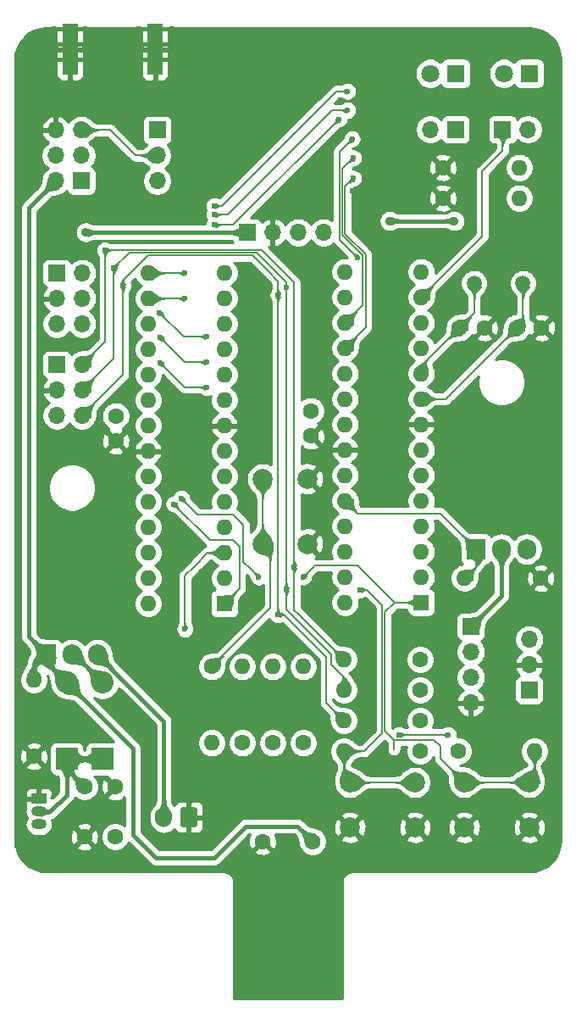
<source format=gbr>
G04 #@! TF.GenerationSoftware,KiCad,Pcbnew,(5.1.7)-1*
G04 #@! TF.CreationDate,2021-01-29T19:27:48+01:00*
G04 #@! TF.ProjectId,powiloc,706f7769-6c6f-4632-9e6b-696361645f70,rev?*
G04 #@! TF.SameCoordinates,Original*
G04 #@! TF.FileFunction,Copper,L2,Bot*
G04 #@! TF.FilePolarity,Positive*
%FSLAX46Y46*%
G04 Gerber Fmt 4.6, Leading zero omitted, Abs format (unit mm)*
G04 Created by KiCad (PCBNEW (5.1.7)-1) date 2021-01-29 19:27:48*
%MOMM*%
%LPD*%
G01*
G04 APERTURE LIST*
G04 #@! TA.AperFunction,ComponentPad*
%ADD10O,1.700000X1.700000*%
G04 #@! TD*
G04 #@! TA.AperFunction,ComponentPad*
%ADD11R,1.700000X1.700000*%
G04 #@! TD*
G04 #@! TA.AperFunction,ComponentPad*
%ADD12O,1.600000X1.600000*%
G04 #@! TD*
G04 #@! TA.AperFunction,ComponentPad*
%ADD13R,1.600000X1.600000*%
G04 #@! TD*
G04 #@! TA.AperFunction,ComponentPad*
%ADD14C,1.500000*%
G04 #@! TD*
G04 #@! TA.AperFunction,SMDPad,CuDef*
%ADD15R,1.500000X5.080000*%
G04 #@! TD*
G04 #@! TA.AperFunction,ComponentPad*
%ADD16O,1.700000X2.000000*%
G04 #@! TD*
G04 #@! TA.AperFunction,ComponentPad*
%ADD17C,2.000000*%
G04 #@! TD*
G04 #@! TA.AperFunction,ComponentPad*
%ADD18C,1.600000*%
G04 #@! TD*
G04 #@! TA.AperFunction,ComponentPad*
%ADD19O,1.905000X2.000000*%
G04 #@! TD*
G04 #@! TA.AperFunction,ComponentPad*
%ADD20R,1.905000X2.000000*%
G04 #@! TD*
G04 #@! TA.AperFunction,ComponentPad*
%ADD21R,2.200000X2.200000*%
G04 #@! TD*
G04 #@! TA.AperFunction,ComponentPad*
%ADD22O,2.200000X2.200000*%
G04 #@! TD*
G04 #@! TA.AperFunction,ComponentPad*
%ADD23R,1.800000X1.800000*%
G04 #@! TD*
G04 #@! TA.AperFunction,ComponentPad*
%ADD24C,1.800000*%
G04 #@! TD*
G04 #@! TA.AperFunction,ComponentPad*
%ADD25O,1.500000X1.050000*%
G04 #@! TD*
G04 #@! TA.AperFunction,ComponentPad*
%ADD26R,1.500000X1.050000*%
G04 #@! TD*
G04 #@! TA.AperFunction,ViaPad*
%ADD27C,0.600000*%
G04 #@! TD*
G04 #@! TA.AperFunction,ViaPad*
%ADD28C,0.900000*%
G04 #@! TD*
G04 #@! TA.AperFunction,Conductor*
%ADD29C,0.400000*%
G04 #@! TD*
G04 #@! TA.AperFunction,Conductor*
%ADD30C,0.150000*%
G04 #@! TD*
G04 #@! TA.AperFunction,Conductor*
%ADD31C,0.254000*%
G04 #@! TD*
G04 #@! TA.AperFunction,Conductor*
%ADD32C,0.100000*%
G04 #@! TD*
G04 #@! TA.AperFunction,Conductor*
%ADD33C,0.025400*%
G04 #@! TD*
G04 APERTURE END LIST*
D10*
X121666000Y-93472000D03*
X119126000Y-93472000D03*
X121666000Y-90932000D03*
X119126000Y-90932000D03*
X121666000Y-88392000D03*
D11*
X119126000Y-88392000D03*
D12*
X128270000Y-112268000D03*
X135890000Y-79248000D03*
X128270000Y-109728000D03*
X135890000Y-81788000D03*
X128270000Y-107188000D03*
X135890000Y-84328000D03*
X128270000Y-104648000D03*
X135890000Y-86868000D03*
X128270000Y-102108000D03*
X135890000Y-89408000D03*
X128270000Y-99568000D03*
X135890000Y-91948000D03*
X128270000Y-97028000D03*
X135890000Y-94488000D03*
X128270000Y-94488000D03*
X135890000Y-97028000D03*
X128270000Y-91948000D03*
X135890000Y-99568000D03*
X128270000Y-89408000D03*
X135890000Y-102108000D03*
X128270000Y-86868000D03*
X135890000Y-104648000D03*
X128270000Y-84328000D03*
X135890000Y-107188000D03*
X128270000Y-81788000D03*
X135890000Y-109728000D03*
X128270000Y-79248000D03*
D13*
X135890000Y-112268000D03*
D12*
X147955000Y-112141000D03*
X155575000Y-79121000D03*
X147955000Y-109601000D03*
X155575000Y-81661000D03*
X147955000Y-107061000D03*
X155575000Y-84201000D03*
X147955000Y-104521000D03*
X155575000Y-86741000D03*
X147955000Y-101981000D03*
X155575000Y-89281000D03*
X147955000Y-99441000D03*
X155575000Y-91821000D03*
X147955000Y-96901000D03*
X155575000Y-94361000D03*
X147955000Y-94361000D03*
X155575000Y-96901000D03*
X147955000Y-91821000D03*
X155575000Y-99441000D03*
X147955000Y-89281000D03*
X155575000Y-101981000D03*
X147955000Y-86741000D03*
X155575000Y-104521000D03*
X147955000Y-84201000D03*
X155575000Y-107061000D03*
X147955000Y-81661000D03*
X155575000Y-109601000D03*
X147955000Y-79121000D03*
D13*
X155575000Y-112141000D03*
D14*
X160855000Y-80264000D03*
X165735000Y-80264000D03*
D10*
X166370000Y-115824000D03*
X166370000Y-118364000D03*
D11*
X166370000Y-120904000D03*
D15*
X120464000Y-56896000D03*
X128964000Y-56896000D03*
D16*
X129834000Y-133604000D03*
G04 #@! TA.AperFunction,ComponentPad*
G36*
G01*
X133184000Y-132854000D02*
X133184000Y-134354000D01*
G75*
G02*
X132934000Y-134604000I-250000J0D01*
G01*
X131734000Y-134604000D01*
G75*
G02*
X131484000Y-134354000I0J250000D01*
G01*
X131484000Y-132854000D01*
G75*
G02*
X131734000Y-132604000I250000J0D01*
G01*
X132934000Y-132604000D01*
G75*
G02*
X133184000Y-132854000I0J-250000D01*
G01*
G37*
G04 #@! TD.AperFunction*
D17*
X148440000Y-134620000D03*
X148440000Y-130120000D03*
X154940000Y-134620000D03*
X154940000Y-130120000D03*
D12*
X147828000Y-127000000D03*
D18*
X155448000Y-127000000D03*
D11*
X129171700Y-64960500D03*
D10*
X129171700Y-67500500D03*
X129171700Y-70040500D03*
X119049800Y-64960500D03*
X121589800Y-64960500D03*
X119049800Y-67500500D03*
X121589800Y-67500500D03*
X119049800Y-70040500D03*
D11*
X121589800Y-70040500D03*
D10*
X166243000Y-64897000D03*
D11*
X163703000Y-64897000D03*
D19*
X166116000Y-106807000D03*
X163576000Y-106807000D03*
D20*
X161036000Y-106807000D03*
D19*
X123190000Y-117348000D03*
X120650000Y-117348000D03*
D20*
X118110000Y-117348000D03*
D10*
X160528000Y-122174000D03*
X160528000Y-119634000D03*
X160528000Y-117094000D03*
D11*
X160528000Y-114554000D03*
D10*
X145796000Y-75184000D03*
X143256000Y-75184000D03*
X140716000Y-75184000D03*
D11*
X138176000Y-75184000D03*
D18*
X121894600Y-135559800D03*
X121894600Y-130559800D03*
X124968000Y-135556000D03*
X124968000Y-130556000D03*
X144700000Y-136017000D03*
X139700000Y-136017000D03*
X165100000Y-84709000D03*
X167600000Y-84709000D03*
X161885000Y-84709000D03*
X159385000Y-84709000D03*
X125031500Y-93512000D03*
X125031500Y-96012000D03*
X144526000Y-95504000D03*
X144526000Y-93004000D03*
D21*
X120142000Y-127762000D03*
D22*
X120142000Y-120142000D03*
X123698000Y-120142000D03*
D21*
X123698000Y-127762000D03*
D23*
X159004000Y-59309000D03*
D24*
X156464000Y-59309000D03*
X163830000Y-59309000D03*
D23*
X166370000Y-59309000D03*
D10*
X121666000Y-84328000D03*
X119126000Y-84328000D03*
X121666000Y-81788000D03*
X119126000Y-81788000D03*
X121666000Y-79248000D03*
D11*
X119126000Y-79248000D03*
D18*
X116840000Y-127508000D03*
D12*
X116840000Y-119888000D03*
X159893000Y-109728000D03*
D18*
X167513000Y-109728000D03*
X140716000Y-126174500D03*
D12*
X140716000Y-118554500D03*
X143764000Y-118554500D03*
D18*
X143764000Y-126174500D03*
X137668000Y-126174500D03*
D12*
X137668000Y-118554500D03*
X134620000Y-126174500D03*
D18*
X134620000Y-118554500D03*
X155448000Y-117856000D03*
D12*
X147828000Y-117856000D03*
D18*
X159258000Y-127000000D03*
D12*
X166878000Y-127000000D03*
X147828000Y-120904000D03*
D18*
X155448000Y-120904000D03*
X155448000Y-123952000D03*
D12*
X147828000Y-123952000D03*
X165354000Y-68707000D03*
D18*
X157734000Y-68707000D03*
D12*
X165354000Y-71755000D03*
D18*
X157734000Y-71755000D03*
D17*
X144200000Y-106299000D03*
X139700000Y-106299000D03*
X144200000Y-99799000D03*
X139700000Y-99799000D03*
X159870000Y-134620000D03*
X159870000Y-130120000D03*
X166370000Y-134620000D03*
X166370000Y-130120000D03*
D10*
X156464000Y-64897000D03*
D11*
X159004000Y-64897000D03*
D25*
X117348000Y-133032500D03*
X117348000Y-134302500D03*
D26*
X117348000Y-131762500D03*
D27*
X130683000Y-54864000D03*
X130683000Y-56388000D03*
X130683000Y-57912000D03*
X127381000Y-54864000D03*
X127381000Y-57912000D03*
X127381000Y-56388000D03*
X122047000Y-54864000D03*
X122047000Y-56388000D03*
X122047000Y-57912000D03*
X118872000Y-57912000D03*
X118872000Y-56388000D03*
X118872000Y-54864000D03*
X136525000Y-58928000D03*
X148209000Y-57023000D03*
X148717000Y-70993000D03*
X132715000Y-57150000D03*
X130619500Y-59245500D03*
X128778000Y-60261500D03*
X127127000Y-60706000D03*
X123888500Y-60579000D03*
X124460000Y-61658500D03*
X125476000Y-62166500D03*
X126746000Y-62230000D03*
X128397000Y-62039500D03*
X129921000Y-61468000D03*
X131254500Y-60642500D03*
X132651500Y-59372500D03*
X125666500Y-60515500D03*
X131699000Y-58166000D03*
D28*
X158877000Y-74041000D03*
X152400000Y-74041000D03*
X122047000Y-75184000D03*
D27*
X142070666Y-80645000D03*
X142070666Y-110837134D03*
X124841000Y-78740000D03*
X141266333Y-81449334D03*
X141249400Y-113385600D03*
X125730000Y-80518000D03*
X142875000Y-108585000D03*
X123952000Y-76962000D03*
X148209000Y-62992000D03*
X131953000Y-81788000D03*
X134874000Y-73406000D03*
X148209000Y-61087000D03*
X131953000Y-79248000D03*
X134874000Y-72517000D03*
X134874000Y-74422000D03*
X147320000Y-63881000D03*
X129413000Y-83185000D03*
X134112000Y-85598000D03*
X148780500Y-67754500D03*
X149225000Y-77724000D03*
X129476500Y-88201500D03*
X134112000Y-90678000D03*
X148653500Y-65849500D03*
X129476500Y-85661500D03*
X134112000Y-88138000D03*
X148780500Y-69786500D03*
X149479000Y-110871000D03*
X130860800Y-102311200D03*
X139319000Y-109601000D03*
X143764000Y-109601000D03*
X131572000Y-101727000D03*
X131953000Y-114808000D03*
X158242000Y-125349000D03*
X153352500Y-125349000D03*
D29*
X128964000Y-56896000D02*
X128964000Y-55186000D01*
X129286000Y-54864000D02*
X130683000Y-54864000D01*
X128964000Y-55186000D02*
X129286000Y-54864000D01*
X128964000Y-56896000D02*
X128964000Y-55304000D01*
X128524000Y-54864000D02*
X127381000Y-54864000D01*
X128964000Y-55304000D02*
X128524000Y-54864000D01*
X128964000Y-56896000D02*
X128964000Y-56837000D01*
X129413000Y-56388000D02*
X130683000Y-56388000D01*
X128964000Y-56837000D02*
X129413000Y-56388000D01*
X128964000Y-56896000D02*
X128964000Y-56828000D01*
X128524000Y-56388000D02*
X127381000Y-56388000D01*
X128964000Y-56828000D02*
X128524000Y-56388000D01*
X128964000Y-56896000D02*
X128964000Y-57472000D01*
X128524000Y-57912000D02*
X127381000Y-57912000D01*
X128964000Y-57472000D02*
X128524000Y-57912000D01*
X128964000Y-56896000D02*
X128964000Y-57463000D01*
X129413000Y-57912000D02*
X130683000Y-57912000D01*
X128964000Y-57463000D02*
X129413000Y-57912000D01*
X120464000Y-56896000D02*
X120464000Y-55177000D01*
X120777000Y-54864000D02*
X122047000Y-54864000D01*
X120464000Y-55177000D02*
X120777000Y-54864000D01*
X120464000Y-56896000D02*
X120464000Y-55186000D01*
X120142000Y-54864000D02*
X118872000Y-54864000D01*
X120464000Y-55186000D02*
X120142000Y-54864000D01*
X120464000Y-56896000D02*
X120464000Y-56710000D01*
X120142000Y-56388000D02*
X118872000Y-56388000D01*
X120464000Y-56710000D02*
X120142000Y-56388000D01*
X120464000Y-56896000D02*
X120464000Y-56828000D01*
X120904000Y-56388000D02*
X122047000Y-56388000D01*
X120464000Y-56828000D02*
X120904000Y-56388000D01*
X120464000Y-56896000D02*
X120464000Y-57590000D01*
X120142000Y-57912000D02*
X118872000Y-57912000D01*
X120464000Y-57590000D02*
X120142000Y-57912000D01*
X120464000Y-56896000D02*
X120464000Y-57599000D01*
X120777000Y-57912000D02*
X122047000Y-57912000D01*
X120464000Y-57599000D02*
X120777000Y-57912000D01*
X123698000Y-127762000D02*
X120142000Y-127762000D01*
X120142000Y-127762000D02*
X119206000Y-127762000D01*
X120142000Y-128807200D02*
X121894600Y-130559800D01*
X120142000Y-127762000D02*
X120142000Y-128807200D01*
X120142000Y-131388500D02*
X118498000Y-133032500D01*
X120142000Y-127762000D02*
X120142000Y-131388500D01*
X118498000Y-133032500D02*
X117348000Y-133032500D01*
X116840000Y-118618000D02*
X118110000Y-117348000D01*
X116840000Y-119888000D02*
X116840000Y-118618000D01*
X118110000Y-118110000D02*
X120142000Y-120142000D01*
X118110000Y-117348000D02*
X118110000Y-118110000D01*
X116332000Y-115570000D02*
X118110000Y-117348000D01*
X116332000Y-72758300D02*
X116332000Y-115570000D01*
X119049800Y-70040500D02*
X116332000Y-72758300D01*
X126746000Y-126746000D02*
X120142000Y-120142000D01*
X129032000Y-137668000D02*
X126746000Y-135382000D01*
X138049000Y-134493000D02*
X134874000Y-137668000D01*
X126746000Y-135382000D02*
X126746000Y-126746000D01*
X143176000Y-134493000D02*
X138049000Y-134493000D01*
X134874000Y-137668000D02*
X129032000Y-137668000D01*
X144700000Y-136017000D02*
X143176000Y-134493000D01*
D30*
X165735000Y-84074000D02*
X165100000Y-84709000D01*
X165735000Y-80264000D02*
X165735000Y-84074000D01*
X157988000Y-91821000D02*
X155575000Y-91821000D01*
X165100000Y-84709000D02*
X157988000Y-91821000D01*
X160855000Y-83239000D02*
X159385000Y-84709000D01*
X160855000Y-80264000D02*
X160855000Y-83239000D01*
X155575000Y-88519000D02*
X155575000Y-89281000D01*
X159385000Y-84709000D02*
X155575000Y-88519000D01*
D29*
X120904000Y-117348000D02*
X120650000Y-117348000D01*
X123698000Y-120142000D02*
X120904000Y-117348000D01*
D30*
X163703000Y-64897000D02*
X163703000Y-67056000D01*
X163703000Y-67056000D02*
X161671000Y-69088000D01*
X161671000Y-75565000D02*
X155575000Y-81661000D01*
X161671000Y-69088000D02*
X161671000Y-75565000D01*
D29*
X126111000Y-120269000D02*
X123190000Y-117348000D01*
X129834000Y-123992000D02*
X126111000Y-120269000D01*
X129834000Y-133604000D02*
X129834000Y-123992000D01*
X138176000Y-74676000D02*
X138176000Y-75184000D01*
X158877000Y-74041000D02*
X152400000Y-74041000D01*
X131191000Y-75184000D02*
X138176000Y-75184000D01*
X163576000Y-111506000D02*
X160528000Y-114554000D01*
X163576000Y-106807000D02*
X163576000Y-111506000D01*
X122047000Y-75184000D02*
X131191000Y-75184000D01*
D30*
X147828000Y-120270962D02*
X147828000Y-120904000D01*
X147828000Y-120904000D02*
X147828000Y-120270961D01*
X147828000Y-120904000D02*
X147828000Y-119634000D01*
X147828000Y-119634000D02*
X146558000Y-118364000D01*
X146558000Y-118364000D02*
X146558000Y-117348000D01*
X146558000Y-117348000D02*
X142070666Y-112860666D01*
X142070666Y-110837134D02*
X142070666Y-112860666D01*
X142070666Y-80146730D02*
X139130925Y-77206989D01*
X142070666Y-110837134D02*
X142070666Y-80146730D01*
X124841000Y-87757000D02*
X121666000Y-90932000D01*
X124841000Y-78740000D02*
X124841000Y-87757000D01*
X126374011Y-77206989D02*
X128406011Y-77206989D01*
X124841000Y-78740000D02*
X126374011Y-77206989D01*
X128406011Y-77206989D02*
X139130925Y-77206989D01*
X141262000Y-80048000D02*
X140208000Y-78994000D01*
X141266333Y-80052333D02*
X140208000Y-78994000D01*
X141266333Y-81491667D02*
X141266333Y-80052333D01*
X141249400Y-81466267D02*
X141266333Y-81449334D01*
X141249400Y-113385600D02*
X141249400Y-81466267D01*
X140208000Y-78994000D02*
X138697999Y-77483999D01*
X138697999Y-77483999D02*
X129526001Y-77483999D01*
X124206000Y-90932000D02*
X121666000Y-93472000D01*
X125730000Y-89408000D02*
X124206000Y-90932000D01*
X125730000Y-80518000D02*
X125730000Y-89408000D01*
X125730000Y-80037998D02*
X125730000Y-80518000D01*
X128283999Y-77483999D02*
X125730000Y-80037998D01*
X128283999Y-77483999D02*
X129526001Y-77483999D01*
X146304000Y-122428000D02*
X147828000Y-123952000D01*
X146050000Y-122174000D02*
X146304000Y-122428000D01*
X141833600Y-113385600D02*
X146050000Y-117602000D01*
X146050000Y-117602000D02*
X146050000Y-122174000D01*
X141249400Y-113385600D02*
X141833600Y-113385600D01*
X122290250Y-79248000D02*
X121666000Y-79248000D01*
X142875000Y-112903000D02*
X143256000Y-113284000D01*
X142875000Y-108585000D02*
X142875000Y-112903000D01*
X147828000Y-117856000D02*
X143256000Y-113284000D01*
X123952000Y-86106000D02*
X121666000Y-88392000D01*
X123984021Y-76929979D02*
X123952000Y-76962000D01*
X139596877Y-76929979D02*
X123984021Y-76929979D01*
X142875000Y-80208102D02*
X139596877Y-76929979D01*
X142875000Y-108585000D02*
X142875000Y-80208102D01*
X123952000Y-76962000D02*
X123952000Y-86106000D01*
X161036000Y-108585000D02*
X159893000Y-109728000D01*
X161036000Y-106807000D02*
X161036000Y-108585000D01*
X147955000Y-101981000D02*
X149225000Y-103251000D01*
X157480000Y-103251000D02*
X161036000Y-106807000D01*
X149225000Y-103251000D02*
X157480000Y-103251000D01*
X139700000Y-105664000D02*
X140462000Y-106426000D01*
X139700000Y-99799000D02*
X139700000Y-106299000D01*
X140462000Y-107061000D02*
X139700000Y-106299000D01*
X140462000Y-112712500D02*
X140462000Y-112331500D01*
X134620000Y-118554500D02*
X140462000Y-112712500D01*
X140462000Y-112331500D02*
X140462000Y-107061000D01*
X128270000Y-81788000D02*
X131953000Y-81788000D01*
X134874000Y-73406000D02*
X136271000Y-73406000D01*
X146685000Y-62992000D02*
X148209000Y-62992000D01*
X136271000Y-73406000D02*
X146685000Y-62992000D01*
X128270000Y-79248000D02*
X131953000Y-79248000D01*
X134874000Y-72517000D02*
X135636000Y-72517000D01*
X147066000Y-61087000D02*
X148209000Y-61087000D01*
X135636000Y-72517000D02*
X147066000Y-61087000D01*
X136779000Y-74422000D02*
X134874000Y-74422000D01*
X147320000Y-63881000D02*
X136779000Y-74422000D01*
X129171700Y-67500500D02*
X127000000Y-67500500D01*
X124460000Y-64960500D02*
X121589800Y-64960500D01*
X127000000Y-67500500D02*
X124460000Y-64960500D01*
X149727001Y-82428999D02*
X147955000Y-84201000D01*
X149727001Y-77483039D02*
X149727001Y-82428999D01*
X147677990Y-75434028D02*
X149727001Y-77483039D01*
X147677990Y-68857010D02*
X147677990Y-75434028D01*
X131826000Y-85598000D02*
X129413000Y-83185000D01*
X134112000Y-85598000D02*
X131826000Y-85598000D01*
X148780500Y-67754500D02*
X147677990Y-68857010D01*
X147400980Y-67102020D02*
X147400980Y-70382518D01*
X147400980Y-70382518D02*
X147400980Y-72009000D01*
X147400980Y-75899980D02*
X149225000Y-77724000D01*
X147400980Y-72009000D02*
X147400980Y-75899980D01*
X131953000Y-90678000D02*
X129476500Y-88201500D01*
X134112000Y-90678000D02*
X131953000Y-90678000D01*
X148653500Y-65849500D02*
X147400980Y-67102020D01*
X150004011Y-84691989D02*
X147955000Y-86741000D01*
X150004011Y-77368298D02*
X150004011Y-84691989D01*
X147955000Y-75319288D02*
X150004011Y-77368298D01*
X147955000Y-70612000D02*
X147955000Y-75319288D01*
X131953000Y-88138000D02*
X129476500Y-85661500D01*
X134112000Y-88138000D02*
X131953000Y-88138000D01*
X148780500Y-69786500D02*
X147955000Y-70612000D01*
X154940000Y-130120000D02*
X148440000Y-130120000D01*
X147828000Y-129508000D02*
X148440000Y-130120000D01*
X147828000Y-127000000D02*
X147828000Y-129508000D01*
X149860000Y-127000000D02*
X147828000Y-127000000D01*
X151638000Y-125222000D02*
X149860000Y-127000000D01*
X150114000Y-110871000D02*
X151638000Y-112395000D01*
X151638000Y-112395000D02*
X151638000Y-125222000D01*
X149479000Y-110871000D02*
X150114000Y-110871000D01*
X137414000Y-106553000D02*
X136779000Y-105918000D01*
X137414000Y-110744000D02*
X137414000Y-106553000D01*
X135890000Y-112268000D02*
X137414000Y-110744000D01*
X134467600Y-105918000D02*
X135229600Y-105918000D01*
X130860800Y-102311200D02*
X134467600Y-105918000D01*
X136779000Y-105918000D02*
X135229600Y-105918000D01*
X165354000Y-129612000D02*
X164846000Y-130120000D01*
X166878000Y-127000000D02*
X166878000Y-129612000D01*
X166370000Y-130120000D02*
X159870000Y-130120000D01*
X152908000Y-112141000D02*
X155575000Y-112141000D01*
X143764000Y-109601000D02*
X144766001Y-108598999D01*
X152908000Y-112141000D02*
X149225000Y-108458000D01*
X149225000Y-108458000D02*
X144907000Y-108458000D01*
X144907000Y-108458000D02*
X144766001Y-108598999D01*
X151915010Y-113133990D02*
X152908000Y-112141000D01*
X151915010Y-124483010D02*
X151915010Y-124436990D01*
X151915010Y-124436990D02*
X151915010Y-113133990D01*
X151915010Y-124927510D02*
X151915010Y-124436990D01*
X152844500Y-125857000D02*
X151915010Y-124927510D01*
X138497999Y-108779999D02*
X139319000Y-109601000D01*
X137795000Y-104394000D02*
X137795000Y-108077000D01*
X136779000Y-103378000D02*
X137795000Y-104394000D01*
X133223000Y-103378000D02*
X136779000Y-103378000D01*
X137795000Y-108077000D02*
X138497999Y-108779999D01*
X131572000Y-101727000D02*
X133223000Y-103378000D01*
X152844500Y-125857000D02*
X152844500Y-126809500D01*
X156845000Y-125857000D02*
X152844500Y-125857000D01*
X159870000Y-130120000D02*
X157480000Y-127730000D01*
X157480000Y-126492000D02*
X156845000Y-125857000D01*
X157480000Y-127730000D02*
X157480000Y-126492000D01*
X135890000Y-107188000D02*
X134239000Y-107188000D01*
X131953000Y-109474000D02*
X132905500Y-108521500D01*
X132905500Y-108521500D02*
X132842000Y-108585000D01*
X134239000Y-107188000D02*
X132905500Y-108521500D01*
X131953000Y-114808000D02*
X131953000Y-109474000D01*
X158242000Y-125349000D02*
X153352500Y-125349000D01*
D31*
X119079000Y-56610250D02*
X119237750Y-56769000D01*
X120337000Y-56769000D01*
X120337000Y-56749000D01*
X120591000Y-56749000D01*
X120591000Y-56769000D01*
X121690250Y-56769000D01*
X121849000Y-56610250D01*
X121851519Y-54762000D01*
X127576481Y-54762000D01*
X127579000Y-56610250D01*
X127737750Y-56769000D01*
X128837000Y-56769000D01*
X128837000Y-56749000D01*
X129091000Y-56749000D01*
X129091000Y-56769000D01*
X130190250Y-56769000D01*
X130349000Y-56610250D01*
X130351519Y-54762000D01*
X166337721Y-54762000D01*
X166981222Y-54825096D01*
X167569164Y-55002606D01*
X168111436Y-55290937D01*
X168587364Y-55679094D01*
X168978845Y-56152314D01*
X169270951Y-56692552D01*
X169452563Y-57279244D01*
X169520000Y-57920879D01*
X169520001Y-135857711D01*
X169456904Y-136501221D01*
X169279394Y-137089164D01*
X168991063Y-137631436D01*
X168602906Y-138107364D01*
X168129686Y-138498845D01*
X167589449Y-138790950D01*
X167002756Y-138972563D01*
X166361130Y-139040000D01*
X148633781Y-139040000D01*
X148605955Y-139042741D01*
X148603718Y-139042725D01*
X148594547Y-139043625D01*
X148558420Y-139047422D01*
X148536817Y-139049550D01*
X148536096Y-139049769D01*
X148520596Y-139051398D01*
X148462019Y-139063423D01*
X148403244Y-139074634D01*
X148394422Y-139077298D01*
X148323390Y-139099286D01*
X148268252Y-139122464D01*
X148212778Y-139144877D01*
X148204641Y-139149204D01*
X148139233Y-139184571D01*
X148089682Y-139217994D01*
X148039593Y-139250770D01*
X148032452Y-139256595D01*
X147975158Y-139303992D01*
X147932998Y-139346447D01*
X147890265Y-139388294D01*
X147884391Y-139395395D01*
X147837394Y-139453019D01*
X147804314Y-139502809D01*
X147770495Y-139552199D01*
X147766112Y-139560306D01*
X147759362Y-139573000D01*
X136720485Y-139573000D01*
X136710229Y-139554033D01*
X136676806Y-139504482D01*
X136644030Y-139454393D01*
X136638205Y-139447252D01*
X136590808Y-139389958D01*
X136548353Y-139347798D01*
X136506506Y-139305065D01*
X136499405Y-139299191D01*
X136441781Y-139252194D01*
X136391991Y-139219114D01*
X136342601Y-139185295D01*
X136334494Y-139180912D01*
X136268840Y-139146003D01*
X136213548Y-139123214D01*
X136158552Y-139099642D01*
X136149749Y-139096917D01*
X136078564Y-139075425D01*
X136019893Y-139063808D01*
X135961372Y-139051369D01*
X135952207Y-139050406D01*
X135878204Y-139043150D01*
X135878202Y-139043150D01*
X135846219Y-139040000D01*
X118142279Y-139040000D01*
X117498779Y-138976904D01*
X116910836Y-138799394D01*
X116368564Y-138511063D01*
X115892636Y-138122906D01*
X115501155Y-137649686D01*
X115209050Y-137109449D01*
X115036645Y-136552502D01*
X121081503Y-136552502D01*
X121153086Y-136796471D01*
X121408596Y-136917371D01*
X121682784Y-136986100D01*
X121965112Y-137000017D01*
X122244730Y-136958587D01*
X122510892Y-136863403D01*
X122636114Y-136796471D01*
X122707697Y-136552502D01*
X121894600Y-135739405D01*
X121081503Y-136552502D01*
X115036645Y-136552502D01*
X115027437Y-136522756D01*
X114960000Y-135881130D01*
X114960000Y-135630312D01*
X120454383Y-135630312D01*
X120495813Y-135909930D01*
X120590997Y-136176092D01*
X120657929Y-136301314D01*
X120901898Y-136372897D01*
X121714995Y-135559800D01*
X122074205Y-135559800D01*
X122887302Y-136372897D01*
X123131271Y-136301314D01*
X123252171Y-136045804D01*
X123320900Y-135771616D01*
X123334817Y-135489288D01*
X123293387Y-135209670D01*
X123198203Y-134943508D01*
X123131271Y-134818286D01*
X122887302Y-134746703D01*
X122074205Y-135559800D01*
X121714995Y-135559800D01*
X120901898Y-134746703D01*
X120657929Y-134818286D01*
X120537029Y-135073796D01*
X120468300Y-135347984D01*
X120454383Y-135630312D01*
X114960000Y-135630312D01*
X114960000Y-131237500D01*
X115959928Y-131237500D01*
X115963000Y-131476750D01*
X116121750Y-131635500D01*
X117221000Y-131635500D01*
X117221000Y-130761250D01*
X117062250Y-130602500D01*
X116598000Y-130599428D01*
X116473518Y-130611688D01*
X116353820Y-130647998D01*
X116243506Y-130706963D01*
X116146815Y-130786315D01*
X116067463Y-130883006D01*
X116008498Y-130993320D01*
X115972188Y-131113018D01*
X115959928Y-131237500D01*
X114960000Y-131237500D01*
X114960000Y-128500702D01*
X116026903Y-128500702D01*
X116098486Y-128744671D01*
X116353996Y-128865571D01*
X116628184Y-128934300D01*
X116910512Y-128948217D01*
X117190130Y-128906787D01*
X117456292Y-128811603D01*
X117581514Y-128744671D01*
X117653097Y-128500702D01*
X116840000Y-127687605D01*
X116026903Y-128500702D01*
X114960000Y-128500702D01*
X114960000Y-127578512D01*
X115399783Y-127578512D01*
X115441213Y-127858130D01*
X115536397Y-128124292D01*
X115603329Y-128249514D01*
X115847298Y-128321097D01*
X116660395Y-127508000D01*
X117019605Y-127508000D01*
X117832702Y-128321097D01*
X118076671Y-128249514D01*
X118197571Y-127994004D01*
X118266300Y-127719816D01*
X118280217Y-127437488D01*
X118238787Y-127157870D01*
X118143603Y-126891708D01*
X118076671Y-126766486D01*
X117832702Y-126694903D01*
X117019605Y-127508000D01*
X116660395Y-127508000D01*
X115847298Y-126694903D01*
X115603329Y-126766486D01*
X115482429Y-127021996D01*
X115413700Y-127296184D01*
X115399783Y-127578512D01*
X114960000Y-127578512D01*
X114960000Y-126515298D01*
X116026903Y-126515298D01*
X116840000Y-127328395D01*
X117653097Y-126515298D01*
X117581514Y-126271329D01*
X117326004Y-126150429D01*
X117051816Y-126081700D01*
X116769488Y-126067783D01*
X116489870Y-126109213D01*
X116223708Y-126204397D01*
X116098486Y-126271329D01*
X116026903Y-126515298D01*
X114960000Y-126515298D01*
X114960000Y-119746665D01*
X115405000Y-119746665D01*
X115405000Y-120029335D01*
X115460147Y-120306574D01*
X115568320Y-120567727D01*
X115725363Y-120802759D01*
X115925241Y-121002637D01*
X116160273Y-121159680D01*
X116421426Y-121267853D01*
X116698665Y-121323000D01*
X116981335Y-121323000D01*
X117258574Y-121267853D01*
X117519727Y-121159680D01*
X117754759Y-121002637D01*
X117954637Y-120802759D01*
X118111680Y-120567727D01*
X118219853Y-120306574D01*
X118275000Y-120029335D01*
X118275000Y-119746665D01*
X118219853Y-119469426D01*
X118201327Y-119424701D01*
X118207390Y-119433182D01*
X118251653Y-119517621D01*
X118279363Y-119595847D01*
X118300447Y-119690341D01*
X118318841Y-119818154D01*
X118338089Y-119978283D01*
X118340236Y-119994405D01*
X118366654Y-120175009D01*
X118373570Y-120213827D01*
X118415340Y-120412380D01*
X118428354Y-120463573D01*
X118454102Y-120549682D01*
X118473675Y-120648081D01*
X118604463Y-120963831D01*
X118794337Y-121247998D01*
X119036002Y-121489663D01*
X119320169Y-121679537D01*
X119635919Y-121810325D01*
X119734325Y-121829899D01*
X119820427Y-121855645D01*
X119871619Y-121868659D01*
X120070172Y-121910429D01*
X120108990Y-121917345D01*
X120289594Y-121943763D01*
X120305716Y-121945910D01*
X120465845Y-121965158D01*
X120593658Y-121983552D01*
X120688152Y-122004636D01*
X120766378Y-122032346D01*
X120850817Y-122076609D01*
X120959436Y-122154253D01*
X121110960Y-122291827D01*
X124847983Y-126028851D01*
X124798000Y-126023928D01*
X122598000Y-126023928D01*
X122473518Y-126036188D01*
X122353820Y-126072498D01*
X122243506Y-126131463D01*
X122146815Y-126210815D01*
X122067463Y-126307506D01*
X122008498Y-126417820D01*
X121972188Y-126537518D01*
X121959928Y-126662000D01*
X121959928Y-126847698D01*
X121919999Y-126866739D01*
X121880072Y-126847699D01*
X121880072Y-126662000D01*
X121867812Y-126537518D01*
X121831502Y-126417820D01*
X121772537Y-126307506D01*
X121693185Y-126210815D01*
X121596494Y-126131463D01*
X121486180Y-126072498D01*
X121366482Y-126036188D01*
X121242000Y-126023928D01*
X119042000Y-126023928D01*
X118917518Y-126036188D01*
X118797820Y-126072498D01*
X118687506Y-126131463D01*
X118590815Y-126210815D01*
X118511463Y-126307506D01*
X118452498Y-126417820D01*
X118416188Y-126537518D01*
X118403928Y-126662000D01*
X118403928Y-127529591D01*
X118383082Y-127598311D01*
X118366960Y-127762000D01*
X118383082Y-127925689D01*
X118403928Y-127994409D01*
X118403928Y-128862000D01*
X118416188Y-128986482D01*
X118452498Y-129106180D01*
X118511463Y-129216494D01*
X118590815Y-129313185D01*
X118687506Y-129392537D01*
X118797820Y-129451502D01*
X118917518Y-129487812D01*
X119042000Y-129500072D01*
X119227699Y-129500072D01*
X119246826Y-129540182D01*
X119275234Y-129631188D01*
X119297136Y-129762891D01*
X119307001Y-129967324D01*
X119307001Y-131042631D01*
X118714135Y-131635498D01*
X118574252Y-131635498D01*
X118733000Y-131476750D01*
X118736072Y-131237500D01*
X118723812Y-131113018D01*
X118687502Y-130993320D01*
X118628537Y-130883006D01*
X118549185Y-130786315D01*
X118452494Y-130706963D01*
X118342180Y-130647998D01*
X118222482Y-130611688D01*
X118098000Y-130599428D01*
X117633750Y-130602500D01*
X117475000Y-130761250D01*
X117475000Y-131635500D01*
X117495000Y-131635500D01*
X117495000Y-131872500D01*
X117066021Y-131872500D01*
X116895600Y-131889285D01*
X116894891Y-131889500D01*
X116121750Y-131889500D01*
X115963000Y-132048250D01*
X115959928Y-132287500D01*
X115972188Y-132411982D01*
X116008498Y-132531680D01*
X116043093Y-132596402D01*
X115979785Y-132805100D01*
X115957388Y-133032500D01*
X115979785Y-133259900D01*
X116046115Y-133478560D01*
X116147105Y-133667500D01*
X116046115Y-133856440D01*
X115979785Y-134075100D01*
X115957388Y-134302500D01*
X115979785Y-134529900D01*
X116046115Y-134748560D01*
X116153829Y-134950079D01*
X116298788Y-135126712D01*
X116475421Y-135271671D01*
X116676940Y-135379385D01*
X116895600Y-135445715D01*
X117066021Y-135462500D01*
X117629979Y-135462500D01*
X117800400Y-135445715D01*
X118019060Y-135379385D01*
X118220579Y-135271671D01*
X118397212Y-135126712D01*
X118542171Y-134950079D01*
X118649885Y-134748560D01*
X118704931Y-134567098D01*
X121081503Y-134567098D01*
X121894600Y-135380195D01*
X122707697Y-134567098D01*
X122636114Y-134323129D01*
X122380604Y-134202229D01*
X122106416Y-134133500D01*
X121824088Y-134119583D01*
X121544470Y-134161013D01*
X121278308Y-134256197D01*
X121153086Y-134323129D01*
X121081503Y-134567098D01*
X118704931Y-134567098D01*
X118716215Y-134529900D01*
X118738612Y-134302500D01*
X118716215Y-134075100D01*
X118649926Y-133856577D01*
X118661689Y-133855418D01*
X118819087Y-133807672D01*
X118964146Y-133730136D01*
X119091291Y-133625791D01*
X119117446Y-133593921D01*
X120703426Y-132007941D01*
X120735291Y-131981791D01*
X120839636Y-131854646D01*
X120917172Y-131709587D01*
X120939939Y-131634535D01*
X120979841Y-131674437D01*
X121214873Y-131831480D01*
X121476026Y-131939653D01*
X121753265Y-131994800D01*
X122035935Y-131994800D01*
X122313174Y-131939653D01*
X122574327Y-131831480D01*
X122809359Y-131674437D01*
X123009237Y-131474559D01*
X123166280Y-131239527D01*
X123274453Y-130978374D01*
X123329600Y-130701135D01*
X123329600Y-130626512D01*
X123527783Y-130626512D01*
X123569213Y-130906130D01*
X123664397Y-131172292D01*
X123731329Y-131297514D01*
X123975298Y-131369097D01*
X124788395Y-130556000D01*
X123975298Y-129742903D01*
X123731329Y-129814486D01*
X123610429Y-130069996D01*
X123541700Y-130344184D01*
X123527783Y-130626512D01*
X123329600Y-130626512D01*
X123329600Y-130418465D01*
X123274453Y-130141226D01*
X123166280Y-129880073D01*
X123009237Y-129645041D01*
X122864268Y-129500072D01*
X124173454Y-129500072D01*
X124154903Y-129563298D01*
X124968000Y-130376395D01*
X124982143Y-130362253D01*
X125161748Y-130541858D01*
X125147605Y-130556000D01*
X125161748Y-130570143D01*
X124982143Y-130749748D01*
X124968000Y-130735605D01*
X124154903Y-131548702D01*
X124226486Y-131792671D01*
X124481996Y-131913571D01*
X124756184Y-131982300D01*
X125038512Y-131996217D01*
X125318130Y-131954787D01*
X125584292Y-131859603D01*
X125709514Y-131792671D01*
X125781097Y-131548704D01*
X125897370Y-131664977D01*
X125911000Y-131651347D01*
X125911000Y-134469604D01*
X125882759Y-134441363D01*
X125647727Y-134284320D01*
X125386574Y-134176147D01*
X125109335Y-134121000D01*
X124826665Y-134121000D01*
X124549426Y-134176147D01*
X124288273Y-134284320D01*
X124053241Y-134441363D01*
X123853363Y-134641241D01*
X123696320Y-134876273D01*
X123588147Y-135137426D01*
X123533000Y-135414665D01*
X123533000Y-135697335D01*
X123588147Y-135974574D01*
X123696320Y-136235727D01*
X123853363Y-136470759D01*
X124053241Y-136670637D01*
X124288273Y-136827680D01*
X124549426Y-136935853D01*
X124826665Y-136991000D01*
X125109335Y-136991000D01*
X125386574Y-136935853D01*
X125647727Y-136827680D01*
X125882759Y-136670637D01*
X126082637Y-136470759D01*
X126239680Y-136235727D01*
X126292161Y-136109028D01*
X128412559Y-138229427D01*
X128438709Y-138261291D01*
X128517923Y-138326300D01*
X128565854Y-138365636D01*
X128710913Y-138443172D01*
X128868311Y-138490918D01*
X129031999Y-138507040D01*
X129073018Y-138503000D01*
X134832982Y-138503000D01*
X134874000Y-138507040D01*
X134915018Y-138503000D01*
X134915019Y-138503000D01*
X135037689Y-138490918D01*
X135195087Y-138443172D01*
X135340146Y-138365636D01*
X135467291Y-138261291D01*
X135493446Y-138229421D01*
X136713165Y-137009702D01*
X138886903Y-137009702D01*
X138958486Y-137253671D01*
X139213996Y-137374571D01*
X139488184Y-137443300D01*
X139770512Y-137457217D01*
X140050130Y-137415787D01*
X140316292Y-137320603D01*
X140441514Y-137253671D01*
X140513097Y-137009702D01*
X139700000Y-136196605D01*
X138886903Y-137009702D01*
X136713165Y-137009702D01*
X138394868Y-135328000D01*
X138438481Y-135328000D01*
X138342429Y-135530996D01*
X138273700Y-135805184D01*
X138259783Y-136087512D01*
X138301213Y-136367130D01*
X138396397Y-136633292D01*
X138463329Y-136758514D01*
X138707298Y-136830097D01*
X139520395Y-136017000D01*
X139506253Y-136002858D01*
X139685858Y-135823253D01*
X139700000Y-135837395D01*
X139714143Y-135823253D01*
X139893748Y-136002858D01*
X139879605Y-136017000D01*
X140692702Y-136830097D01*
X140936671Y-136758514D01*
X141057571Y-136503004D01*
X141126300Y-136228816D01*
X141140217Y-135946488D01*
X141098787Y-135666870D01*
X141003603Y-135400708D01*
X140964740Y-135328000D01*
X142830133Y-135328000D01*
X142975881Y-135473749D01*
X143069933Y-135576007D01*
X143120463Y-135643491D01*
X143147654Y-135690706D01*
X143164404Y-135730845D01*
X143179252Y-135782008D01*
X143195370Y-135859561D01*
X143214178Y-135967007D01*
X143215578Y-135974720D01*
X143239360Y-136101357D01*
X143245423Y-136129988D01*
X143278339Y-136269483D01*
X143289419Y-136310305D01*
X143305870Y-136363797D01*
X143320147Y-136435574D01*
X143428320Y-136696727D01*
X143585363Y-136931759D01*
X143785241Y-137131637D01*
X144020273Y-137288680D01*
X144281426Y-137396853D01*
X144558665Y-137452000D01*
X144841335Y-137452000D01*
X145118574Y-137396853D01*
X145379727Y-137288680D01*
X145614759Y-137131637D01*
X145814637Y-136931759D01*
X145971680Y-136696727D01*
X146079853Y-136435574D01*
X146135000Y-136158335D01*
X146135000Y-135875665D01*
X146111081Y-135755413D01*
X147484192Y-135755413D01*
X147579956Y-136019814D01*
X147869571Y-136160704D01*
X148181108Y-136242384D01*
X148502595Y-136261718D01*
X148821675Y-136217961D01*
X149126088Y-136112795D01*
X149300044Y-136019814D01*
X149395808Y-135755413D01*
X153984192Y-135755413D01*
X154079956Y-136019814D01*
X154369571Y-136160704D01*
X154681108Y-136242384D01*
X155002595Y-136261718D01*
X155321675Y-136217961D01*
X155626088Y-136112795D01*
X155800044Y-136019814D01*
X155895808Y-135755413D01*
X158914192Y-135755413D01*
X159009956Y-136019814D01*
X159299571Y-136160704D01*
X159611108Y-136242384D01*
X159932595Y-136261718D01*
X160251675Y-136217961D01*
X160556088Y-136112795D01*
X160730044Y-136019814D01*
X160825808Y-135755413D01*
X165414192Y-135755413D01*
X165509956Y-136019814D01*
X165799571Y-136160704D01*
X166111108Y-136242384D01*
X166432595Y-136261718D01*
X166751675Y-136217961D01*
X167056088Y-136112795D01*
X167230044Y-136019814D01*
X167325808Y-135755413D01*
X166370000Y-134799605D01*
X165414192Y-135755413D01*
X160825808Y-135755413D01*
X159870000Y-134799605D01*
X158914192Y-135755413D01*
X155895808Y-135755413D01*
X154940000Y-134799605D01*
X153984192Y-135755413D01*
X149395808Y-135755413D01*
X148440000Y-134799605D01*
X147484192Y-135755413D01*
X146111081Y-135755413D01*
X146079853Y-135598426D01*
X145971680Y-135337273D01*
X145814637Y-135102241D01*
X145614759Y-134902363D01*
X145379727Y-134745320D01*
X145228296Y-134682595D01*
X146798282Y-134682595D01*
X146842039Y-135001675D01*
X146947205Y-135306088D01*
X147040186Y-135480044D01*
X147304587Y-135575808D01*
X148260395Y-134620000D01*
X148619605Y-134620000D01*
X149575413Y-135575808D01*
X149839814Y-135480044D01*
X149980704Y-135190429D01*
X150062384Y-134878892D01*
X150074189Y-134682595D01*
X153298282Y-134682595D01*
X153342039Y-135001675D01*
X153447205Y-135306088D01*
X153540186Y-135480044D01*
X153804587Y-135575808D01*
X154760395Y-134620000D01*
X155119605Y-134620000D01*
X156075413Y-135575808D01*
X156339814Y-135480044D01*
X156480704Y-135190429D01*
X156562384Y-134878892D01*
X156574189Y-134682595D01*
X158228282Y-134682595D01*
X158272039Y-135001675D01*
X158377205Y-135306088D01*
X158470186Y-135480044D01*
X158734587Y-135575808D01*
X159690395Y-134620000D01*
X160049605Y-134620000D01*
X161005413Y-135575808D01*
X161269814Y-135480044D01*
X161410704Y-135190429D01*
X161492384Y-134878892D01*
X161504189Y-134682595D01*
X164728282Y-134682595D01*
X164772039Y-135001675D01*
X164877205Y-135306088D01*
X164970186Y-135480044D01*
X165234587Y-135575808D01*
X166190395Y-134620000D01*
X166549605Y-134620000D01*
X167505413Y-135575808D01*
X167769814Y-135480044D01*
X167910704Y-135190429D01*
X167992384Y-134878892D01*
X168011718Y-134557405D01*
X167967961Y-134238325D01*
X167862795Y-133933912D01*
X167769814Y-133759956D01*
X167505413Y-133664192D01*
X166549605Y-134620000D01*
X166190395Y-134620000D01*
X165234587Y-133664192D01*
X164970186Y-133759956D01*
X164829296Y-134049571D01*
X164747616Y-134361108D01*
X164728282Y-134682595D01*
X161504189Y-134682595D01*
X161511718Y-134557405D01*
X161467961Y-134238325D01*
X161362795Y-133933912D01*
X161269814Y-133759956D01*
X161005413Y-133664192D01*
X160049605Y-134620000D01*
X159690395Y-134620000D01*
X158734587Y-133664192D01*
X158470186Y-133759956D01*
X158329296Y-134049571D01*
X158247616Y-134361108D01*
X158228282Y-134682595D01*
X156574189Y-134682595D01*
X156581718Y-134557405D01*
X156537961Y-134238325D01*
X156432795Y-133933912D01*
X156339814Y-133759956D01*
X156075413Y-133664192D01*
X155119605Y-134620000D01*
X154760395Y-134620000D01*
X153804587Y-133664192D01*
X153540186Y-133759956D01*
X153399296Y-134049571D01*
X153317616Y-134361108D01*
X153298282Y-134682595D01*
X150074189Y-134682595D01*
X150081718Y-134557405D01*
X150037961Y-134238325D01*
X149932795Y-133933912D01*
X149839814Y-133759956D01*
X149575413Y-133664192D01*
X148619605Y-134620000D01*
X148260395Y-134620000D01*
X147304587Y-133664192D01*
X147040186Y-133759956D01*
X146899296Y-134049571D01*
X146817616Y-134361108D01*
X146798282Y-134682595D01*
X145228296Y-134682595D01*
X145118574Y-134637147D01*
X145046797Y-134622870D01*
X144993305Y-134606419D01*
X144952483Y-134595339D01*
X144812988Y-134562423D01*
X144784357Y-134556360D01*
X144657720Y-134532578D01*
X144650007Y-134531178D01*
X144542561Y-134512370D01*
X144465008Y-134496252D01*
X144413845Y-134481404D01*
X144373706Y-134464654D01*
X144326491Y-134437463D01*
X144259007Y-134386933D01*
X144156749Y-134292881D01*
X143795446Y-133931579D01*
X143769291Y-133899709D01*
X143642146Y-133795364D01*
X143497087Y-133717828D01*
X143339689Y-133670082D01*
X143217019Y-133658000D01*
X143217018Y-133658000D01*
X143176000Y-133653960D01*
X143134982Y-133658000D01*
X138090018Y-133658000D01*
X138048999Y-133653960D01*
X138007981Y-133658000D01*
X137885311Y-133670082D01*
X137727913Y-133717828D01*
X137582854Y-133795364D01*
X137455709Y-133899709D01*
X137429559Y-133931573D01*
X134528133Y-136833000D01*
X129377868Y-136833000D01*
X127581000Y-135036133D01*
X127581000Y-126787007D01*
X127585039Y-126745999D01*
X127581000Y-126704991D01*
X127581000Y-126704981D01*
X127568918Y-126582311D01*
X127521172Y-126424913D01*
X127443636Y-126279854D01*
X127339291Y-126152709D01*
X127307427Y-126126559D01*
X122828660Y-121647792D01*
X122876169Y-121679537D01*
X123191919Y-121810325D01*
X123527117Y-121877000D01*
X123868883Y-121877000D01*
X124204081Y-121810325D01*
X124519831Y-121679537D01*
X124803998Y-121489663D01*
X125045663Y-121247998D01*
X125235537Y-120963831D01*
X125349597Y-120688466D01*
X125549570Y-120888439D01*
X125549581Y-120888448D01*
X128999001Y-124337869D01*
X128999000Y-131900274D01*
X128992544Y-132049654D01*
X128979031Y-132140609D01*
X128962743Y-132199123D01*
X128943324Y-132244794D01*
X128922983Y-132280592D01*
X128778866Y-132398866D01*
X128593294Y-132624986D01*
X128455401Y-132882966D01*
X128370487Y-133162889D01*
X128349000Y-133381050D01*
X128349000Y-133826949D01*
X128370487Y-134045110D01*
X128455401Y-134325033D01*
X128593294Y-134583013D01*
X128778866Y-134809134D01*
X129004986Y-134994706D01*
X129262966Y-135132599D01*
X129542889Y-135217513D01*
X129834000Y-135246185D01*
X130125110Y-135217513D01*
X130405033Y-135132599D01*
X130663013Y-134994706D01*
X130883945Y-134813392D01*
X130894498Y-134848180D01*
X130953463Y-134958494D01*
X131032815Y-135055185D01*
X131129506Y-135134537D01*
X131239820Y-135193502D01*
X131359518Y-135229812D01*
X131484000Y-135242072D01*
X132048250Y-135239000D01*
X132207000Y-135080250D01*
X132207000Y-133731000D01*
X132461000Y-133731000D01*
X132461000Y-135080250D01*
X132619750Y-135239000D01*
X133184000Y-135242072D01*
X133308482Y-135229812D01*
X133428180Y-135193502D01*
X133538494Y-135134537D01*
X133635185Y-135055185D01*
X133714537Y-134958494D01*
X133773502Y-134848180D01*
X133809812Y-134728482D01*
X133822072Y-134604000D01*
X133819000Y-133889750D01*
X133660250Y-133731000D01*
X132461000Y-133731000D01*
X132207000Y-133731000D01*
X132187000Y-133731000D01*
X132187000Y-133484587D01*
X147484192Y-133484587D01*
X148440000Y-134440395D01*
X149395808Y-133484587D01*
X153984192Y-133484587D01*
X154940000Y-134440395D01*
X155895808Y-133484587D01*
X158914192Y-133484587D01*
X159870000Y-134440395D01*
X160825808Y-133484587D01*
X165414192Y-133484587D01*
X166370000Y-134440395D01*
X167325808Y-133484587D01*
X167230044Y-133220186D01*
X166940429Y-133079296D01*
X166628892Y-132997616D01*
X166307405Y-132978282D01*
X165988325Y-133022039D01*
X165683912Y-133127205D01*
X165509956Y-133220186D01*
X165414192Y-133484587D01*
X160825808Y-133484587D01*
X160730044Y-133220186D01*
X160440429Y-133079296D01*
X160128892Y-132997616D01*
X159807405Y-132978282D01*
X159488325Y-133022039D01*
X159183912Y-133127205D01*
X159009956Y-133220186D01*
X158914192Y-133484587D01*
X155895808Y-133484587D01*
X155800044Y-133220186D01*
X155510429Y-133079296D01*
X155198892Y-132997616D01*
X154877405Y-132978282D01*
X154558325Y-133022039D01*
X154253912Y-133127205D01*
X154079956Y-133220186D01*
X153984192Y-133484587D01*
X149395808Y-133484587D01*
X149300044Y-133220186D01*
X149010429Y-133079296D01*
X148698892Y-132997616D01*
X148377405Y-132978282D01*
X148058325Y-133022039D01*
X147753912Y-133127205D01*
X147579956Y-133220186D01*
X147484192Y-133484587D01*
X132187000Y-133484587D01*
X132187000Y-133477000D01*
X132207000Y-133477000D01*
X132207000Y-132127750D01*
X132461000Y-132127750D01*
X132461000Y-133477000D01*
X133660250Y-133477000D01*
X133819000Y-133318250D01*
X133822072Y-132604000D01*
X133809812Y-132479518D01*
X133773502Y-132359820D01*
X133714537Y-132249506D01*
X133635185Y-132152815D01*
X133538494Y-132073463D01*
X133428180Y-132014498D01*
X133308482Y-131978188D01*
X133184000Y-131965928D01*
X132619750Y-131969000D01*
X132461000Y-132127750D01*
X132207000Y-132127750D01*
X132048250Y-131969000D01*
X131484000Y-131965928D01*
X131359518Y-131978188D01*
X131239820Y-132014498D01*
X131129506Y-132073463D01*
X131032815Y-132152815D01*
X130953463Y-132249506D01*
X130894498Y-132359820D01*
X130883945Y-132394608D01*
X130745014Y-132280590D01*
X130724675Y-132244794D01*
X130705256Y-132199123D01*
X130688968Y-132140609D01*
X130675455Y-132049655D01*
X130669000Y-131900283D01*
X130669000Y-126033165D01*
X133185000Y-126033165D01*
X133185000Y-126315835D01*
X133240147Y-126593074D01*
X133348320Y-126854227D01*
X133505363Y-127089259D01*
X133705241Y-127289137D01*
X133940273Y-127446180D01*
X134201426Y-127554353D01*
X134478665Y-127609500D01*
X134761335Y-127609500D01*
X135038574Y-127554353D01*
X135299727Y-127446180D01*
X135534759Y-127289137D01*
X135734637Y-127089259D01*
X135891680Y-126854227D01*
X135999853Y-126593074D01*
X136055000Y-126315835D01*
X136055000Y-126033165D01*
X136233000Y-126033165D01*
X136233000Y-126315835D01*
X136288147Y-126593074D01*
X136396320Y-126854227D01*
X136553363Y-127089259D01*
X136753241Y-127289137D01*
X136988273Y-127446180D01*
X137249426Y-127554353D01*
X137526665Y-127609500D01*
X137809335Y-127609500D01*
X138086574Y-127554353D01*
X138347727Y-127446180D01*
X138582759Y-127289137D01*
X138782637Y-127089259D01*
X138939680Y-126854227D01*
X139047853Y-126593074D01*
X139103000Y-126315835D01*
X139103000Y-126033165D01*
X139281000Y-126033165D01*
X139281000Y-126315835D01*
X139336147Y-126593074D01*
X139444320Y-126854227D01*
X139601363Y-127089259D01*
X139801241Y-127289137D01*
X140036273Y-127446180D01*
X140297426Y-127554353D01*
X140574665Y-127609500D01*
X140857335Y-127609500D01*
X141134574Y-127554353D01*
X141395727Y-127446180D01*
X141630759Y-127289137D01*
X141830637Y-127089259D01*
X141987680Y-126854227D01*
X142095853Y-126593074D01*
X142151000Y-126315835D01*
X142151000Y-126033165D01*
X142329000Y-126033165D01*
X142329000Y-126315835D01*
X142384147Y-126593074D01*
X142492320Y-126854227D01*
X142649363Y-127089259D01*
X142849241Y-127289137D01*
X143084273Y-127446180D01*
X143345426Y-127554353D01*
X143622665Y-127609500D01*
X143905335Y-127609500D01*
X144182574Y-127554353D01*
X144443727Y-127446180D01*
X144678759Y-127289137D01*
X144878637Y-127089259D01*
X145035680Y-126854227D01*
X145143853Y-126593074D01*
X145199000Y-126315835D01*
X145199000Y-126033165D01*
X145143853Y-125755926D01*
X145035680Y-125494773D01*
X144878637Y-125259741D01*
X144678759Y-125059863D01*
X144443727Y-124902820D01*
X144182574Y-124794647D01*
X143905335Y-124739500D01*
X143622665Y-124739500D01*
X143345426Y-124794647D01*
X143084273Y-124902820D01*
X142849241Y-125059863D01*
X142649363Y-125259741D01*
X142492320Y-125494773D01*
X142384147Y-125755926D01*
X142329000Y-126033165D01*
X142151000Y-126033165D01*
X142095853Y-125755926D01*
X141987680Y-125494773D01*
X141830637Y-125259741D01*
X141630759Y-125059863D01*
X141395727Y-124902820D01*
X141134574Y-124794647D01*
X140857335Y-124739500D01*
X140574665Y-124739500D01*
X140297426Y-124794647D01*
X140036273Y-124902820D01*
X139801241Y-125059863D01*
X139601363Y-125259741D01*
X139444320Y-125494773D01*
X139336147Y-125755926D01*
X139281000Y-126033165D01*
X139103000Y-126033165D01*
X139047853Y-125755926D01*
X138939680Y-125494773D01*
X138782637Y-125259741D01*
X138582759Y-125059863D01*
X138347727Y-124902820D01*
X138086574Y-124794647D01*
X137809335Y-124739500D01*
X137526665Y-124739500D01*
X137249426Y-124794647D01*
X136988273Y-124902820D01*
X136753241Y-125059863D01*
X136553363Y-125259741D01*
X136396320Y-125494773D01*
X136288147Y-125755926D01*
X136233000Y-126033165D01*
X136055000Y-126033165D01*
X135999853Y-125755926D01*
X135891680Y-125494773D01*
X135734637Y-125259741D01*
X135534759Y-125059863D01*
X135299727Y-124902820D01*
X135038574Y-124794647D01*
X134761335Y-124739500D01*
X134478665Y-124739500D01*
X134201426Y-124794647D01*
X133940273Y-124902820D01*
X133705241Y-125059863D01*
X133505363Y-125259741D01*
X133348320Y-125494773D01*
X133240147Y-125755926D01*
X133185000Y-126033165D01*
X130669000Y-126033165D01*
X130669000Y-124033018D01*
X130673040Y-123991999D01*
X130656918Y-123828311D01*
X130609172Y-123670913D01*
X130531636Y-123525854D01*
X130481242Y-123464449D01*
X130427291Y-123398709D01*
X130395427Y-123372559D01*
X126730448Y-119707581D01*
X126730439Y-119707570D01*
X125135864Y-118112997D01*
X125019128Y-117985192D01*
X124954337Y-117896494D01*
X124918006Y-117830189D01*
X124895170Y-117770572D01*
X124876543Y-117697160D01*
X124858620Y-117593599D01*
X124839049Y-117458853D01*
X124837142Y-117446569D01*
X124811586Y-117291959D01*
X124804977Y-117257816D01*
X124767178Y-117087653D01*
X124762435Y-117069560D01*
X124754530Y-116989296D01*
X124663755Y-116690051D01*
X124516345Y-116414265D01*
X124317963Y-116172537D01*
X124076234Y-115974155D01*
X123800448Y-115826745D01*
X123501203Y-115735970D01*
X123190000Y-115705319D01*
X122878796Y-115735970D01*
X122579551Y-115826745D01*
X122303765Y-115974155D01*
X122062037Y-116172537D01*
X121920000Y-116345609D01*
X121777963Y-116172537D01*
X121536234Y-115974155D01*
X121260448Y-115826745D01*
X120961203Y-115735970D01*
X120650000Y-115705319D01*
X120338796Y-115735970D01*
X120039551Y-115826745D01*
X119763765Y-115974155D01*
X119637905Y-116077446D01*
X119593037Y-115993506D01*
X119513685Y-115896815D01*
X119416994Y-115817463D01*
X119306680Y-115758498D01*
X119186982Y-115722188D01*
X119062500Y-115709928D01*
X118066308Y-115709928D01*
X118011430Y-115700857D01*
X117999146Y-115698950D01*
X117864400Y-115679379D01*
X117760839Y-115661456D01*
X117687427Y-115642829D01*
X117627810Y-115619993D01*
X117561505Y-115583662D01*
X117472813Y-115518875D01*
X117344986Y-115402119D01*
X117167000Y-115224133D01*
X117167000Y-100453098D01*
X118265000Y-100453098D01*
X118265000Y-100922902D01*
X118356654Y-101383679D01*
X118536440Y-101817721D01*
X118797450Y-102208349D01*
X119129651Y-102540550D01*
X119520279Y-102801560D01*
X119954321Y-102981346D01*
X120415098Y-103073000D01*
X120884902Y-103073000D01*
X121345679Y-102981346D01*
X121779721Y-102801560D01*
X122170349Y-102540550D01*
X122502550Y-102208349D01*
X122763560Y-101817721D01*
X122943346Y-101383679D01*
X123035000Y-100922902D01*
X123035000Y-100453098D01*
X122943346Y-99992321D01*
X122763560Y-99558279D01*
X122675619Y-99426665D01*
X126835000Y-99426665D01*
X126835000Y-99709335D01*
X126890147Y-99986574D01*
X126998320Y-100247727D01*
X127155363Y-100482759D01*
X127355241Y-100682637D01*
X127587759Y-100838000D01*
X127355241Y-100993363D01*
X127155363Y-101193241D01*
X126998320Y-101428273D01*
X126890147Y-101689426D01*
X126835000Y-101966665D01*
X126835000Y-102249335D01*
X126890147Y-102526574D01*
X126998320Y-102787727D01*
X127155363Y-103022759D01*
X127355241Y-103222637D01*
X127587759Y-103378000D01*
X127355241Y-103533363D01*
X127155363Y-103733241D01*
X126998320Y-103968273D01*
X126890147Y-104229426D01*
X126835000Y-104506665D01*
X126835000Y-104789335D01*
X126890147Y-105066574D01*
X126998320Y-105327727D01*
X127155363Y-105562759D01*
X127355241Y-105762637D01*
X127587759Y-105918000D01*
X127355241Y-106073363D01*
X127155363Y-106273241D01*
X126998320Y-106508273D01*
X126890147Y-106769426D01*
X126835000Y-107046665D01*
X126835000Y-107329335D01*
X126890147Y-107606574D01*
X126998320Y-107867727D01*
X127155363Y-108102759D01*
X127355241Y-108302637D01*
X127587759Y-108458000D01*
X127355241Y-108613363D01*
X127155363Y-108813241D01*
X126998320Y-109048273D01*
X126890147Y-109309426D01*
X126835000Y-109586665D01*
X126835000Y-109869335D01*
X126890147Y-110146574D01*
X126998320Y-110407727D01*
X127155363Y-110642759D01*
X127355241Y-110842637D01*
X127587759Y-110998000D01*
X127355241Y-111153363D01*
X127155363Y-111353241D01*
X126998320Y-111588273D01*
X126890147Y-111849426D01*
X126835000Y-112126665D01*
X126835000Y-112409335D01*
X126890147Y-112686574D01*
X126998320Y-112947727D01*
X127155363Y-113182759D01*
X127355241Y-113382637D01*
X127590273Y-113539680D01*
X127851426Y-113647853D01*
X128128665Y-113703000D01*
X128411335Y-113703000D01*
X128688574Y-113647853D01*
X128949727Y-113539680D01*
X129184759Y-113382637D01*
X129384637Y-113182759D01*
X129541680Y-112947727D01*
X129649853Y-112686574D01*
X129705000Y-112409335D01*
X129705000Y-112126665D01*
X129649853Y-111849426D01*
X129541680Y-111588273D01*
X129384637Y-111353241D01*
X129184759Y-111153363D01*
X128952241Y-110998000D01*
X129184759Y-110842637D01*
X129384637Y-110642759D01*
X129541680Y-110407727D01*
X129649853Y-110146574D01*
X129705000Y-109869335D01*
X129705000Y-109586665D01*
X129649853Y-109309426D01*
X129541680Y-109048273D01*
X129384637Y-108813241D01*
X129184759Y-108613363D01*
X128952241Y-108458000D01*
X129184759Y-108302637D01*
X129384637Y-108102759D01*
X129541680Y-107867727D01*
X129649853Y-107606574D01*
X129705000Y-107329335D01*
X129705000Y-107046665D01*
X129649853Y-106769426D01*
X129541680Y-106508273D01*
X129384637Y-106273241D01*
X129184759Y-106073363D01*
X128952241Y-105918000D01*
X129184759Y-105762637D01*
X129384637Y-105562759D01*
X129541680Y-105327727D01*
X129649853Y-105066574D01*
X129705000Y-104789335D01*
X129705000Y-104506665D01*
X129649853Y-104229426D01*
X129541680Y-103968273D01*
X129384637Y-103733241D01*
X129184759Y-103533363D01*
X128952241Y-103378000D01*
X129184759Y-103222637D01*
X129384637Y-103022759D01*
X129541680Y-102787727D01*
X129649853Y-102526574D01*
X129705000Y-102249335D01*
X129705000Y-101966665D01*
X129649853Y-101689426D01*
X129541680Y-101428273D01*
X129384637Y-101193241D01*
X129184759Y-100993363D01*
X128952241Y-100838000D01*
X129184759Y-100682637D01*
X129384637Y-100482759D01*
X129541680Y-100247727D01*
X129649853Y-99986574D01*
X129705000Y-99709335D01*
X129705000Y-99426665D01*
X129649853Y-99149426D01*
X129541680Y-98888273D01*
X129384637Y-98653241D01*
X129184759Y-98453363D01*
X128949727Y-98296320D01*
X128939135Y-98291933D01*
X129125131Y-98180385D01*
X129333519Y-97991414D01*
X129501037Y-97765420D01*
X129621246Y-97511087D01*
X129661904Y-97377039D01*
X129539915Y-97155000D01*
X128397000Y-97155000D01*
X128397000Y-97175000D01*
X128143000Y-97175000D01*
X128143000Y-97155000D01*
X127000085Y-97155000D01*
X126878096Y-97377039D01*
X126918754Y-97511087D01*
X127038963Y-97765420D01*
X127206481Y-97991414D01*
X127414869Y-98180385D01*
X127600865Y-98291933D01*
X127590273Y-98296320D01*
X127355241Y-98453363D01*
X127155363Y-98653241D01*
X126998320Y-98888273D01*
X126890147Y-99149426D01*
X126835000Y-99426665D01*
X122675619Y-99426665D01*
X122502550Y-99167651D01*
X122170349Y-98835450D01*
X121779721Y-98574440D01*
X121345679Y-98394654D01*
X120884902Y-98303000D01*
X120415098Y-98303000D01*
X119954321Y-98394654D01*
X119520279Y-98574440D01*
X119129651Y-98835450D01*
X118797450Y-99167651D01*
X118536440Y-99558279D01*
X118356654Y-99992321D01*
X118265000Y-100453098D01*
X117167000Y-100453098D01*
X117167000Y-97004702D01*
X124218403Y-97004702D01*
X124289986Y-97248671D01*
X124545496Y-97369571D01*
X124819684Y-97438300D01*
X125102012Y-97452217D01*
X125381630Y-97410787D01*
X125647792Y-97315603D01*
X125773014Y-97248671D01*
X125844597Y-97004702D01*
X125031500Y-96191605D01*
X124218403Y-97004702D01*
X117167000Y-97004702D01*
X117167000Y-96082512D01*
X123591283Y-96082512D01*
X123632713Y-96362130D01*
X123727897Y-96628292D01*
X123794829Y-96753514D01*
X124038798Y-96825097D01*
X124851895Y-96012000D01*
X125211105Y-96012000D01*
X126024202Y-96825097D01*
X126268171Y-96753514D01*
X126389071Y-96498004D01*
X126457800Y-96223816D01*
X126471717Y-95941488D01*
X126430287Y-95661870D01*
X126335103Y-95395708D01*
X126268171Y-95270486D01*
X126024202Y-95198903D01*
X125211105Y-96012000D01*
X124851895Y-96012000D01*
X124038798Y-95198903D01*
X123794829Y-95270486D01*
X123673929Y-95525996D01*
X123605200Y-95800184D01*
X123591283Y-96082512D01*
X117167000Y-96082512D01*
X117167000Y-87542000D01*
X117637928Y-87542000D01*
X117637928Y-89242000D01*
X117650188Y-89366482D01*
X117686498Y-89486180D01*
X117745463Y-89596494D01*
X117824815Y-89693185D01*
X117921506Y-89772537D01*
X118031820Y-89831502D01*
X118112466Y-89855966D01*
X118028412Y-89931731D01*
X117854359Y-90165080D01*
X117729175Y-90427901D01*
X117684524Y-90575110D01*
X117805845Y-90805000D01*
X118999000Y-90805000D01*
X118999000Y-90785000D01*
X119253000Y-90785000D01*
X119253000Y-90805000D01*
X119273000Y-90805000D01*
X119273000Y-91059000D01*
X119253000Y-91059000D01*
X119253000Y-91079000D01*
X118999000Y-91079000D01*
X118999000Y-91059000D01*
X117805845Y-91059000D01*
X117684524Y-91288890D01*
X117729175Y-91436099D01*
X117854359Y-91698920D01*
X118028412Y-91932269D01*
X118244645Y-92127178D01*
X118361534Y-92196805D01*
X118179368Y-92318525D01*
X117972525Y-92525368D01*
X117810010Y-92768589D01*
X117698068Y-93038842D01*
X117641000Y-93325740D01*
X117641000Y-93618260D01*
X117698068Y-93905158D01*
X117810010Y-94175411D01*
X117972525Y-94418632D01*
X118179368Y-94625475D01*
X118422589Y-94787990D01*
X118692842Y-94899932D01*
X118979740Y-94957000D01*
X119272260Y-94957000D01*
X119559158Y-94899932D01*
X119829411Y-94787990D01*
X120072632Y-94625475D01*
X120279475Y-94418632D01*
X120396000Y-94244240D01*
X120512525Y-94418632D01*
X120719368Y-94625475D01*
X120962589Y-94787990D01*
X121232842Y-94899932D01*
X121519740Y-94957000D01*
X121812260Y-94957000D01*
X122099158Y-94899932D01*
X122369411Y-94787990D01*
X122612632Y-94625475D01*
X122819475Y-94418632D01*
X122981990Y-94175411D01*
X123093932Y-93905158D01*
X123113269Y-93807947D01*
X123130300Y-93748723D01*
X123145405Y-93683386D01*
X123173581Y-93523434D01*
X123180589Y-93470900D01*
X123189723Y-93370665D01*
X123596500Y-93370665D01*
X123596500Y-93653335D01*
X123651647Y-93930574D01*
X123759820Y-94191727D01*
X123916863Y-94426759D01*
X124116741Y-94626637D01*
X124317369Y-94760692D01*
X124289986Y-94775329D01*
X124218403Y-95019298D01*
X125031500Y-95832395D01*
X125844597Y-95019298D01*
X125773014Y-94775329D01*
X125744159Y-94761676D01*
X125946259Y-94626637D01*
X126146137Y-94426759D01*
X126303180Y-94191727D01*
X126411353Y-93930574D01*
X126466500Y-93653335D01*
X126466500Y-93370665D01*
X126411353Y-93093426D01*
X126303180Y-92832273D01*
X126146137Y-92597241D01*
X125946259Y-92397363D01*
X125711227Y-92240320D01*
X125450074Y-92132147D01*
X125172835Y-92077000D01*
X124890165Y-92077000D01*
X124612926Y-92132147D01*
X124351773Y-92240320D01*
X124116741Y-92397363D01*
X123916863Y-92597241D01*
X123759820Y-92832273D01*
X123651647Y-93093426D01*
X123596500Y-93370665D01*
X123189723Y-93370665D01*
X123193882Y-93325026D01*
X123195781Y-93297640D01*
X123202058Y-93165978D01*
X123208110Y-93064453D01*
X123216361Y-93003189D01*
X123226219Y-92966789D01*
X123242931Y-92930097D01*
X123282721Y-92870650D01*
X123375865Y-92766227D01*
X124732707Y-91409385D01*
X124732711Y-91409380D01*
X126207384Y-89934708D01*
X126234475Y-89912475D01*
X126286228Y-89849414D01*
X126323199Y-89804365D01*
X126340211Y-89772537D01*
X126389128Y-89681020D01*
X126429727Y-89547184D01*
X126440000Y-89442877D01*
X126440000Y-89442876D01*
X126443435Y-89408001D01*
X126440000Y-89373126D01*
X126440000Y-81145776D01*
X126465711Y-81108619D01*
X126482521Y-81083028D01*
X126510629Y-81037903D01*
X126532468Y-80999991D01*
X126532503Y-80999925D01*
X126558586Y-80960889D01*
X126629068Y-80790729D01*
X126665000Y-80610089D01*
X126665000Y-80425911D01*
X126629068Y-80245271D01*
X126599120Y-80172969D01*
X126953227Y-79818862D01*
X126998320Y-79927727D01*
X127155363Y-80162759D01*
X127355241Y-80362637D01*
X127587759Y-80518000D01*
X127355241Y-80673363D01*
X127155363Y-80873241D01*
X126998320Y-81108273D01*
X126890147Y-81369426D01*
X126835000Y-81646665D01*
X126835000Y-81929335D01*
X126890147Y-82206574D01*
X126998320Y-82467727D01*
X127155363Y-82702759D01*
X127355241Y-82902637D01*
X127587759Y-83058000D01*
X127355241Y-83213363D01*
X127155363Y-83413241D01*
X126998320Y-83648273D01*
X126890147Y-83909426D01*
X126835000Y-84186665D01*
X126835000Y-84469335D01*
X126890147Y-84746574D01*
X126998320Y-85007727D01*
X127155363Y-85242759D01*
X127355241Y-85442637D01*
X127587759Y-85598000D01*
X127355241Y-85753363D01*
X127155363Y-85953241D01*
X126998320Y-86188273D01*
X126890147Y-86449426D01*
X126835000Y-86726665D01*
X126835000Y-87009335D01*
X126890147Y-87286574D01*
X126998320Y-87547727D01*
X127155363Y-87782759D01*
X127355241Y-87982637D01*
X127587759Y-88138000D01*
X127355241Y-88293363D01*
X127155363Y-88493241D01*
X126998320Y-88728273D01*
X126890147Y-88989426D01*
X126835000Y-89266665D01*
X126835000Y-89549335D01*
X126890147Y-89826574D01*
X126998320Y-90087727D01*
X127155363Y-90322759D01*
X127355241Y-90522637D01*
X127587759Y-90678000D01*
X127355241Y-90833363D01*
X127155363Y-91033241D01*
X126998320Y-91268273D01*
X126890147Y-91529426D01*
X126835000Y-91806665D01*
X126835000Y-92089335D01*
X126890147Y-92366574D01*
X126998320Y-92627727D01*
X127155363Y-92862759D01*
X127355241Y-93062637D01*
X127587759Y-93218000D01*
X127355241Y-93373363D01*
X127155363Y-93573241D01*
X126998320Y-93808273D01*
X126890147Y-94069426D01*
X126835000Y-94346665D01*
X126835000Y-94629335D01*
X126890147Y-94906574D01*
X126998320Y-95167727D01*
X127155363Y-95402759D01*
X127355241Y-95602637D01*
X127590273Y-95759680D01*
X127600865Y-95764067D01*
X127414869Y-95875615D01*
X127206481Y-96064586D01*
X127038963Y-96290580D01*
X126918754Y-96544913D01*
X126878096Y-96678961D01*
X127000085Y-96901000D01*
X128143000Y-96901000D01*
X128143000Y-96881000D01*
X128397000Y-96881000D01*
X128397000Y-96901000D01*
X129539915Y-96901000D01*
X129661904Y-96678961D01*
X129621246Y-96544913D01*
X129501037Y-96290580D01*
X129333519Y-96064586D01*
X129125131Y-95875615D01*
X128939135Y-95764067D01*
X128949727Y-95759680D01*
X129184759Y-95602637D01*
X129384637Y-95402759D01*
X129541680Y-95167727D01*
X129649853Y-94906574D01*
X129705000Y-94629335D01*
X129705000Y-94346665D01*
X129649853Y-94069426D01*
X129541680Y-93808273D01*
X129384637Y-93573241D01*
X129184759Y-93373363D01*
X128952241Y-93218000D01*
X129184759Y-93062637D01*
X129384637Y-92862759D01*
X129541680Y-92627727D01*
X129649853Y-92366574D01*
X129705000Y-92089335D01*
X129705000Y-91806665D01*
X129649853Y-91529426D01*
X129541680Y-91268273D01*
X129384637Y-91033241D01*
X129184759Y-90833363D01*
X128952241Y-90678000D01*
X129184759Y-90522637D01*
X129384637Y-90322759D01*
X129541680Y-90087727D01*
X129649853Y-89826574D01*
X129705000Y-89549335D01*
X129705000Y-89434091D01*
X131426288Y-91155379D01*
X131448525Y-91182475D01*
X131556637Y-91271200D01*
X131679980Y-91337128D01*
X131813816Y-91377727D01*
X131918123Y-91388000D01*
X131918125Y-91388000D01*
X131953000Y-91391435D01*
X131987875Y-91388000D01*
X133484223Y-91388000D01*
X133521380Y-91413711D01*
X133546971Y-91430521D01*
X133592096Y-91458629D01*
X133630012Y-91480470D01*
X133630078Y-91480505D01*
X133669111Y-91506586D01*
X133839271Y-91577068D01*
X134019911Y-91613000D01*
X134204089Y-91613000D01*
X134384729Y-91577068D01*
X134512301Y-91524227D01*
X134510147Y-91529426D01*
X134455000Y-91806665D01*
X134455000Y-92089335D01*
X134510147Y-92366574D01*
X134618320Y-92627727D01*
X134775363Y-92862759D01*
X134975241Y-93062637D01*
X135210273Y-93219680D01*
X135220865Y-93224067D01*
X135034869Y-93335615D01*
X134826481Y-93524586D01*
X134658963Y-93750580D01*
X134538754Y-94004913D01*
X134498096Y-94138961D01*
X134620085Y-94361000D01*
X135763000Y-94361000D01*
X135763000Y-94341000D01*
X136017000Y-94341000D01*
X136017000Y-94361000D01*
X137159915Y-94361000D01*
X137281904Y-94138961D01*
X137241246Y-94004913D01*
X137121037Y-93750580D01*
X136953519Y-93524586D01*
X136745131Y-93335615D01*
X136559135Y-93224067D01*
X136569727Y-93219680D01*
X136804759Y-93062637D01*
X137004637Y-92862759D01*
X137161680Y-92627727D01*
X137269853Y-92366574D01*
X137325000Y-92089335D01*
X137325000Y-91806665D01*
X137269853Y-91529426D01*
X137161680Y-91268273D01*
X137004637Y-91033241D01*
X136804759Y-90833363D01*
X136572241Y-90678000D01*
X136804759Y-90522637D01*
X137004637Y-90322759D01*
X137161680Y-90087727D01*
X137269853Y-89826574D01*
X137325000Y-89549335D01*
X137325000Y-89266665D01*
X137269853Y-88989426D01*
X137161680Y-88728273D01*
X137004637Y-88493241D01*
X136804759Y-88293363D01*
X136572241Y-88138000D01*
X136804759Y-87982637D01*
X137004637Y-87782759D01*
X137161680Y-87547727D01*
X137269853Y-87286574D01*
X137325000Y-87009335D01*
X137325000Y-86726665D01*
X137269853Y-86449426D01*
X137161680Y-86188273D01*
X137004637Y-85953241D01*
X136804759Y-85753363D01*
X136572241Y-85598000D01*
X136804759Y-85442637D01*
X137004637Y-85242759D01*
X137161680Y-85007727D01*
X137269853Y-84746574D01*
X137325000Y-84469335D01*
X137325000Y-84186665D01*
X137269853Y-83909426D01*
X137161680Y-83648273D01*
X137004637Y-83413241D01*
X136804759Y-83213363D01*
X136572241Y-83058000D01*
X136804759Y-82902637D01*
X137004637Y-82702759D01*
X137161680Y-82467727D01*
X137269853Y-82206574D01*
X137325000Y-81929335D01*
X137325000Y-81646665D01*
X137269853Y-81369426D01*
X137161680Y-81108273D01*
X137004637Y-80873241D01*
X136804759Y-80673363D01*
X136572241Y-80518000D01*
X136804759Y-80362637D01*
X137004637Y-80162759D01*
X137161680Y-79927727D01*
X137269853Y-79666574D01*
X137325000Y-79389335D01*
X137325000Y-79106665D01*
X137269853Y-78829426D01*
X137161680Y-78568273D01*
X137004637Y-78333241D01*
X136865395Y-78193999D01*
X138403908Y-78193999D01*
X139681293Y-79471384D01*
X140556334Y-80346426D01*
X140556333Y-80828362D01*
X140543050Y-80845972D01*
X140519669Y-80879120D01*
X140492592Y-80920235D01*
X140468851Y-80959894D01*
X140437747Y-81006445D01*
X140367265Y-81176605D01*
X140331333Y-81357245D01*
X140331333Y-81541423D01*
X140367265Y-81722063D01*
X140437747Y-81892223D01*
X140451550Y-81912880D01*
X140457562Y-81924914D01*
X140483979Y-81973729D01*
X140498844Y-81999714D01*
X140524548Y-82042287D01*
X140529760Y-82050769D01*
X140539296Y-82066018D01*
X140539401Y-82068704D01*
X140539400Y-98393472D01*
X140474463Y-98350082D01*
X140176912Y-98226832D01*
X139861033Y-98164000D01*
X139538967Y-98164000D01*
X139223088Y-98226832D01*
X138925537Y-98350082D01*
X138657748Y-98529013D01*
X138430013Y-98756748D01*
X138251082Y-99024537D01*
X138127832Y-99322088D01*
X138065000Y-99637967D01*
X138065000Y-99960033D01*
X138127832Y-100275912D01*
X138251082Y-100573463D01*
X138313579Y-100666996D01*
X138350993Y-100734407D01*
X138387614Y-100792700D01*
X138498539Y-100949681D01*
X138531995Y-100992946D01*
X138643890Y-101125441D01*
X138662989Y-101147042D01*
X138769865Y-101262523D01*
X138854452Y-101355858D01*
X138906597Y-101422730D01*
X138937091Y-101474707D01*
X138960065Y-101534816D01*
X138979819Y-101632537D01*
X138990000Y-101807467D01*
X138990001Y-104290526D01*
X138979819Y-104465462D01*
X138960065Y-104563183D01*
X138937091Y-104623292D01*
X138906597Y-104675269D01*
X138854452Y-104742141D01*
X138769865Y-104835476D01*
X138662989Y-104950957D01*
X138643890Y-104972558D01*
X138531995Y-105105053D01*
X138505000Y-105139963D01*
X138505000Y-104428875D01*
X138508435Y-104394000D01*
X138505000Y-104359123D01*
X138494727Y-104254816D01*
X138454128Y-104120980D01*
X138388200Y-103997637D01*
X138349701Y-103950726D01*
X138321707Y-103916615D01*
X138321704Y-103916612D01*
X138299474Y-103889525D01*
X138272389Y-103867297D01*
X137305712Y-102900621D01*
X137283475Y-102873525D01*
X137175363Y-102784800D01*
X137165153Y-102779343D01*
X137269853Y-102526574D01*
X137325000Y-102249335D01*
X137325000Y-101966665D01*
X137269853Y-101689426D01*
X137161680Y-101428273D01*
X137004637Y-101193241D01*
X136804759Y-100993363D01*
X136572241Y-100838000D01*
X136804759Y-100682637D01*
X137004637Y-100482759D01*
X137161680Y-100247727D01*
X137269853Y-99986574D01*
X137325000Y-99709335D01*
X137325000Y-99426665D01*
X137269853Y-99149426D01*
X137161680Y-98888273D01*
X137004637Y-98653241D01*
X136804759Y-98453363D01*
X136572241Y-98298000D01*
X136804759Y-98142637D01*
X137004637Y-97942759D01*
X137161680Y-97707727D01*
X137269853Y-97446574D01*
X137325000Y-97169335D01*
X137325000Y-96886665D01*
X137269853Y-96609426D01*
X137161680Y-96348273D01*
X137004637Y-96113241D01*
X136804759Y-95913363D01*
X136569727Y-95756320D01*
X136559135Y-95751933D01*
X136745131Y-95640385D01*
X136953519Y-95451414D01*
X137121037Y-95225420D01*
X137241246Y-94971087D01*
X137281904Y-94837039D01*
X137159915Y-94615000D01*
X136017000Y-94615000D01*
X136017000Y-94635000D01*
X135763000Y-94635000D01*
X135763000Y-94615000D01*
X134620085Y-94615000D01*
X134498096Y-94837039D01*
X134538754Y-94971087D01*
X134658963Y-95225420D01*
X134826481Y-95451414D01*
X135034869Y-95640385D01*
X135220865Y-95751933D01*
X135210273Y-95756320D01*
X134975241Y-95913363D01*
X134775363Y-96113241D01*
X134618320Y-96348273D01*
X134510147Y-96609426D01*
X134455000Y-96886665D01*
X134455000Y-97169335D01*
X134510147Y-97446574D01*
X134618320Y-97707727D01*
X134775363Y-97942759D01*
X134975241Y-98142637D01*
X135207759Y-98298000D01*
X134975241Y-98453363D01*
X134775363Y-98653241D01*
X134618320Y-98888273D01*
X134510147Y-99149426D01*
X134455000Y-99426665D01*
X134455000Y-99709335D01*
X134510147Y-99986574D01*
X134618320Y-100247727D01*
X134775363Y-100482759D01*
X134975241Y-100682637D01*
X135207759Y-100838000D01*
X134975241Y-100993363D01*
X134775363Y-101193241D01*
X134618320Y-101428273D01*
X134510147Y-101689426D01*
X134455000Y-101966665D01*
X134455000Y-102249335D01*
X134510147Y-102526574D01*
X134568728Y-102668000D01*
X133517091Y-102668000D01*
X132517951Y-101668860D01*
X132509857Y-101624405D01*
X132503647Y-101594419D01*
X132491614Y-101542636D01*
X132480251Y-101500392D01*
X132480226Y-101500310D01*
X132471068Y-101454271D01*
X132400586Y-101284111D01*
X132298262Y-101130972D01*
X132168028Y-101000738D01*
X132014889Y-100898414D01*
X131844729Y-100827932D01*
X131664089Y-100792000D01*
X131479911Y-100792000D01*
X131299271Y-100827932D01*
X131129111Y-100898414D01*
X130975972Y-101000738D01*
X130845738Y-101130972D01*
X130743414Y-101284111D01*
X130699573Y-101389953D01*
X130588071Y-101412132D01*
X130417911Y-101482614D01*
X130264772Y-101584938D01*
X130134538Y-101715172D01*
X130032214Y-101868311D01*
X129961732Y-102038471D01*
X129925800Y-102219111D01*
X129925800Y-102403289D01*
X129961732Y-102583929D01*
X130032214Y-102754089D01*
X130134538Y-102907228D01*
X130264772Y-103037462D01*
X130417911Y-103139786D01*
X130588071Y-103210268D01*
X130634110Y-103219426D01*
X130634192Y-103219451D01*
X130676436Y-103230814D01*
X130728219Y-103242847D01*
X130758205Y-103249057D01*
X130802660Y-103257151D01*
X133940892Y-106395384D01*
X133963125Y-106422475D01*
X133990215Y-106444707D01*
X134058552Y-106500790D01*
X133965980Y-106528872D01*
X133842637Y-106594800D01*
X133734525Y-106683525D01*
X133712288Y-106710621D01*
X132428121Y-107994788D01*
X132428115Y-107994793D01*
X131475616Y-108947292D01*
X131448526Y-108969525D01*
X131426293Y-108996616D01*
X131359801Y-109077637D01*
X131293872Y-109200981D01*
X131253274Y-109334816D01*
X131239565Y-109474000D01*
X131243001Y-109508885D01*
X131243000Y-114180221D01*
X131217288Y-114217380D01*
X131200478Y-114242971D01*
X131172370Y-114288096D01*
X131150524Y-114326020D01*
X131150486Y-114326091D01*
X131124414Y-114365111D01*
X131053932Y-114535271D01*
X131018000Y-114715911D01*
X131018000Y-114900089D01*
X131053932Y-115080729D01*
X131124414Y-115250889D01*
X131226738Y-115404028D01*
X131356972Y-115534262D01*
X131510111Y-115636586D01*
X131680271Y-115707068D01*
X131860911Y-115743000D01*
X132045089Y-115743000D01*
X132225729Y-115707068D01*
X132395889Y-115636586D01*
X132549028Y-115534262D01*
X132679262Y-115404028D01*
X132781586Y-115250889D01*
X132852068Y-115080729D01*
X132888000Y-114900089D01*
X132888000Y-114715911D01*
X132852068Y-114535271D01*
X132781586Y-114365111D01*
X132755505Y-114326078D01*
X132755470Y-114326012D01*
X132733629Y-114288096D01*
X132705521Y-114242971D01*
X132688711Y-114217380D01*
X132663000Y-114180223D01*
X132663000Y-109768091D01*
X133432207Y-108998885D01*
X133432212Y-108998879D01*
X134502233Y-107928858D01*
X134528026Y-107943520D01*
X134571265Y-107976187D01*
X134641472Y-108037949D01*
X134733044Y-108120559D01*
X134753372Y-108138132D01*
X134859271Y-108225832D01*
X134900881Y-108257496D01*
X135025922Y-108344760D01*
X135082210Y-108379820D01*
X135131596Y-108407110D01*
X135207759Y-108458000D01*
X134975241Y-108613363D01*
X134775363Y-108813241D01*
X134618320Y-109048273D01*
X134510147Y-109309426D01*
X134455000Y-109586665D01*
X134455000Y-109869335D01*
X134510147Y-110146574D01*
X134618320Y-110407727D01*
X134775363Y-110642759D01*
X134973961Y-110841357D01*
X134965518Y-110842188D01*
X134845820Y-110878498D01*
X134735506Y-110937463D01*
X134638815Y-111016815D01*
X134559463Y-111113506D01*
X134500498Y-111223820D01*
X134464188Y-111343518D01*
X134451928Y-111468000D01*
X134451928Y-113068000D01*
X134464188Y-113192482D01*
X134500498Y-113312180D01*
X134559463Y-113422494D01*
X134638815Y-113519185D01*
X134735506Y-113598537D01*
X134845820Y-113657502D01*
X134965518Y-113693812D01*
X135090000Y-113706072D01*
X136690000Y-113706072D01*
X136814482Y-113693812D01*
X136934180Y-113657502D01*
X137044494Y-113598537D01*
X137141185Y-113519185D01*
X137220537Y-113422494D01*
X137279502Y-113312180D01*
X137315812Y-113192482D01*
X137328072Y-113068000D01*
X137328072Y-112423673D01*
X137345659Y-112324837D01*
X137352693Y-112273018D01*
X137365561Y-112136123D01*
X137367509Y-112109326D01*
X137373846Y-111986170D01*
X137379818Y-111892847D01*
X137387293Y-111839179D01*
X137395332Y-111809961D01*
X137408880Y-111780449D01*
X137443628Y-111728717D01*
X137529042Y-111633049D01*
X137891389Y-111270703D01*
X137918474Y-111248475D01*
X137940704Y-111221388D01*
X137940707Y-111221385D01*
X138007199Y-111140365D01*
X138011455Y-111132401D01*
X138073128Y-111017020D01*
X138113727Y-110883184D01*
X138124000Y-110778877D01*
X138124000Y-110778876D01*
X138127435Y-110744001D01*
X138124000Y-110709126D01*
X138124000Y-109410091D01*
X138373048Y-109659139D01*
X138381142Y-109703594D01*
X138387352Y-109733580D01*
X138399385Y-109785363D01*
X138410750Y-109827613D01*
X138410775Y-109827695D01*
X138419932Y-109873729D01*
X138490414Y-110043889D01*
X138592738Y-110197028D01*
X138722972Y-110327262D01*
X138876111Y-110429586D01*
X139046271Y-110500068D01*
X139226911Y-110536000D01*
X139411089Y-110536000D01*
X139591729Y-110500068D01*
X139752000Y-110433682D01*
X139752000Y-112418409D01*
X135254963Y-116915446D01*
X135159282Y-117000871D01*
X135107550Y-117035619D01*
X135078038Y-117049167D01*
X135048820Y-117057206D01*
X134995152Y-117064681D01*
X134901829Y-117070653D01*
X134778673Y-117076990D01*
X134751876Y-117078938D01*
X134614981Y-117091806D01*
X134563162Y-117098840D01*
X134413040Y-117125553D01*
X134348451Y-117140562D01*
X134294232Y-117156186D01*
X134201426Y-117174647D01*
X133940273Y-117282820D01*
X133705241Y-117439863D01*
X133505363Y-117639741D01*
X133348320Y-117874773D01*
X133240147Y-118135926D01*
X133185000Y-118413165D01*
X133185000Y-118695835D01*
X133240147Y-118973074D01*
X133348320Y-119234227D01*
X133505363Y-119469259D01*
X133705241Y-119669137D01*
X133940273Y-119826180D01*
X134201426Y-119934353D01*
X134478665Y-119989500D01*
X134761335Y-119989500D01*
X135038574Y-119934353D01*
X135299727Y-119826180D01*
X135534759Y-119669137D01*
X135734637Y-119469259D01*
X135891680Y-119234227D01*
X135999853Y-118973074D01*
X136018316Y-118880256D01*
X136033938Y-118826044D01*
X136048946Y-118761459D01*
X136075659Y-118611337D01*
X136082693Y-118559518D01*
X136095561Y-118422623D01*
X136096248Y-118413165D01*
X136233000Y-118413165D01*
X136233000Y-118695835D01*
X136288147Y-118973074D01*
X136396320Y-119234227D01*
X136553363Y-119469259D01*
X136753241Y-119669137D01*
X136988273Y-119826180D01*
X137249426Y-119934353D01*
X137526665Y-119989500D01*
X137809335Y-119989500D01*
X138086574Y-119934353D01*
X138347727Y-119826180D01*
X138582759Y-119669137D01*
X138782637Y-119469259D01*
X138939680Y-119234227D01*
X139047853Y-118973074D01*
X139103000Y-118695835D01*
X139103000Y-118413165D01*
X139281000Y-118413165D01*
X139281000Y-118695835D01*
X139336147Y-118973074D01*
X139444320Y-119234227D01*
X139601363Y-119469259D01*
X139801241Y-119669137D01*
X140036273Y-119826180D01*
X140297426Y-119934353D01*
X140574665Y-119989500D01*
X140857335Y-119989500D01*
X141134574Y-119934353D01*
X141395727Y-119826180D01*
X141630759Y-119669137D01*
X141830637Y-119469259D01*
X141987680Y-119234227D01*
X142095853Y-118973074D01*
X142151000Y-118695835D01*
X142151000Y-118413165D01*
X142329000Y-118413165D01*
X142329000Y-118695835D01*
X142384147Y-118973074D01*
X142492320Y-119234227D01*
X142649363Y-119469259D01*
X142849241Y-119669137D01*
X143084273Y-119826180D01*
X143345426Y-119934353D01*
X143622665Y-119989500D01*
X143905335Y-119989500D01*
X144182574Y-119934353D01*
X144443727Y-119826180D01*
X144678759Y-119669137D01*
X144878637Y-119469259D01*
X145035680Y-119234227D01*
X145143853Y-118973074D01*
X145199000Y-118695835D01*
X145199000Y-118413165D01*
X145143853Y-118135926D01*
X145035680Y-117874773D01*
X144878637Y-117639741D01*
X144678759Y-117439863D01*
X144443727Y-117282820D01*
X144182574Y-117174647D01*
X143905335Y-117119500D01*
X143622665Y-117119500D01*
X143345426Y-117174647D01*
X143084273Y-117282820D01*
X142849241Y-117439863D01*
X142649363Y-117639741D01*
X142492320Y-117874773D01*
X142384147Y-118135926D01*
X142329000Y-118413165D01*
X142151000Y-118413165D01*
X142095853Y-118135926D01*
X141987680Y-117874773D01*
X141830637Y-117639741D01*
X141630759Y-117439863D01*
X141395727Y-117282820D01*
X141134574Y-117174647D01*
X140857335Y-117119500D01*
X140574665Y-117119500D01*
X140297426Y-117174647D01*
X140036273Y-117282820D01*
X139801241Y-117439863D01*
X139601363Y-117639741D01*
X139444320Y-117874773D01*
X139336147Y-118135926D01*
X139281000Y-118413165D01*
X139103000Y-118413165D01*
X139047853Y-118135926D01*
X138939680Y-117874773D01*
X138782637Y-117639741D01*
X138582759Y-117439863D01*
X138347727Y-117282820D01*
X138086574Y-117174647D01*
X137809335Y-117119500D01*
X137526665Y-117119500D01*
X137249426Y-117174647D01*
X136988273Y-117282820D01*
X136753241Y-117439863D01*
X136553363Y-117639741D01*
X136396320Y-117874773D01*
X136288147Y-118135926D01*
X136233000Y-118413165D01*
X136096248Y-118413165D01*
X136097509Y-118395826D01*
X136103846Y-118272670D01*
X136109818Y-118179347D01*
X136117293Y-118125679D01*
X136125332Y-118096461D01*
X136138880Y-118066949D01*
X136173628Y-118015217D01*
X136259048Y-117919543D01*
X140400103Y-113778488D01*
X140420814Y-113828489D01*
X140523138Y-113981628D01*
X140653372Y-114111862D01*
X140806511Y-114214186D01*
X140976671Y-114284668D01*
X141157311Y-114320600D01*
X141341489Y-114320600D01*
X141522129Y-114284668D01*
X141668110Y-114224201D01*
X145340000Y-117896092D01*
X145340001Y-122139115D01*
X145336565Y-122174000D01*
X145350274Y-122313184D01*
X145390872Y-122447019D01*
X145405556Y-122474490D01*
X145456801Y-122570363D01*
X145545526Y-122678475D01*
X145572617Y-122700708D01*
X146188951Y-123317042D01*
X146274371Y-123412717D01*
X146309119Y-123464449D01*
X146322667Y-123493961D01*
X146330706Y-123523179D01*
X146338181Y-123576847D01*
X146344153Y-123670170D01*
X146350490Y-123793326D01*
X146352438Y-123820123D01*
X146365306Y-123957018D01*
X146372340Y-124008837D01*
X146399053Y-124158959D01*
X146414062Y-124223547D01*
X146429685Y-124277762D01*
X146448147Y-124370574D01*
X146556320Y-124631727D01*
X146713363Y-124866759D01*
X146913241Y-125066637D01*
X147148273Y-125223680D01*
X147409426Y-125331853D01*
X147686665Y-125387000D01*
X147969335Y-125387000D01*
X148246574Y-125331853D01*
X148507727Y-125223680D01*
X148742759Y-125066637D01*
X148942637Y-124866759D01*
X149099680Y-124631727D01*
X149207853Y-124370574D01*
X149263000Y-124093335D01*
X149263000Y-123810665D01*
X149207853Y-123533426D01*
X149099680Y-123272273D01*
X148942637Y-123037241D01*
X148742759Y-122837363D01*
X148507727Y-122680320D01*
X148246574Y-122572147D01*
X148153762Y-122553685D01*
X148099547Y-122538062D01*
X148034959Y-122523053D01*
X147884837Y-122496340D01*
X147833018Y-122489306D01*
X147696123Y-122476438D01*
X147669326Y-122474490D01*
X147546170Y-122468153D01*
X147452847Y-122462181D01*
X147399179Y-122454706D01*
X147369961Y-122446667D01*
X147340449Y-122433119D01*
X147288717Y-122398371D01*
X147193042Y-122312951D01*
X146760000Y-121879909D01*
X146760000Y-121865396D01*
X146913241Y-122018637D01*
X147148273Y-122175680D01*
X147409426Y-122283853D01*
X147686665Y-122339000D01*
X147969335Y-122339000D01*
X148246574Y-122283853D01*
X148507727Y-122175680D01*
X148742759Y-122018637D01*
X148942637Y-121818759D01*
X149099680Y-121583727D01*
X149207853Y-121322574D01*
X149263000Y-121045335D01*
X149263000Y-120762665D01*
X149207853Y-120485426D01*
X149099680Y-120224273D01*
X149073424Y-120184978D01*
X149035776Y-120108591D01*
X149029541Y-120096278D01*
X148956683Y-119956212D01*
X148946008Y-119936545D01*
X148878053Y-119816441D01*
X148862077Y-119789752D01*
X148794988Y-119683661D01*
X148774403Y-119653109D01*
X148704138Y-119555082D01*
X148681993Y-119525993D01*
X148604513Y-119430080D01*
X148584992Y-119407056D01*
X148496258Y-119307308D01*
X148482244Y-119292063D01*
X148378215Y-119182532D01*
X148377382Y-119181671D01*
X148507727Y-119127680D01*
X148742759Y-118970637D01*
X148942637Y-118770759D01*
X149099680Y-118535727D01*
X149207853Y-118274574D01*
X149263000Y-117997335D01*
X149263000Y-117714665D01*
X149207853Y-117437426D01*
X149099680Y-117176273D01*
X148942637Y-116941241D01*
X148742759Y-116741363D01*
X148507727Y-116584320D01*
X148246574Y-116476147D01*
X148153762Y-116457685D01*
X148099547Y-116442062D01*
X148034959Y-116427053D01*
X147884837Y-116400340D01*
X147833018Y-116393306D01*
X147696123Y-116380438D01*
X147669326Y-116378490D01*
X147546170Y-116372153D01*
X147452847Y-116366181D01*
X147399179Y-116358706D01*
X147369961Y-116350667D01*
X147340449Y-116337119D01*
X147288717Y-116302371D01*
X147193047Y-116216955D01*
X143733384Y-112757293D01*
X143585000Y-112608909D01*
X143585000Y-110518712D01*
X143671911Y-110536000D01*
X143856089Y-110536000D01*
X144036729Y-110500068D01*
X144206889Y-110429586D01*
X144360028Y-110327262D01*
X144490262Y-110197028D01*
X144592586Y-110043889D01*
X144663068Y-109873729D01*
X144672226Y-109827688D01*
X144672252Y-109827604D01*
X144683614Y-109785363D01*
X144695647Y-109733580D01*
X144701857Y-109703594D01*
X144709950Y-109659141D01*
X145201092Y-109168000D01*
X146581122Y-109168000D01*
X146575147Y-109182426D01*
X146520000Y-109459665D01*
X146520000Y-109742335D01*
X146575147Y-110019574D01*
X146683320Y-110280727D01*
X146840363Y-110515759D01*
X147040241Y-110715637D01*
X147272759Y-110871000D01*
X147040241Y-111026363D01*
X146840363Y-111226241D01*
X146683320Y-111461273D01*
X146575147Y-111722426D01*
X146520000Y-111999665D01*
X146520000Y-112282335D01*
X146575147Y-112559574D01*
X146683320Y-112820727D01*
X146840363Y-113055759D01*
X147040241Y-113255637D01*
X147275273Y-113412680D01*
X147536426Y-113520853D01*
X147813665Y-113576000D01*
X148096335Y-113576000D01*
X148373574Y-113520853D01*
X148634727Y-113412680D01*
X148869759Y-113255637D01*
X149069637Y-113055759D01*
X149226680Y-112820727D01*
X149334853Y-112559574D01*
X149390000Y-112282335D01*
X149390000Y-111999665D01*
X149350017Y-111798661D01*
X149386911Y-111806000D01*
X149571089Y-111806000D01*
X149751729Y-111770068D01*
X149921889Y-111699586D01*
X149931843Y-111692935D01*
X150928000Y-112689092D01*
X150928001Y-124927908D01*
X149565909Y-126290000D01*
X149435963Y-126290000D01*
X149307910Y-126282748D01*
X149246763Y-126270740D01*
X149216308Y-126259449D01*
X149189973Y-126244479D01*
X149146734Y-126211812D01*
X149076527Y-126150050D01*
X148984955Y-126067440D01*
X148964627Y-126049867D01*
X148858728Y-125962167D01*
X148817118Y-125930503D01*
X148692077Y-125843239D01*
X148635788Y-125808179D01*
X148586406Y-125780891D01*
X148507727Y-125728320D01*
X148246574Y-125620147D01*
X147969335Y-125565000D01*
X147686665Y-125565000D01*
X147409426Y-125620147D01*
X147148273Y-125728320D01*
X146913241Y-125885363D01*
X146713363Y-126085241D01*
X146556320Y-126320273D01*
X146448147Y-126581426D01*
X146393000Y-126858665D01*
X146393000Y-127141335D01*
X146448147Y-127418574D01*
X146556320Y-127679727D01*
X146608891Y-127758406D01*
X146636179Y-127807788D01*
X146671239Y-127864077D01*
X146758503Y-127989118D01*
X146790167Y-128030728D01*
X146877867Y-128136627D01*
X146895440Y-128156955D01*
X146978050Y-128248527D01*
X147039812Y-128318734D01*
X147072479Y-128361973D01*
X147087449Y-128388308D01*
X147098740Y-128418763D01*
X147110210Y-128477169D01*
X147107078Y-128543190D01*
X147081454Y-128714373D01*
X147044755Y-128861062D01*
X146997413Y-129004253D01*
X146941712Y-129156012D01*
X146936773Y-129169968D01*
X146883066Y-129327558D01*
X146868420Y-129377033D01*
X146827088Y-129540829D01*
X146812530Y-129618733D01*
X146790400Y-129798793D01*
X146785771Y-129888255D01*
X146789672Y-130094634D01*
X146796717Y-130177708D01*
X146805000Y-130232406D01*
X146805000Y-130281033D01*
X146867832Y-130596912D01*
X146991082Y-130894463D01*
X147170013Y-131162252D01*
X147397748Y-131389987D01*
X147665537Y-131568918D01*
X147963088Y-131692168D01*
X148278967Y-131755000D01*
X148601033Y-131755000D01*
X148916912Y-131692168D01*
X149214463Y-131568918D01*
X149308001Y-131506418D01*
X149375409Y-131469005D01*
X149433700Y-131432385D01*
X149590681Y-131321460D01*
X149633946Y-131288004D01*
X149766441Y-131176109D01*
X149788042Y-131157010D01*
X149903523Y-131050134D01*
X149996858Y-130965547D01*
X150063730Y-130913402D01*
X150115707Y-130882908D01*
X150175816Y-130859934D01*
X150273536Y-130840181D01*
X150448459Y-130830000D01*
X152931540Y-130830000D01*
X153106462Y-130840181D01*
X153204183Y-130859934D01*
X153264292Y-130882908D01*
X153316269Y-130913402D01*
X153383141Y-130965547D01*
X153476476Y-131050134D01*
X153591957Y-131157010D01*
X153613558Y-131176109D01*
X153746053Y-131288004D01*
X153789318Y-131321460D01*
X153946299Y-131432385D01*
X154004591Y-131469006D01*
X154072006Y-131506422D01*
X154165537Y-131568918D01*
X154463088Y-131692168D01*
X154778967Y-131755000D01*
X155101033Y-131755000D01*
X155416912Y-131692168D01*
X155714463Y-131568918D01*
X155982252Y-131389987D01*
X156209987Y-131162252D01*
X156388918Y-130894463D01*
X156512168Y-130596912D01*
X156575000Y-130281033D01*
X156575000Y-129958967D01*
X156512168Y-129643088D01*
X156388918Y-129345537D01*
X156209987Y-129077748D01*
X155982252Y-128850013D01*
X155714463Y-128671082D01*
X155416912Y-128547832D01*
X155101033Y-128485000D01*
X154778967Y-128485000D01*
X154463088Y-128547832D01*
X154165537Y-128671082D01*
X154072011Y-128733574D01*
X154004593Y-128770992D01*
X153946299Y-128807614D01*
X153789318Y-128918539D01*
X153746053Y-128951995D01*
X153613558Y-129063890D01*
X153591957Y-129082989D01*
X153476476Y-129189865D01*
X153383141Y-129274452D01*
X153316269Y-129326597D01*
X153264292Y-129357091D01*
X153204183Y-129380065D01*
X153106462Y-129399819D01*
X152931538Y-129410000D01*
X150448461Y-129410000D01*
X150273537Y-129399819D01*
X150175816Y-129380065D01*
X150115707Y-129357091D01*
X150063730Y-129326597D01*
X149996858Y-129274452D01*
X149903523Y-129189865D01*
X149788042Y-129082989D01*
X149766441Y-129063890D01*
X149633946Y-128951995D01*
X149590681Y-128918539D01*
X149433700Y-128807614D01*
X149375407Y-128770993D01*
X149307996Y-128733579D01*
X149214463Y-128671082D01*
X149076918Y-128614109D01*
X148992517Y-128575623D01*
X148963910Y-128563415D01*
X148814346Y-128503879D01*
X148806260Y-128500724D01*
X148674784Y-128450459D01*
X148579271Y-128410632D01*
X148563340Y-128402361D01*
X148568550Y-128388308D01*
X148583520Y-128361973D01*
X148616187Y-128318734D01*
X148677949Y-128248527D01*
X148760559Y-128156955D01*
X148778132Y-128136627D01*
X148862614Y-128034614D01*
X148964627Y-127950132D01*
X148984955Y-127932559D01*
X149076527Y-127849949D01*
X149146734Y-127788187D01*
X149189973Y-127755520D01*
X149216308Y-127740550D01*
X149246763Y-127729259D01*
X149307910Y-127717251D01*
X149435957Y-127710000D01*
X149825125Y-127710000D01*
X149860000Y-127713435D01*
X149894875Y-127710000D01*
X149894877Y-127710000D01*
X149999184Y-127699727D01*
X150133020Y-127659128D01*
X150256363Y-127593200D01*
X150364475Y-127504475D01*
X150386712Y-127477379D01*
X151923750Y-125940341D01*
X152134500Y-126151092D01*
X152134501Y-126844377D01*
X152144774Y-126948684D01*
X152185373Y-127082520D01*
X152251301Y-127205863D01*
X152340026Y-127313975D01*
X152448138Y-127402700D01*
X152571481Y-127468628D01*
X152705317Y-127509227D01*
X152844500Y-127522935D01*
X152983684Y-127509227D01*
X153117520Y-127468628D01*
X153240863Y-127402700D01*
X153348975Y-127313975D01*
X153437700Y-127205863D01*
X153503628Y-127082520D01*
X153544227Y-126948684D01*
X153554500Y-126844377D01*
X153554500Y-126567000D01*
X154074122Y-126567000D01*
X154068147Y-126581426D01*
X154013000Y-126858665D01*
X154013000Y-127141335D01*
X154068147Y-127418574D01*
X154176320Y-127679727D01*
X154333363Y-127914759D01*
X154533241Y-128114637D01*
X154768273Y-128271680D01*
X155029426Y-128379853D01*
X155306665Y-128435000D01*
X155589335Y-128435000D01*
X155866574Y-128379853D01*
X156127727Y-128271680D01*
X156362759Y-128114637D01*
X156562637Y-127914759D01*
X156719680Y-127679727D01*
X156770000Y-127558243D01*
X156770000Y-127695125D01*
X156766565Y-127730000D01*
X156770000Y-127764875D01*
X156770000Y-127764876D01*
X156780273Y-127869183D01*
X156820872Y-128003019D01*
X156886800Y-128126362D01*
X156975525Y-128234474D01*
X157002617Y-128256708D01*
X157947758Y-129201850D01*
X158064248Y-129332738D01*
X158119382Y-129415808D01*
X158145637Y-129474551D01*
X158160828Y-129532869D01*
X158171242Y-129617027D01*
X158177431Y-129742885D01*
X158183513Y-129900063D01*
X158185282Y-129928848D01*
X158199849Y-130101658D01*
X158206785Y-130155904D01*
X158239351Y-130345342D01*
X158254675Y-130412458D01*
X158275885Y-130486579D01*
X158297832Y-130596912D01*
X158421082Y-130894463D01*
X158600013Y-131162252D01*
X158827748Y-131389987D01*
X159095537Y-131568918D01*
X159393088Y-131692168D01*
X159708967Y-131755000D01*
X160031033Y-131755000D01*
X160346912Y-131692168D01*
X160644463Y-131568918D01*
X160738001Y-131506418D01*
X160805409Y-131469005D01*
X160863700Y-131432385D01*
X161020681Y-131321460D01*
X161063946Y-131288004D01*
X161196441Y-131176109D01*
X161218042Y-131157010D01*
X161333523Y-131050134D01*
X161426858Y-130965547D01*
X161493730Y-130913402D01*
X161545707Y-130882908D01*
X161605816Y-130859934D01*
X161703536Y-130840181D01*
X161878459Y-130830000D01*
X164361540Y-130830000D01*
X164536462Y-130840181D01*
X164634183Y-130859934D01*
X164694292Y-130882908D01*
X164746269Y-130913402D01*
X164813141Y-130965547D01*
X164906476Y-131050134D01*
X165021957Y-131157010D01*
X165043558Y-131176109D01*
X165176053Y-131288004D01*
X165219318Y-131321460D01*
X165376299Y-131432385D01*
X165434591Y-131469006D01*
X165502006Y-131506422D01*
X165595537Y-131568918D01*
X165893088Y-131692168D01*
X166208967Y-131755000D01*
X166531033Y-131755000D01*
X166846912Y-131692168D01*
X167144463Y-131568918D01*
X167412252Y-131389987D01*
X167639987Y-131162252D01*
X167818918Y-130894463D01*
X167942168Y-130596912D01*
X168005000Y-130281033D01*
X168005000Y-130064869D01*
X168007085Y-129969696D01*
X168003692Y-129888783D01*
X167982044Y-129684771D01*
X167967911Y-129602986D01*
X167925517Y-129427095D01*
X167905717Y-129360962D01*
X167848797Y-129202715D01*
X167834262Y-129165942D01*
X167769036Y-129014863D01*
X167768129Y-129012773D01*
X167707390Y-128873463D01*
X167660206Y-128747870D01*
X167624296Y-128617064D01*
X167599198Y-128459813D01*
X167607259Y-128418763D01*
X167618550Y-128388308D01*
X167633520Y-128361973D01*
X167666187Y-128318734D01*
X167727949Y-128248527D01*
X167810559Y-128156955D01*
X167828132Y-128136627D01*
X167915832Y-128030728D01*
X167947496Y-127989118D01*
X168034760Y-127864077D01*
X168069819Y-127807791D01*
X168097109Y-127758406D01*
X168149680Y-127679727D01*
X168257853Y-127418574D01*
X168313000Y-127141335D01*
X168313000Y-126858665D01*
X168257853Y-126581426D01*
X168149680Y-126320273D01*
X167992637Y-126085241D01*
X167792759Y-125885363D01*
X167557727Y-125728320D01*
X167296574Y-125620147D01*
X167019335Y-125565000D01*
X166736665Y-125565000D01*
X166459426Y-125620147D01*
X166198273Y-125728320D01*
X165963241Y-125885363D01*
X165763363Y-126085241D01*
X165606320Y-126320273D01*
X165498147Y-126581426D01*
X165443000Y-126858665D01*
X165443000Y-127141335D01*
X165498147Y-127418574D01*
X165606320Y-127679727D01*
X165658891Y-127758406D01*
X165686179Y-127807788D01*
X165721239Y-127864077D01*
X165808503Y-127989118D01*
X165840167Y-128030728D01*
X165927867Y-128136627D01*
X165945440Y-128156955D01*
X166028050Y-128248527D01*
X166089812Y-128318734D01*
X166122479Y-128361973D01*
X166137235Y-128387931D01*
X166080013Y-128422832D01*
X165975195Y-128476853D01*
X165838771Y-128544326D01*
X165822948Y-128552430D01*
X165672853Y-128631970D01*
X165638192Y-128651757D01*
X165629872Y-128656860D01*
X165595537Y-128671082D01*
X165502011Y-128733574D01*
X165434593Y-128770992D01*
X165376299Y-128807614D01*
X165230350Y-128910744D01*
X165214814Y-128912274D01*
X165080980Y-128952873D01*
X164957635Y-129018801D01*
X164876615Y-129085293D01*
X164568583Y-129393326D01*
X164536462Y-129399819D01*
X164361538Y-129410000D01*
X161878461Y-129410000D01*
X161703537Y-129399819D01*
X161605816Y-129380065D01*
X161545707Y-129357091D01*
X161493730Y-129326597D01*
X161426858Y-129274452D01*
X161333523Y-129189865D01*
X161218042Y-129082989D01*
X161196441Y-129063890D01*
X161063946Y-128951995D01*
X161020681Y-128918539D01*
X160863700Y-128807614D01*
X160805407Y-128770993D01*
X160737996Y-128733579D01*
X160644463Y-128671082D01*
X160346912Y-128547832D01*
X160236579Y-128525885D01*
X160162458Y-128504675D01*
X160095342Y-128489351D01*
X159905904Y-128456785D01*
X159851658Y-128449849D01*
X159678848Y-128435282D01*
X159650063Y-128433513D01*
X159492885Y-128427431D01*
X159448387Y-128425243D01*
X159676574Y-128379853D01*
X159937727Y-128271680D01*
X160172759Y-128114637D01*
X160372637Y-127914759D01*
X160529680Y-127679727D01*
X160637853Y-127418574D01*
X160693000Y-127141335D01*
X160693000Y-126858665D01*
X160637853Y-126581426D01*
X160529680Y-126320273D01*
X160372637Y-126085241D01*
X160172759Y-125885363D01*
X159937727Y-125728320D01*
X159676574Y-125620147D01*
X159399335Y-125565000D01*
X159152352Y-125565000D01*
X159177000Y-125441089D01*
X159177000Y-125256911D01*
X159141068Y-125076271D01*
X159070586Y-124906111D01*
X158968262Y-124752972D01*
X158838028Y-124622738D01*
X158684889Y-124520414D01*
X158514729Y-124449932D01*
X158334089Y-124414000D01*
X158149911Y-124414000D01*
X157969271Y-124449932D01*
X157799111Y-124520414D01*
X157760091Y-124546486D01*
X157760020Y-124546524D01*
X157722096Y-124568370D01*
X157676971Y-124596478D01*
X157651380Y-124613288D01*
X157614221Y-124639000D01*
X156714820Y-124639000D01*
X156719680Y-124631727D01*
X156827853Y-124370574D01*
X156883000Y-124093335D01*
X156883000Y-123810665D01*
X156827853Y-123533426D01*
X156719680Y-123272273D01*
X156562637Y-123037241D01*
X156362759Y-122837363D01*
X156127727Y-122680320D01*
X155866574Y-122572147D01*
X155659164Y-122530890D01*
X159086524Y-122530890D01*
X159131175Y-122678099D01*
X159256359Y-122940920D01*
X159430412Y-123174269D01*
X159646645Y-123369178D01*
X159896748Y-123518157D01*
X160171109Y-123615481D01*
X160401000Y-123494814D01*
X160401000Y-122301000D01*
X160655000Y-122301000D01*
X160655000Y-123494814D01*
X160884891Y-123615481D01*
X161159252Y-123518157D01*
X161409355Y-123369178D01*
X161625588Y-123174269D01*
X161799641Y-122940920D01*
X161924825Y-122678099D01*
X161969476Y-122530890D01*
X161848155Y-122301000D01*
X160655000Y-122301000D01*
X160401000Y-122301000D01*
X159207845Y-122301000D01*
X159086524Y-122530890D01*
X155659164Y-122530890D01*
X155589335Y-122517000D01*
X155306665Y-122517000D01*
X155029426Y-122572147D01*
X154768273Y-122680320D01*
X154533241Y-122837363D01*
X154333363Y-123037241D01*
X154176320Y-123272273D01*
X154068147Y-123533426D01*
X154013000Y-123810665D01*
X154013000Y-124093335D01*
X154068147Y-124370574D01*
X154176320Y-124631727D01*
X154181180Y-124639000D01*
X153980278Y-124639000D01*
X153943119Y-124613288D01*
X153917528Y-124596478D01*
X153872403Y-124568370D01*
X153834483Y-124546527D01*
X153834419Y-124546493D01*
X153795389Y-124520414D01*
X153625229Y-124449932D01*
X153444589Y-124414000D01*
X153260411Y-124414000D01*
X153079771Y-124449932D01*
X152909611Y-124520414D01*
X152756472Y-124622738D01*
X152685401Y-124693809D01*
X152625010Y-124633419D01*
X152625010Y-120762665D01*
X154013000Y-120762665D01*
X154013000Y-121045335D01*
X154068147Y-121322574D01*
X154176320Y-121583727D01*
X154333363Y-121818759D01*
X154533241Y-122018637D01*
X154768273Y-122175680D01*
X155029426Y-122283853D01*
X155306665Y-122339000D01*
X155589335Y-122339000D01*
X155866574Y-122283853D01*
X156127727Y-122175680D01*
X156362759Y-122018637D01*
X156562637Y-121818759D01*
X156719680Y-121583727D01*
X156827853Y-121322574D01*
X156883000Y-121045335D01*
X156883000Y-120762665D01*
X156827853Y-120485426D01*
X156719680Y-120224273D01*
X156562637Y-119989241D01*
X156362759Y-119789363D01*
X156127727Y-119632320D01*
X155866574Y-119524147D01*
X155589335Y-119469000D01*
X155306665Y-119469000D01*
X155029426Y-119524147D01*
X154768273Y-119632320D01*
X154533241Y-119789363D01*
X154333363Y-119989241D01*
X154176320Y-120224273D01*
X154068147Y-120485426D01*
X154013000Y-120762665D01*
X152625010Y-120762665D01*
X152625010Y-117714665D01*
X154013000Y-117714665D01*
X154013000Y-117997335D01*
X154068147Y-118274574D01*
X154176320Y-118535727D01*
X154333363Y-118770759D01*
X154533241Y-118970637D01*
X154768273Y-119127680D01*
X155029426Y-119235853D01*
X155306665Y-119291000D01*
X155589335Y-119291000D01*
X155866574Y-119235853D01*
X156127727Y-119127680D01*
X156362759Y-118970637D01*
X156562637Y-118770759D01*
X156719680Y-118535727D01*
X156827853Y-118274574D01*
X156883000Y-117997335D01*
X156883000Y-117714665D01*
X156827853Y-117437426D01*
X156719680Y-117176273D01*
X156562637Y-116941241D01*
X156362759Y-116741363D01*
X156127727Y-116584320D01*
X155866574Y-116476147D01*
X155589335Y-116421000D01*
X155306665Y-116421000D01*
X155029426Y-116476147D01*
X154768273Y-116584320D01*
X154533241Y-116741363D01*
X154333363Y-116941241D01*
X154176320Y-117176273D01*
X154068147Y-117437426D01*
X154013000Y-117714665D01*
X152625010Y-117714665D01*
X152625010Y-113428081D01*
X153202091Y-112851000D01*
X153967042Y-112851000D01*
X154095090Y-112858251D01*
X154136928Y-112866467D01*
X154136928Y-112941000D01*
X154149188Y-113065482D01*
X154185498Y-113185180D01*
X154244463Y-113295494D01*
X154323815Y-113392185D01*
X154420506Y-113471537D01*
X154530820Y-113530502D01*
X154650518Y-113566812D01*
X154775000Y-113579072D01*
X156375000Y-113579072D01*
X156499482Y-113566812D01*
X156619180Y-113530502D01*
X156729494Y-113471537D01*
X156826185Y-113392185D01*
X156905537Y-113295494D01*
X156964502Y-113185180D01*
X157000812Y-113065482D01*
X157013072Y-112941000D01*
X157013072Y-111341000D01*
X157000812Y-111216518D01*
X156964502Y-111096820D01*
X156905537Y-110986506D01*
X156826185Y-110889815D01*
X156729494Y-110810463D01*
X156619180Y-110751498D01*
X156499482Y-110715188D01*
X156491039Y-110714357D01*
X156689637Y-110515759D01*
X156846680Y-110280727D01*
X156954853Y-110019574D01*
X157010000Y-109742335D01*
X157010000Y-109459665D01*
X156954853Y-109182426D01*
X156846680Y-108921273D01*
X156689637Y-108686241D01*
X156489759Y-108486363D01*
X156257241Y-108331000D01*
X156489759Y-108175637D01*
X156689637Y-107975759D01*
X156846680Y-107740727D01*
X156954853Y-107479574D01*
X157010000Y-107202335D01*
X157010000Y-106919665D01*
X156954853Y-106642426D01*
X156846680Y-106381273D01*
X156689637Y-106146241D01*
X156489759Y-105946363D01*
X156257241Y-105791000D01*
X156489759Y-105635637D01*
X156689637Y-105435759D01*
X156846680Y-105200727D01*
X156954853Y-104939574D01*
X157010000Y-104662335D01*
X157010000Y-104379665D01*
X156954853Y-104102426D01*
X156896272Y-103961000D01*
X157185909Y-103961000D01*
X159175794Y-105950885D01*
X159285814Y-106074329D01*
X159336978Y-106151009D01*
X159360858Y-106203814D01*
X159374786Y-106256009D01*
X159384881Y-106333405D01*
X159391463Y-106451843D01*
X159398074Y-106601273D01*
X159399928Y-106629215D01*
X159414522Y-106794031D01*
X159421509Y-106847237D01*
X159445428Y-106984236D01*
X159445428Y-107807000D01*
X159457688Y-107931482D01*
X159493998Y-108051180D01*
X159552963Y-108161494D01*
X159632315Y-108258185D01*
X159682980Y-108299764D01*
X159621451Y-108314062D01*
X159567232Y-108329686D01*
X159474426Y-108348147D01*
X159213273Y-108456320D01*
X158978241Y-108613363D01*
X158778363Y-108813241D01*
X158621320Y-109048273D01*
X158513147Y-109309426D01*
X158458000Y-109586665D01*
X158458000Y-109869335D01*
X158513147Y-110146574D01*
X158621320Y-110407727D01*
X158778363Y-110642759D01*
X158978241Y-110842637D01*
X159213273Y-110999680D01*
X159474426Y-111107853D01*
X159751665Y-111163000D01*
X160034335Y-111163000D01*
X160311574Y-111107853D01*
X160572727Y-110999680D01*
X160807759Y-110842637D01*
X161007637Y-110642759D01*
X161164680Y-110407727D01*
X161272853Y-110146574D01*
X161291316Y-110053756D01*
X161306938Y-109999544D01*
X161321946Y-109934959D01*
X161348659Y-109784837D01*
X161355693Y-109733018D01*
X161368561Y-109596123D01*
X161370509Y-109569326D01*
X161376846Y-109446170D01*
X161382818Y-109352847D01*
X161390293Y-109299179D01*
X161398332Y-109269961D01*
X161411880Y-109240449D01*
X161446628Y-109188717D01*
X161520865Y-109105568D01*
X161540475Y-109089475D01*
X161591480Y-109027325D01*
X161619467Y-108998114D01*
X161642169Y-108973121D01*
X161774600Y-108819303D01*
X161801222Y-108786205D01*
X161905610Y-108647142D01*
X161933261Y-108607211D01*
X162016153Y-108477148D01*
X162037772Y-108440219D01*
X162112982Y-108432812D01*
X162232680Y-108396502D01*
X162342994Y-108337537D01*
X162439685Y-108258185D01*
X162519037Y-108161494D01*
X162540500Y-108121340D01*
X162569787Y-108160581D01*
X162630327Y-108246460D01*
X162669066Y-108311542D01*
X162695074Y-108369847D01*
X162716269Y-108442418D01*
X162733173Y-108550951D01*
X162741000Y-108723882D01*
X162741001Y-111160130D01*
X161142280Y-112758852D01*
X161032092Y-112859911D01*
X160958218Y-112914674D01*
X160905325Y-112944531D01*
X160859306Y-112963092D01*
X160801125Y-112979112D01*
X160715060Y-112995780D01*
X160598741Y-113014729D01*
X160589185Y-113016360D01*
X160453547Y-113040587D01*
X160422681Y-113046894D01*
X160340039Y-113065928D01*
X159678000Y-113065928D01*
X159553518Y-113078188D01*
X159433820Y-113114498D01*
X159323506Y-113173463D01*
X159226815Y-113252815D01*
X159147463Y-113349506D01*
X159088498Y-113459820D01*
X159052188Y-113579518D01*
X159039928Y-113704000D01*
X159039928Y-115404000D01*
X159052188Y-115528482D01*
X159088498Y-115648180D01*
X159147463Y-115758494D01*
X159226815Y-115855185D01*
X159323506Y-115934537D01*
X159433820Y-115993502D01*
X159506380Y-116015513D01*
X159374525Y-116147368D01*
X159212010Y-116390589D01*
X159100068Y-116660842D01*
X159043000Y-116947740D01*
X159043000Y-117240260D01*
X159100068Y-117527158D01*
X159212010Y-117797411D01*
X159374525Y-118040632D01*
X159581368Y-118247475D01*
X159755760Y-118364000D01*
X159581368Y-118480525D01*
X159374525Y-118687368D01*
X159212010Y-118930589D01*
X159100068Y-119200842D01*
X159043000Y-119487740D01*
X159043000Y-119780260D01*
X159100068Y-120067158D01*
X159212010Y-120337411D01*
X159374525Y-120580632D01*
X159581368Y-120787475D01*
X159763534Y-120909195D01*
X159646645Y-120978822D01*
X159430412Y-121173731D01*
X159256359Y-121407080D01*
X159131175Y-121669901D01*
X159086524Y-121817110D01*
X159207845Y-122047000D01*
X160401000Y-122047000D01*
X160401000Y-122027000D01*
X160655000Y-122027000D01*
X160655000Y-122047000D01*
X161848155Y-122047000D01*
X161969476Y-121817110D01*
X161924825Y-121669901D01*
X161799641Y-121407080D01*
X161625588Y-121173731D01*
X161409355Y-120978822D01*
X161292466Y-120909195D01*
X161474632Y-120787475D01*
X161681475Y-120580632D01*
X161843990Y-120337411D01*
X161955932Y-120067158D01*
X161958549Y-120054000D01*
X164881928Y-120054000D01*
X164881928Y-121754000D01*
X164894188Y-121878482D01*
X164930498Y-121998180D01*
X164989463Y-122108494D01*
X165068815Y-122205185D01*
X165165506Y-122284537D01*
X165275820Y-122343502D01*
X165395518Y-122379812D01*
X165520000Y-122392072D01*
X167220000Y-122392072D01*
X167344482Y-122379812D01*
X167464180Y-122343502D01*
X167574494Y-122284537D01*
X167671185Y-122205185D01*
X167750537Y-122108494D01*
X167809502Y-121998180D01*
X167845812Y-121878482D01*
X167858072Y-121754000D01*
X167858072Y-120054000D01*
X167845812Y-119929518D01*
X167809502Y-119809820D01*
X167750537Y-119699506D01*
X167671185Y-119602815D01*
X167574494Y-119523463D01*
X167464180Y-119464498D01*
X167383534Y-119440034D01*
X167467588Y-119364269D01*
X167641641Y-119130920D01*
X167766825Y-118868099D01*
X167811476Y-118720890D01*
X167690155Y-118491000D01*
X166497000Y-118491000D01*
X166497000Y-118511000D01*
X166243000Y-118511000D01*
X166243000Y-118491000D01*
X165049845Y-118491000D01*
X164928524Y-118720890D01*
X164973175Y-118868099D01*
X165098359Y-119130920D01*
X165272412Y-119364269D01*
X165356466Y-119440034D01*
X165275820Y-119464498D01*
X165165506Y-119523463D01*
X165068815Y-119602815D01*
X164989463Y-119699506D01*
X164930498Y-119809820D01*
X164894188Y-119929518D01*
X164881928Y-120054000D01*
X161958549Y-120054000D01*
X162013000Y-119780260D01*
X162013000Y-119487740D01*
X161955932Y-119200842D01*
X161843990Y-118930589D01*
X161681475Y-118687368D01*
X161474632Y-118480525D01*
X161300240Y-118364000D01*
X161474632Y-118247475D01*
X161681475Y-118040632D01*
X161843990Y-117797411D01*
X161955932Y-117527158D01*
X162013000Y-117240260D01*
X162013000Y-116947740D01*
X161955932Y-116660842D01*
X161843990Y-116390589D01*
X161681475Y-116147368D01*
X161549620Y-116015513D01*
X161622180Y-115993502D01*
X161732494Y-115934537D01*
X161829185Y-115855185D01*
X161908537Y-115758494D01*
X161951701Y-115677740D01*
X164885000Y-115677740D01*
X164885000Y-115970260D01*
X164942068Y-116257158D01*
X165054010Y-116527411D01*
X165216525Y-116770632D01*
X165423368Y-116977475D01*
X165605534Y-117099195D01*
X165488645Y-117168822D01*
X165272412Y-117363731D01*
X165098359Y-117597080D01*
X164973175Y-117859901D01*
X164928524Y-118007110D01*
X165049845Y-118237000D01*
X166243000Y-118237000D01*
X166243000Y-118217000D01*
X166497000Y-118217000D01*
X166497000Y-118237000D01*
X167690155Y-118237000D01*
X167811476Y-118007110D01*
X167766825Y-117859901D01*
X167641641Y-117597080D01*
X167467588Y-117363731D01*
X167251355Y-117168822D01*
X167134466Y-117099195D01*
X167316632Y-116977475D01*
X167523475Y-116770632D01*
X167685990Y-116527411D01*
X167797932Y-116257158D01*
X167855000Y-115970260D01*
X167855000Y-115677740D01*
X167797932Y-115390842D01*
X167685990Y-115120589D01*
X167523475Y-114877368D01*
X167316632Y-114670525D01*
X167073411Y-114508010D01*
X166803158Y-114396068D01*
X166516260Y-114339000D01*
X166223740Y-114339000D01*
X165936842Y-114396068D01*
X165666589Y-114508010D01*
X165423368Y-114670525D01*
X165216525Y-114877368D01*
X165054010Y-115120589D01*
X164942068Y-115390842D01*
X164885000Y-115677740D01*
X161951701Y-115677740D01*
X161967502Y-115648180D01*
X162003812Y-115528482D01*
X162016072Y-115404000D01*
X162016072Y-114741956D01*
X162035105Y-114659318D01*
X162041412Y-114628452D01*
X162065639Y-114492814D01*
X162067270Y-114483258D01*
X162086219Y-114366939D01*
X162102887Y-114280874D01*
X162118907Y-114222693D01*
X162137468Y-114176674D01*
X162167325Y-114123781D01*
X162222088Y-114049907D01*
X162323143Y-113939725D01*
X164137432Y-112125437D01*
X164169291Y-112099291D01*
X164196613Y-112066000D01*
X164273636Y-111972146D01*
X164351172Y-111827087D01*
X164398918Y-111669689D01*
X164415040Y-111506000D01*
X164411000Y-111464982D01*
X164411000Y-110720702D01*
X166699903Y-110720702D01*
X166771486Y-110964671D01*
X167026996Y-111085571D01*
X167301184Y-111154300D01*
X167583512Y-111168217D01*
X167863130Y-111126787D01*
X168129292Y-111031603D01*
X168254514Y-110964671D01*
X168326097Y-110720702D01*
X167513000Y-109907605D01*
X166699903Y-110720702D01*
X164411000Y-110720702D01*
X164411000Y-109798512D01*
X166072783Y-109798512D01*
X166114213Y-110078130D01*
X166209397Y-110344292D01*
X166276329Y-110469514D01*
X166520298Y-110541097D01*
X167333395Y-109728000D01*
X167692605Y-109728000D01*
X168505702Y-110541097D01*
X168749671Y-110469514D01*
X168870571Y-110214004D01*
X168939300Y-109939816D01*
X168953217Y-109657488D01*
X168911787Y-109377870D01*
X168816603Y-109111708D01*
X168749671Y-108986486D01*
X168505702Y-108914903D01*
X167692605Y-109728000D01*
X167333395Y-109728000D01*
X166520298Y-108914903D01*
X166276329Y-108986486D01*
X166155429Y-109241996D01*
X166086700Y-109516184D01*
X166072783Y-109798512D01*
X164411000Y-109798512D01*
X164411000Y-108735298D01*
X166699903Y-108735298D01*
X167513000Y-109548395D01*
X168326097Y-108735298D01*
X168254514Y-108491329D01*
X167999004Y-108370429D01*
X167724816Y-108301700D01*
X167442488Y-108287783D01*
X167162870Y-108329213D01*
X166896708Y-108424397D01*
X166771486Y-108491329D01*
X166699903Y-108735298D01*
X164411000Y-108735298D01*
X164411000Y-108723869D01*
X164418826Y-108550950D01*
X164435730Y-108442418D01*
X164456925Y-108369847D01*
X164482933Y-108311542D01*
X164521672Y-108246460D01*
X164582212Y-108160581D01*
X164663672Y-108051435D01*
X164671005Y-108041406D01*
X164762260Y-107914010D01*
X164772132Y-107899398D01*
X164846000Y-107809391D01*
X164988037Y-107982463D01*
X165229766Y-108180845D01*
X165505552Y-108328255D01*
X165804797Y-108419030D01*
X166116000Y-108449681D01*
X166427204Y-108419030D01*
X166726449Y-108328255D01*
X167002235Y-108180845D01*
X167243963Y-107982463D01*
X167442345Y-107740734D01*
X167589755Y-107464948D01*
X167680530Y-107165703D01*
X167703500Y-106932485D01*
X167703500Y-106681514D01*
X167680530Y-106448296D01*
X167589755Y-106149051D01*
X167442345Y-105873265D01*
X167243963Y-105631537D01*
X167002234Y-105433155D01*
X166726448Y-105285745D01*
X166427203Y-105194970D01*
X166116000Y-105164319D01*
X165804796Y-105194970D01*
X165505551Y-105285745D01*
X165229765Y-105433155D01*
X164988037Y-105631537D01*
X164846000Y-105804609D01*
X164703963Y-105631537D01*
X164462234Y-105433155D01*
X164186448Y-105285745D01*
X163887203Y-105194970D01*
X163576000Y-105164319D01*
X163264796Y-105194970D01*
X162965551Y-105285745D01*
X162689765Y-105433155D01*
X162563905Y-105536446D01*
X162519037Y-105452506D01*
X162439685Y-105355815D01*
X162342994Y-105276463D01*
X162232680Y-105217498D01*
X162112982Y-105181188D01*
X161988500Y-105168928D01*
X160826973Y-105168928D01*
X160680843Y-105162463D01*
X160562405Y-105155881D01*
X160485009Y-105145786D01*
X160432814Y-105131858D01*
X160380009Y-105107978D01*
X160303329Y-105056814D01*
X160179885Y-104946794D01*
X158006712Y-102773621D01*
X157984475Y-102746525D01*
X157876363Y-102657800D01*
X157753020Y-102591872D01*
X157619184Y-102551273D01*
X157514877Y-102541000D01*
X157514875Y-102541000D01*
X157480000Y-102537565D01*
X157445125Y-102541000D01*
X156896272Y-102541000D01*
X156954853Y-102399574D01*
X157010000Y-102122335D01*
X157010000Y-101839665D01*
X156954853Y-101562426D01*
X156846680Y-101301273D01*
X156689637Y-101066241D01*
X156489759Y-100866363D01*
X156257241Y-100711000D01*
X156489759Y-100555637D01*
X156689637Y-100355759D01*
X156846680Y-100120727D01*
X156954853Y-99859574D01*
X157010000Y-99582335D01*
X157010000Y-99299665D01*
X156954853Y-99022426D01*
X156846680Y-98761273D01*
X156689637Y-98526241D01*
X156489759Y-98326363D01*
X156257241Y-98171000D01*
X156489759Y-98015637D01*
X156689637Y-97815759D01*
X156846680Y-97580727D01*
X156954853Y-97319574D01*
X157010000Y-97042335D01*
X157010000Y-96759665D01*
X156954853Y-96482426D01*
X156846680Y-96221273D01*
X156689637Y-95986241D01*
X156489759Y-95786363D01*
X156254727Y-95629320D01*
X156244135Y-95624933D01*
X156430131Y-95513385D01*
X156638519Y-95324414D01*
X156806037Y-95098420D01*
X156926246Y-94844087D01*
X156966904Y-94710039D01*
X156844915Y-94488000D01*
X155702000Y-94488000D01*
X155702000Y-94508000D01*
X155448000Y-94508000D01*
X155448000Y-94488000D01*
X154305085Y-94488000D01*
X154183096Y-94710039D01*
X154223754Y-94844087D01*
X154343963Y-95098420D01*
X154511481Y-95324414D01*
X154719869Y-95513385D01*
X154905865Y-95624933D01*
X154895273Y-95629320D01*
X154660241Y-95786363D01*
X154460363Y-95986241D01*
X154303320Y-96221273D01*
X154195147Y-96482426D01*
X154140000Y-96759665D01*
X154140000Y-97042335D01*
X154195147Y-97319574D01*
X154303320Y-97580727D01*
X154460363Y-97815759D01*
X154660241Y-98015637D01*
X154892759Y-98171000D01*
X154660241Y-98326363D01*
X154460363Y-98526241D01*
X154303320Y-98761273D01*
X154195147Y-99022426D01*
X154140000Y-99299665D01*
X154140000Y-99582335D01*
X154195147Y-99859574D01*
X154303320Y-100120727D01*
X154460363Y-100355759D01*
X154660241Y-100555637D01*
X154892759Y-100711000D01*
X154660241Y-100866363D01*
X154460363Y-101066241D01*
X154303320Y-101301273D01*
X154195147Y-101562426D01*
X154140000Y-101839665D01*
X154140000Y-102122335D01*
X154195147Y-102399574D01*
X154253728Y-102541000D01*
X149527125Y-102541000D01*
X149508628Y-102520282D01*
X149473880Y-102468550D01*
X149460332Y-102439038D01*
X149452293Y-102409820D01*
X149444818Y-102356152D01*
X149438846Y-102262829D01*
X149432509Y-102139673D01*
X149430561Y-102112876D01*
X149417693Y-101975981D01*
X149410659Y-101924162D01*
X149383946Y-101774040D01*
X149368938Y-101709454D01*
X149353315Y-101655238D01*
X149334853Y-101562426D01*
X149226680Y-101301273D01*
X149069637Y-101066241D01*
X148869759Y-100866363D01*
X148637241Y-100711000D01*
X148869759Y-100555637D01*
X149069637Y-100355759D01*
X149226680Y-100120727D01*
X149334853Y-99859574D01*
X149390000Y-99582335D01*
X149390000Y-99299665D01*
X149334853Y-99022426D01*
X149226680Y-98761273D01*
X149069637Y-98526241D01*
X148869759Y-98326363D01*
X148634727Y-98169320D01*
X148624135Y-98164933D01*
X148810131Y-98053385D01*
X149018519Y-97864414D01*
X149186037Y-97638420D01*
X149306246Y-97384087D01*
X149346904Y-97250039D01*
X149224915Y-97028000D01*
X148082000Y-97028000D01*
X148082000Y-97048000D01*
X147828000Y-97048000D01*
X147828000Y-97028000D01*
X146685085Y-97028000D01*
X146563096Y-97250039D01*
X146603754Y-97384087D01*
X146723963Y-97638420D01*
X146891481Y-97864414D01*
X147099869Y-98053385D01*
X147285865Y-98164933D01*
X147275273Y-98169320D01*
X147040241Y-98326363D01*
X146840363Y-98526241D01*
X146683320Y-98761273D01*
X146575147Y-99022426D01*
X146520000Y-99299665D01*
X146520000Y-99582335D01*
X146575147Y-99859574D01*
X146683320Y-100120727D01*
X146840363Y-100355759D01*
X147040241Y-100555637D01*
X147272759Y-100711000D01*
X147040241Y-100866363D01*
X146840363Y-101066241D01*
X146683320Y-101301273D01*
X146575147Y-101562426D01*
X146520000Y-101839665D01*
X146520000Y-102122335D01*
X146575147Y-102399574D01*
X146683320Y-102660727D01*
X146840363Y-102895759D01*
X147040241Y-103095637D01*
X147272759Y-103251000D01*
X147040241Y-103406363D01*
X146840363Y-103606241D01*
X146683320Y-103841273D01*
X146575147Y-104102426D01*
X146520000Y-104379665D01*
X146520000Y-104662335D01*
X146575147Y-104939574D01*
X146683320Y-105200727D01*
X146840363Y-105435759D01*
X147040241Y-105635637D01*
X147272759Y-105791000D01*
X147040241Y-105946363D01*
X146840363Y-106146241D01*
X146683320Y-106381273D01*
X146575147Y-106642426D01*
X146520000Y-106919665D01*
X146520000Y-107202335D01*
X146575147Y-107479574D01*
X146683320Y-107740727D01*
X146688180Y-107748000D01*
X144968023Y-107748000D01*
X145060044Y-107698814D01*
X145155808Y-107434413D01*
X144200000Y-106478605D01*
X144185858Y-106492748D01*
X144006253Y-106313143D01*
X144020395Y-106299000D01*
X144379605Y-106299000D01*
X145335413Y-107254808D01*
X145599814Y-107159044D01*
X145740704Y-106869429D01*
X145822384Y-106557892D01*
X145841718Y-106236405D01*
X145797961Y-105917325D01*
X145692795Y-105612912D01*
X145599814Y-105438956D01*
X145335413Y-105343192D01*
X144379605Y-106299000D01*
X144020395Y-106299000D01*
X144006253Y-106284858D01*
X144185858Y-106105253D01*
X144200000Y-106119395D01*
X145155808Y-105163587D01*
X145060044Y-104899186D01*
X144770429Y-104758296D01*
X144458892Y-104676616D01*
X144137405Y-104657282D01*
X143818325Y-104701039D01*
X143585000Y-104781646D01*
X143585000Y-101318021D01*
X143629571Y-101339704D01*
X143941108Y-101421384D01*
X144262595Y-101440718D01*
X144581675Y-101396961D01*
X144886088Y-101291795D01*
X145060044Y-101198814D01*
X145155808Y-100934413D01*
X144200000Y-99978605D01*
X144185858Y-99992748D01*
X144006253Y-99813143D01*
X144020395Y-99799000D01*
X144379605Y-99799000D01*
X145335413Y-100754808D01*
X145599814Y-100659044D01*
X145740704Y-100369429D01*
X145822384Y-100057892D01*
X145841718Y-99736405D01*
X145797961Y-99417325D01*
X145692795Y-99112912D01*
X145599814Y-98938956D01*
X145335413Y-98843192D01*
X144379605Y-99799000D01*
X144020395Y-99799000D01*
X144006253Y-99784858D01*
X144185858Y-99605253D01*
X144200000Y-99619395D01*
X145155808Y-98663587D01*
X145060044Y-98399186D01*
X144770429Y-98258296D01*
X144458892Y-98176616D01*
X144137405Y-98157282D01*
X143818325Y-98201039D01*
X143585000Y-98281646D01*
X143585000Y-96601347D01*
X143596630Y-96612977D01*
X143712903Y-96496704D01*
X143784486Y-96740671D01*
X144039996Y-96861571D01*
X144314184Y-96930300D01*
X144596512Y-96944217D01*
X144876130Y-96902787D01*
X145142292Y-96807603D01*
X145267514Y-96740671D01*
X145339097Y-96496702D01*
X144526000Y-95683605D01*
X144511858Y-95697748D01*
X144332253Y-95518143D01*
X144346395Y-95504000D01*
X144705605Y-95504000D01*
X145518702Y-96317097D01*
X145762671Y-96245514D01*
X145883571Y-95990004D01*
X145952300Y-95715816D01*
X145966217Y-95433488D01*
X145924787Y-95153870D01*
X145829603Y-94887708D01*
X145762671Y-94762486D01*
X145518702Y-94690903D01*
X144705605Y-95504000D01*
X144346395Y-95504000D01*
X144332253Y-95489858D01*
X144511858Y-95310253D01*
X144526000Y-95324395D01*
X145339097Y-94511298D01*
X145267514Y-94267329D01*
X145238659Y-94253676D01*
X145440759Y-94118637D01*
X145640637Y-93918759D01*
X145797680Y-93683727D01*
X145905853Y-93422574D01*
X145961000Y-93145335D01*
X145961000Y-92862665D01*
X145905853Y-92585426D01*
X145797680Y-92324273D01*
X145640637Y-92089241D01*
X145440759Y-91889363D01*
X145205727Y-91732320D01*
X144944574Y-91624147D01*
X144667335Y-91569000D01*
X144384665Y-91569000D01*
X144107426Y-91624147D01*
X143846273Y-91732320D01*
X143611241Y-91889363D01*
X143585000Y-91915604D01*
X143585000Y-80242976D01*
X143588435Y-80208101D01*
X143583969Y-80162759D01*
X143574727Y-80068918D01*
X143534128Y-79935082D01*
X143468200Y-79811739D01*
X143379475Y-79703627D01*
X143352384Y-79681394D01*
X140269191Y-76598202D01*
X140359110Y-76625476D01*
X140589000Y-76504155D01*
X140589000Y-75311000D01*
X140569000Y-75311000D01*
X140569000Y-75057000D01*
X140589000Y-75057000D01*
X140589000Y-73863845D01*
X140843000Y-73863845D01*
X140843000Y-75057000D01*
X140863000Y-75057000D01*
X140863000Y-75311000D01*
X140843000Y-75311000D01*
X140843000Y-76504155D01*
X141072890Y-76625476D01*
X141220099Y-76580825D01*
X141482920Y-76455641D01*
X141716269Y-76281588D01*
X141911178Y-76065355D01*
X141980805Y-75948466D01*
X142102525Y-76130632D01*
X142309368Y-76337475D01*
X142552589Y-76499990D01*
X142822842Y-76611932D01*
X143109740Y-76669000D01*
X143402260Y-76669000D01*
X143689158Y-76611932D01*
X143959411Y-76499990D01*
X144202632Y-76337475D01*
X144409475Y-76130632D01*
X144526000Y-75956240D01*
X144642525Y-76130632D01*
X144849368Y-76337475D01*
X145092589Y-76499990D01*
X145362842Y-76611932D01*
X145649740Y-76669000D01*
X145942260Y-76669000D01*
X146229158Y-76611932D01*
X146499411Y-76499990D01*
X146742632Y-76337475D01*
X146799415Y-76280692D01*
X146807781Y-76296343D01*
X146896506Y-76404455D01*
X146923597Y-76426688D01*
X148204406Y-77707497D01*
X148096335Y-77686000D01*
X147813665Y-77686000D01*
X147536426Y-77741147D01*
X147275273Y-77849320D01*
X147040241Y-78006363D01*
X146840363Y-78206241D01*
X146683320Y-78441273D01*
X146575147Y-78702426D01*
X146520000Y-78979665D01*
X146520000Y-79262335D01*
X146575147Y-79539574D01*
X146683320Y-79800727D01*
X146840363Y-80035759D01*
X147040241Y-80235637D01*
X147272759Y-80391000D01*
X147040241Y-80546363D01*
X146840363Y-80746241D01*
X146683320Y-80981273D01*
X146575147Y-81242426D01*
X146520000Y-81519665D01*
X146520000Y-81802335D01*
X146575147Y-82079574D01*
X146683320Y-82340727D01*
X146840363Y-82575759D01*
X147040241Y-82775637D01*
X147272759Y-82931000D01*
X147040241Y-83086363D01*
X146840363Y-83286241D01*
X146683320Y-83521273D01*
X146575147Y-83782426D01*
X146520000Y-84059665D01*
X146520000Y-84342335D01*
X146575147Y-84619574D01*
X146683320Y-84880727D01*
X146840363Y-85115759D01*
X147040241Y-85315637D01*
X147272759Y-85471000D01*
X147040241Y-85626363D01*
X146840363Y-85826241D01*
X146683320Y-86061273D01*
X146575147Y-86322426D01*
X146520000Y-86599665D01*
X146520000Y-86882335D01*
X146575147Y-87159574D01*
X146683320Y-87420727D01*
X146840363Y-87655759D01*
X147040241Y-87855637D01*
X147272759Y-88011000D01*
X147040241Y-88166363D01*
X146840363Y-88366241D01*
X146683320Y-88601273D01*
X146575147Y-88862426D01*
X146520000Y-89139665D01*
X146520000Y-89422335D01*
X146575147Y-89699574D01*
X146683320Y-89960727D01*
X146840363Y-90195759D01*
X147040241Y-90395637D01*
X147272759Y-90551000D01*
X147040241Y-90706363D01*
X146840363Y-90906241D01*
X146683320Y-91141273D01*
X146575147Y-91402426D01*
X146520000Y-91679665D01*
X146520000Y-91962335D01*
X146575147Y-92239574D01*
X146683320Y-92500727D01*
X146840363Y-92735759D01*
X147040241Y-92935637D01*
X147272759Y-93091000D01*
X147040241Y-93246363D01*
X146840363Y-93446241D01*
X146683320Y-93681273D01*
X146575147Y-93942426D01*
X146520000Y-94219665D01*
X146520000Y-94502335D01*
X146575147Y-94779574D01*
X146683320Y-95040727D01*
X146840363Y-95275759D01*
X147040241Y-95475637D01*
X147275273Y-95632680D01*
X147285865Y-95637067D01*
X147099869Y-95748615D01*
X146891481Y-95937586D01*
X146723963Y-96163580D01*
X146603754Y-96417913D01*
X146563096Y-96551961D01*
X146685085Y-96774000D01*
X147828000Y-96774000D01*
X147828000Y-96754000D01*
X148082000Y-96754000D01*
X148082000Y-96774000D01*
X149224915Y-96774000D01*
X149346904Y-96551961D01*
X149306246Y-96417913D01*
X149186037Y-96163580D01*
X149018519Y-95937586D01*
X148810131Y-95748615D01*
X148624135Y-95637067D01*
X148634727Y-95632680D01*
X148869759Y-95475637D01*
X149069637Y-95275759D01*
X149226680Y-95040727D01*
X149334853Y-94779574D01*
X149390000Y-94502335D01*
X149390000Y-94219665D01*
X149334853Y-93942426D01*
X149226680Y-93681273D01*
X149069637Y-93446241D01*
X148869759Y-93246363D01*
X148637241Y-93091000D01*
X148869759Y-92935637D01*
X149069637Y-92735759D01*
X149226680Y-92500727D01*
X149334853Y-92239574D01*
X149390000Y-91962335D01*
X149390000Y-91679665D01*
X149334853Y-91402426D01*
X149226680Y-91141273D01*
X149069637Y-90906241D01*
X148869759Y-90706363D01*
X148637241Y-90551000D01*
X148869759Y-90395637D01*
X149069637Y-90195759D01*
X149226680Y-89960727D01*
X149334853Y-89699574D01*
X149390000Y-89422335D01*
X149390000Y-89139665D01*
X149334853Y-88862426D01*
X149226680Y-88601273D01*
X149069637Y-88366241D01*
X148869759Y-88166363D01*
X148637241Y-88011000D01*
X148869759Y-87855637D01*
X149069637Y-87655759D01*
X149226680Y-87420727D01*
X149334853Y-87159574D01*
X149353316Y-87066756D01*
X149368938Y-87012544D01*
X149383946Y-86947959D01*
X149410659Y-86797837D01*
X149417693Y-86746018D01*
X149430561Y-86609123D01*
X149432509Y-86582326D01*
X149438846Y-86459170D01*
X149444818Y-86365847D01*
X149452293Y-86312179D01*
X149460332Y-86282961D01*
X149473880Y-86253449D01*
X149508628Y-86201717D01*
X149594044Y-86106048D01*
X150481395Y-85218697D01*
X150508486Y-85196464D01*
X150597211Y-85088352D01*
X150663139Y-84965009D01*
X150703738Y-84831173D01*
X150714011Y-84726866D01*
X150714011Y-84726865D01*
X150717446Y-84691990D01*
X150714011Y-84657115D01*
X150714011Y-78979665D01*
X154140000Y-78979665D01*
X154140000Y-79262335D01*
X154195147Y-79539574D01*
X154303320Y-79800727D01*
X154460363Y-80035759D01*
X154660241Y-80235637D01*
X154892759Y-80391000D01*
X154660241Y-80546363D01*
X154460363Y-80746241D01*
X154303320Y-80981273D01*
X154195147Y-81242426D01*
X154140000Y-81519665D01*
X154140000Y-81802335D01*
X154195147Y-82079574D01*
X154303320Y-82340727D01*
X154460363Y-82575759D01*
X154660241Y-82775637D01*
X154892759Y-82931000D01*
X154660241Y-83086363D01*
X154460363Y-83286241D01*
X154303320Y-83521273D01*
X154195147Y-83782426D01*
X154140000Y-84059665D01*
X154140000Y-84342335D01*
X154195147Y-84619574D01*
X154303320Y-84880727D01*
X154460363Y-85115759D01*
X154660241Y-85315637D01*
X154892759Y-85471000D01*
X154660241Y-85626363D01*
X154460363Y-85826241D01*
X154303320Y-86061273D01*
X154195147Y-86322426D01*
X154140000Y-86599665D01*
X154140000Y-86882335D01*
X154195147Y-87159574D01*
X154303320Y-87420727D01*
X154460363Y-87655759D01*
X154660241Y-87855637D01*
X154836075Y-87973125D01*
X154824070Y-87981624D01*
X154760347Y-88033224D01*
X154653323Y-88131984D01*
X154592192Y-88196915D01*
X154487184Y-88325455D01*
X154440175Y-88391115D01*
X154390048Y-88471476D01*
X154303320Y-88601273D01*
X154195147Y-88862426D01*
X154140000Y-89139665D01*
X154140000Y-89422335D01*
X154195147Y-89699574D01*
X154303320Y-89960727D01*
X154460363Y-90195759D01*
X154660241Y-90395637D01*
X154892759Y-90551000D01*
X154660241Y-90706363D01*
X154460363Y-90906241D01*
X154303320Y-91141273D01*
X154195147Y-91402426D01*
X154140000Y-91679665D01*
X154140000Y-91962335D01*
X154195147Y-92239574D01*
X154303320Y-92500727D01*
X154460363Y-92735759D01*
X154660241Y-92935637D01*
X154895273Y-93092680D01*
X154905865Y-93097067D01*
X154719869Y-93208615D01*
X154511481Y-93397586D01*
X154343963Y-93623580D01*
X154223754Y-93877913D01*
X154183096Y-94011961D01*
X154305085Y-94234000D01*
X155448000Y-94234000D01*
X155448000Y-94214000D01*
X155702000Y-94214000D01*
X155702000Y-94234000D01*
X156844915Y-94234000D01*
X156966904Y-94011961D01*
X156926246Y-93877913D01*
X156806037Y-93623580D01*
X156638519Y-93397586D01*
X156430131Y-93208615D01*
X156244135Y-93097067D01*
X156254727Y-93092680D01*
X156333406Y-93040109D01*
X156382791Y-93012819D01*
X156439077Y-92977760D01*
X156564118Y-92890496D01*
X156605728Y-92858832D01*
X156711627Y-92771132D01*
X156731955Y-92753559D01*
X156823527Y-92670949D01*
X156893734Y-92609187D01*
X156936973Y-92576520D01*
X156963308Y-92561550D01*
X156993763Y-92550259D01*
X157054910Y-92538251D01*
X157182957Y-92531000D01*
X157953125Y-92531000D01*
X157988000Y-92534435D01*
X158022875Y-92531000D01*
X158022877Y-92531000D01*
X158127184Y-92520727D01*
X158261020Y-92480128D01*
X158384363Y-92414200D01*
X158492475Y-92325475D01*
X158514712Y-92298379D01*
X161263009Y-89550082D01*
X161191000Y-89912098D01*
X161191000Y-90381902D01*
X161282654Y-90842679D01*
X161462440Y-91276721D01*
X161723450Y-91667349D01*
X162055651Y-91999550D01*
X162446279Y-92260560D01*
X162880321Y-92440346D01*
X163341098Y-92532000D01*
X163810902Y-92532000D01*
X164271679Y-92440346D01*
X164705721Y-92260560D01*
X165096349Y-91999550D01*
X165428550Y-91667349D01*
X165689560Y-91276721D01*
X165869346Y-90842679D01*
X165961000Y-90381902D01*
X165961000Y-89912098D01*
X165869346Y-89451321D01*
X165689560Y-89017279D01*
X165428550Y-88626651D01*
X165096349Y-88294450D01*
X164705721Y-88033440D01*
X164271679Y-87853654D01*
X163810902Y-87762000D01*
X163341098Y-87762000D01*
X162979082Y-87834009D01*
X164465043Y-86348048D01*
X164560717Y-86262628D01*
X164612449Y-86227880D01*
X164641961Y-86214332D01*
X164671179Y-86206293D01*
X164724847Y-86198818D01*
X164818170Y-86192846D01*
X164941326Y-86186509D01*
X164968123Y-86184561D01*
X165105018Y-86171693D01*
X165156837Y-86164659D01*
X165306959Y-86137946D01*
X165371544Y-86122938D01*
X165425756Y-86107316D01*
X165518574Y-86088853D01*
X165779727Y-85980680D01*
X166014759Y-85823637D01*
X166136694Y-85701702D01*
X166786903Y-85701702D01*
X166858486Y-85945671D01*
X167113996Y-86066571D01*
X167388184Y-86135300D01*
X167670512Y-86149217D01*
X167950130Y-86107787D01*
X168216292Y-86012603D01*
X168341514Y-85945671D01*
X168413097Y-85701702D01*
X167600000Y-84888605D01*
X166786903Y-85701702D01*
X166136694Y-85701702D01*
X166214637Y-85623759D01*
X166348692Y-85423131D01*
X166363329Y-85450514D01*
X166607298Y-85522097D01*
X167420395Y-84709000D01*
X167779605Y-84709000D01*
X168592702Y-85522097D01*
X168836671Y-85450514D01*
X168957571Y-85195004D01*
X169026300Y-84920816D01*
X169040217Y-84638488D01*
X168998787Y-84358870D01*
X168903603Y-84092708D01*
X168836671Y-83967486D01*
X168592702Y-83895903D01*
X167779605Y-84709000D01*
X167420395Y-84709000D01*
X166607298Y-83895903D01*
X166508363Y-83924931D01*
X166488567Y-83827928D01*
X166470096Y-83716298D01*
X166786903Y-83716298D01*
X167600000Y-84529395D01*
X168413097Y-83716298D01*
X168341514Y-83472329D01*
X168086004Y-83351429D01*
X167811816Y-83282700D01*
X167529488Y-83268783D01*
X167249870Y-83310213D01*
X166983708Y-83405397D01*
X166858486Y-83472329D01*
X166786903Y-83716298D01*
X166470096Y-83716298D01*
X166466775Y-83696228D01*
X166451454Y-83549224D01*
X166445000Y-83361146D01*
X166445000Y-81771792D01*
X166451534Y-81655311D01*
X166461691Y-81603079D01*
X166470211Y-81579860D01*
X166481466Y-81559847D01*
X166509346Y-81522546D01*
X166565380Y-81458207D01*
X166641904Y-81372645D01*
X166658963Y-81352761D01*
X166740615Y-81253513D01*
X166771685Y-81212461D01*
X166853034Y-81095405D01*
X166887571Y-81039797D01*
X166912300Y-80994979D01*
X166962371Y-80920043D01*
X167066775Y-80667989D01*
X167120000Y-80400411D01*
X167120000Y-80127589D01*
X167066775Y-79860011D01*
X166962371Y-79607957D01*
X166810799Y-79381114D01*
X166617886Y-79188201D01*
X166391043Y-79036629D01*
X166138989Y-78932225D01*
X165871411Y-78879000D01*
X165598589Y-78879000D01*
X165331011Y-78932225D01*
X165078957Y-79036629D01*
X164852114Y-79188201D01*
X164659201Y-79381114D01*
X164507629Y-79607957D01*
X164403225Y-79860011D01*
X164350000Y-80127589D01*
X164350000Y-80400411D01*
X164403225Y-80667989D01*
X164507629Y-80920043D01*
X164557699Y-80994978D01*
X164582427Y-81039794D01*
X164616965Y-81095405D01*
X164698314Y-81212461D01*
X164729384Y-81253513D01*
X164811036Y-81352761D01*
X164828095Y-81372645D01*
X164904619Y-81458207D01*
X164960653Y-81522546D01*
X164988533Y-81559847D01*
X164999788Y-81579860D01*
X165008308Y-81603079D01*
X165018465Y-81655312D01*
X165025000Y-81771805D01*
X165025001Y-83247139D01*
X164943630Y-83265793D01*
X164933342Y-83268242D01*
X164811155Y-83298403D01*
X164778009Y-83307544D01*
X164755497Y-83314413D01*
X164681426Y-83329147D01*
X164420273Y-83437320D01*
X164185241Y-83594363D01*
X163985363Y-83794241D01*
X163828320Y-84029273D01*
X163720147Y-84290426D01*
X163701686Y-84383232D01*
X163686062Y-84437451D01*
X163671053Y-84502040D01*
X163644340Y-84652162D01*
X163637306Y-84703981D01*
X163624438Y-84840876D01*
X163622490Y-84867673D01*
X163616153Y-84990829D01*
X163610181Y-85084152D01*
X163602706Y-85137820D01*
X163594667Y-85167038D01*
X163581119Y-85196550D01*
X163546371Y-85248282D01*
X163460946Y-85343963D01*
X157693909Y-91111000D01*
X157182963Y-91111000D01*
X157054910Y-91103748D01*
X156993763Y-91091740D01*
X156963308Y-91080449D01*
X156936973Y-91065479D01*
X156893734Y-91032812D01*
X156823527Y-90971050D01*
X156731955Y-90888440D01*
X156711627Y-90870867D01*
X156605728Y-90783167D01*
X156564118Y-90751503D01*
X156439077Y-90664239D01*
X156382788Y-90629179D01*
X156333406Y-90601891D01*
X156257241Y-90551000D01*
X156489759Y-90395637D01*
X156689637Y-90195759D01*
X156846680Y-89960727D01*
X156954853Y-89699574D01*
X157010000Y-89422335D01*
X157010000Y-89139665D01*
X156954853Y-88862426D01*
X156846680Y-88601273D01*
X156831388Y-88578387D01*
X156826509Y-88568142D01*
X156771522Y-88457890D01*
X156771046Y-88456938D01*
X156727700Y-88370391D01*
X158750043Y-86348048D01*
X158845717Y-86262628D01*
X158897449Y-86227880D01*
X158926961Y-86214332D01*
X158956179Y-86206293D01*
X159009847Y-86198818D01*
X159103170Y-86192846D01*
X159226326Y-86186509D01*
X159253123Y-86184561D01*
X159390018Y-86171693D01*
X159441837Y-86164659D01*
X159591959Y-86137946D01*
X159656544Y-86122938D01*
X159710756Y-86107316D01*
X159803574Y-86088853D01*
X160064727Y-85980680D01*
X160299759Y-85823637D01*
X160421694Y-85701702D01*
X161071903Y-85701702D01*
X161143486Y-85945671D01*
X161398996Y-86066571D01*
X161673184Y-86135300D01*
X161955512Y-86149217D01*
X162235130Y-86107787D01*
X162501292Y-86012603D01*
X162626514Y-85945671D01*
X162698097Y-85701702D01*
X161885000Y-84888605D01*
X161071903Y-85701702D01*
X160421694Y-85701702D01*
X160499637Y-85623759D01*
X160633692Y-85423131D01*
X160648329Y-85450514D01*
X160892298Y-85522097D01*
X161705395Y-84709000D01*
X162064605Y-84709000D01*
X162877702Y-85522097D01*
X163121671Y-85450514D01*
X163242571Y-85195004D01*
X163311300Y-84920816D01*
X163325217Y-84638488D01*
X163283787Y-84358870D01*
X163188603Y-84092708D01*
X163121671Y-83967486D01*
X162877702Y-83895903D01*
X162064605Y-84709000D01*
X161705395Y-84709000D01*
X161691253Y-84694858D01*
X161870858Y-84515253D01*
X161885000Y-84529395D01*
X162698097Y-83716298D01*
X162626514Y-83472329D01*
X162371004Y-83351429D01*
X162096816Y-83282700D01*
X161814488Y-83268783D01*
X161561815Y-83306221D01*
X161565000Y-83273877D01*
X161565000Y-83273875D01*
X161568435Y-83239000D01*
X161565000Y-83204125D01*
X161565000Y-81771792D01*
X161571534Y-81655311D01*
X161581691Y-81603079D01*
X161590211Y-81579860D01*
X161601466Y-81559847D01*
X161629346Y-81522546D01*
X161685380Y-81458207D01*
X161761904Y-81372645D01*
X161778963Y-81352761D01*
X161860615Y-81253513D01*
X161891685Y-81212461D01*
X161973034Y-81095405D01*
X162007571Y-81039797D01*
X162032300Y-80994979D01*
X162082371Y-80920043D01*
X162186775Y-80667989D01*
X162240000Y-80400411D01*
X162240000Y-80127589D01*
X162186775Y-79860011D01*
X162082371Y-79607957D01*
X161930799Y-79381114D01*
X161737886Y-79188201D01*
X161511043Y-79036629D01*
X161258989Y-78932225D01*
X160991411Y-78879000D01*
X160718589Y-78879000D01*
X160451011Y-78932225D01*
X160198957Y-79036629D01*
X159972114Y-79188201D01*
X159779201Y-79381114D01*
X159627629Y-79607957D01*
X159523225Y-79860011D01*
X159470000Y-80127589D01*
X159470000Y-80400411D01*
X159523225Y-80667989D01*
X159627629Y-80920043D01*
X159677699Y-80994978D01*
X159702427Y-81039794D01*
X159736965Y-81095405D01*
X159818314Y-81212461D01*
X159849384Y-81253513D01*
X159931036Y-81352761D01*
X159948095Y-81372645D01*
X160024619Y-81458207D01*
X160080653Y-81522546D01*
X160108533Y-81559847D01*
X160119788Y-81579860D01*
X160128308Y-81603079D01*
X160138465Y-81655312D01*
X160145001Y-81771807D01*
X160145001Y-82944907D01*
X160019956Y-83069952D01*
X159924282Y-83155371D01*
X159872550Y-83190119D01*
X159843038Y-83203667D01*
X159813820Y-83211706D01*
X159760152Y-83219181D01*
X159666829Y-83225153D01*
X159543673Y-83231490D01*
X159516876Y-83233438D01*
X159379981Y-83246306D01*
X159328162Y-83253340D01*
X159178040Y-83280053D01*
X159113451Y-83295062D01*
X159059232Y-83310686D01*
X158966426Y-83329147D01*
X158705273Y-83437320D01*
X158470241Y-83594363D01*
X158270363Y-83794241D01*
X158113320Y-84029273D01*
X158005147Y-84290426D01*
X157986686Y-84383232D01*
X157971062Y-84437451D01*
X157956053Y-84502040D01*
X157929340Y-84652162D01*
X157922306Y-84703981D01*
X157909438Y-84840876D01*
X157907490Y-84867673D01*
X157901153Y-84990829D01*
X157895181Y-85084152D01*
X157887706Y-85137820D01*
X157879667Y-85167038D01*
X157866119Y-85196550D01*
X157831371Y-85248282D01*
X157745946Y-85343963D01*
X156899974Y-86189935D01*
X156846680Y-86061273D01*
X156689637Y-85826241D01*
X156489759Y-85626363D01*
X156257241Y-85471000D01*
X156489759Y-85315637D01*
X156689637Y-85115759D01*
X156846680Y-84880727D01*
X156954853Y-84619574D01*
X157010000Y-84342335D01*
X157010000Y-84059665D01*
X156954853Y-83782426D01*
X156846680Y-83521273D01*
X156689637Y-83286241D01*
X156489759Y-83086363D01*
X156257241Y-82931000D01*
X156489759Y-82775637D01*
X156689637Y-82575759D01*
X156846680Y-82340727D01*
X156954853Y-82079574D01*
X156973316Y-81986756D01*
X156988938Y-81932544D01*
X157003946Y-81867959D01*
X157030659Y-81717837D01*
X157037693Y-81666018D01*
X157050561Y-81529123D01*
X157052509Y-81502326D01*
X157058846Y-81379170D01*
X157064818Y-81285847D01*
X157072293Y-81232179D01*
X157080332Y-81202961D01*
X157093880Y-81173449D01*
X157128628Y-81121717D01*
X157214048Y-81026043D01*
X162148379Y-76091712D01*
X162175475Y-76069475D01*
X162264200Y-75961363D01*
X162330128Y-75838020D01*
X162370727Y-75704184D01*
X162381000Y-75599877D01*
X162381000Y-75599875D01*
X162384435Y-75565000D01*
X162381000Y-75530125D01*
X162381000Y-71613665D01*
X163919000Y-71613665D01*
X163919000Y-71896335D01*
X163974147Y-72173574D01*
X164082320Y-72434727D01*
X164239363Y-72669759D01*
X164439241Y-72869637D01*
X164674273Y-73026680D01*
X164935426Y-73134853D01*
X165212665Y-73190000D01*
X165495335Y-73190000D01*
X165772574Y-73134853D01*
X166033727Y-73026680D01*
X166268759Y-72869637D01*
X166468637Y-72669759D01*
X166625680Y-72434727D01*
X166733853Y-72173574D01*
X166789000Y-71896335D01*
X166789000Y-71613665D01*
X166733853Y-71336426D01*
X166625680Y-71075273D01*
X166468637Y-70840241D01*
X166268759Y-70640363D01*
X166033727Y-70483320D01*
X165772574Y-70375147D01*
X165495335Y-70320000D01*
X165212665Y-70320000D01*
X164935426Y-70375147D01*
X164674273Y-70483320D01*
X164439241Y-70640363D01*
X164239363Y-70840241D01*
X164082320Y-71075273D01*
X163974147Y-71336426D01*
X163919000Y-71613665D01*
X162381000Y-71613665D01*
X162381000Y-69382091D01*
X163197426Y-68565665D01*
X163919000Y-68565665D01*
X163919000Y-68848335D01*
X163974147Y-69125574D01*
X164082320Y-69386727D01*
X164239363Y-69621759D01*
X164439241Y-69821637D01*
X164674273Y-69978680D01*
X164935426Y-70086853D01*
X165212665Y-70142000D01*
X165495335Y-70142000D01*
X165772574Y-70086853D01*
X166033727Y-69978680D01*
X166268759Y-69821637D01*
X166468637Y-69621759D01*
X166625680Y-69386727D01*
X166733853Y-69125574D01*
X166789000Y-68848335D01*
X166789000Y-68565665D01*
X166733853Y-68288426D01*
X166625680Y-68027273D01*
X166468637Y-67792241D01*
X166268759Y-67592363D01*
X166033727Y-67435320D01*
X165772574Y-67327147D01*
X165495335Y-67272000D01*
X165212665Y-67272000D01*
X164935426Y-67327147D01*
X164674273Y-67435320D01*
X164439241Y-67592363D01*
X164239363Y-67792241D01*
X164082320Y-68027273D01*
X163974147Y-68288426D01*
X163919000Y-68565665D01*
X163197426Y-68565665D01*
X164180384Y-67582708D01*
X164207475Y-67560475D01*
X164296200Y-67452363D01*
X164362128Y-67329020D01*
X164402727Y-67195184D01*
X164413000Y-67090877D01*
X164413000Y-67090875D01*
X164416435Y-67056000D01*
X164413000Y-67021125D01*
X164413000Y-66605115D01*
X164420975Y-66465414D01*
X164434875Y-66395246D01*
X164438681Y-66385072D01*
X164553000Y-66385072D01*
X164677482Y-66372812D01*
X164797180Y-66336502D01*
X164907494Y-66277537D01*
X165004185Y-66198185D01*
X165083537Y-66101494D01*
X165142502Y-65991180D01*
X165164513Y-65918620D01*
X165296368Y-66050475D01*
X165539589Y-66212990D01*
X165809842Y-66324932D01*
X166096740Y-66382000D01*
X166389260Y-66382000D01*
X166676158Y-66324932D01*
X166946411Y-66212990D01*
X167189632Y-66050475D01*
X167396475Y-65843632D01*
X167558990Y-65600411D01*
X167670932Y-65330158D01*
X167728000Y-65043260D01*
X167728000Y-64750740D01*
X167670932Y-64463842D01*
X167558990Y-64193589D01*
X167396475Y-63950368D01*
X167189632Y-63743525D01*
X166946411Y-63581010D01*
X166676158Y-63469068D01*
X166389260Y-63412000D01*
X166096740Y-63412000D01*
X165809842Y-63469068D01*
X165539589Y-63581010D01*
X165296368Y-63743525D01*
X165164513Y-63875380D01*
X165142502Y-63802820D01*
X165083537Y-63692506D01*
X165004185Y-63595815D01*
X164907494Y-63516463D01*
X164797180Y-63457498D01*
X164677482Y-63421188D01*
X164553000Y-63408928D01*
X162853000Y-63408928D01*
X162728518Y-63421188D01*
X162608820Y-63457498D01*
X162498506Y-63516463D01*
X162401815Y-63595815D01*
X162322463Y-63692506D01*
X162263498Y-63802820D01*
X162227188Y-63922518D01*
X162214928Y-64047000D01*
X162214928Y-65747000D01*
X162227188Y-65871482D01*
X162263498Y-65991180D01*
X162322463Y-66101494D01*
X162401815Y-66198185D01*
X162498506Y-66277537D01*
X162608820Y-66336502D01*
X162728518Y-66372812D01*
X162853000Y-66385072D01*
X162967318Y-66385072D01*
X162971124Y-66395246D01*
X162985024Y-66465414D01*
X162993001Y-66605133D01*
X162993001Y-66761907D01*
X161193617Y-68561292D01*
X161166525Y-68583526D01*
X161077800Y-68691638D01*
X161011872Y-68814981D01*
X160971273Y-68948817D01*
X160961000Y-69053123D01*
X160957565Y-69088000D01*
X160961000Y-69122875D01*
X160961001Y-75270908D01*
X157010000Y-79221909D01*
X157010000Y-78979665D01*
X156954853Y-78702426D01*
X156846680Y-78441273D01*
X156689637Y-78206241D01*
X156489759Y-78006363D01*
X156254727Y-77849320D01*
X155993574Y-77741147D01*
X155716335Y-77686000D01*
X155433665Y-77686000D01*
X155156426Y-77741147D01*
X154895273Y-77849320D01*
X154660241Y-78006363D01*
X154460363Y-78206241D01*
X154303320Y-78441273D01*
X154195147Y-78702426D01*
X154140000Y-78979665D01*
X150714011Y-78979665D01*
X150714011Y-77403172D01*
X150717446Y-77368297D01*
X150708859Y-77281111D01*
X150703738Y-77229114D01*
X150663139Y-77095278D01*
X150597211Y-76971935D01*
X150597210Y-76971933D01*
X150530718Y-76890913D01*
X150530715Y-76890910D01*
X150508485Y-76863823D01*
X150481399Y-76841595D01*
X148665000Y-75025198D01*
X148665000Y-73934137D01*
X151315000Y-73934137D01*
X151315000Y-74147863D01*
X151356696Y-74357483D01*
X151438485Y-74554940D01*
X151557225Y-74732647D01*
X151708353Y-74883775D01*
X151886060Y-75002515D01*
X152083517Y-75084304D01*
X152293137Y-75126000D01*
X152506863Y-75126000D01*
X152716483Y-75084304D01*
X152913940Y-75002515D01*
X152945833Y-74981205D01*
X152954012Y-74977127D01*
X152962259Y-74972940D01*
X153026431Y-74939770D01*
X153076476Y-74914168D01*
X153108625Y-74898871D01*
X153126319Y-74891613D01*
X153136746Y-74888230D01*
X153150068Y-74885124D01*
X153176060Y-74881258D01*
X153221736Y-74877693D01*
X153297128Y-74876000D01*
X157979871Y-74876000D01*
X158055263Y-74877693D01*
X158100939Y-74881258D01*
X158126931Y-74885124D01*
X158140253Y-74888230D01*
X158150680Y-74891613D01*
X158168374Y-74898871D01*
X158200523Y-74914168D01*
X158250568Y-74939770D01*
X158314740Y-74972940D01*
X158322990Y-74977129D01*
X158331172Y-74981208D01*
X158363060Y-75002515D01*
X158560517Y-75084304D01*
X158770137Y-75126000D01*
X158983863Y-75126000D01*
X159193483Y-75084304D01*
X159390940Y-75002515D01*
X159568647Y-74883775D01*
X159719775Y-74732647D01*
X159838515Y-74554940D01*
X159920304Y-74357483D01*
X159962000Y-74147863D01*
X159962000Y-73934137D01*
X159920304Y-73724517D01*
X159838515Y-73527060D01*
X159719775Y-73349353D01*
X159568647Y-73198225D01*
X159390940Y-73079485D01*
X159193483Y-72997696D01*
X158983863Y-72956000D01*
X158770137Y-72956000D01*
X158560517Y-72997696D01*
X158363060Y-73079485D01*
X158331178Y-73100788D01*
X158322996Y-73104867D01*
X158314740Y-73109059D01*
X158250568Y-73142229D01*
X158200523Y-73167831D01*
X158168374Y-73183128D01*
X158150680Y-73190386D01*
X158140253Y-73193769D01*
X158126931Y-73196875D01*
X158100939Y-73200741D01*
X158055263Y-73204306D01*
X157979862Y-73206000D01*
X153297138Y-73206000D01*
X153221736Y-73204306D01*
X153176060Y-73200741D01*
X153150068Y-73196875D01*
X153136746Y-73193769D01*
X153126319Y-73190386D01*
X153108625Y-73183128D01*
X153076476Y-73167831D01*
X153026431Y-73142229D01*
X152962259Y-73109059D01*
X152954006Y-73104869D01*
X152945828Y-73100792D01*
X152913940Y-73079485D01*
X152716483Y-72997696D01*
X152506863Y-72956000D01*
X152293137Y-72956000D01*
X152083517Y-72997696D01*
X151886060Y-73079485D01*
X151708353Y-73198225D01*
X151557225Y-73349353D01*
X151438485Y-73527060D01*
X151356696Y-73724517D01*
X151315000Y-73934137D01*
X148665000Y-73934137D01*
X148665000Y-72747702D01*
X156920903Y-72747702D01*
X156992486Y-72991671D01*
X157247996Y-73112571D01*
X157522184Y-73181300D01*
X157804512Y-73195217D01*
X158084130Y-73153787D01*
X158350292Y-73058603D01*
X158475514Y-72991671D01*
X158547097Y-72747702D01*
X157734000Y-71934605D01*
X156920903Y-72747702D01*
X148665000Y-72747702D01*
X148665000Y-71825512D01*
X156293783Y-71825512D01*
X156335213Y-72105130D01*
X156430397Y-72371292D01*
X156497329Y-72496514D01*
X156741298Y-72568097D01*
X157554395Y-71755000D01*
X157913605Y-71755000D01*
X158726702Y-72568097D01*
X158970671Y-72496514D01*
X159091571Y-72241004D01*
X159160300Y-71966816D01*
X159174217Y-71684488D01*
X159132787Y-71404870D01*
X159037603Y-71138708D01*
X158970671Y-71013486D01*
X158726702Y-70941903D01*
X157913605Y-71755000D01*
X157554395Y-71755000D01*
X156741298Y-70941903D01*
X156497329Y-71013486D01*
X156376429Y-71268996D01*
X156307700Y-71543184D01*
X156293783Y-71825512D01*
X148665000Y-71825512D01*
X148665000Y-70906091D01*
X148808793Y-70762298D01*
X156920903Y-70762298D01*
X157734000Y-71575395D01*
X158547097Y-70762298D01*
X158475514Y-70518329D01*
X158220004Y-70397429D01*
X157945816Y-70328700D01*
X157663488Y-70314783D01*
X157383870Y-70356213D01*
X157117708Y-70451397D01*
X156992486Y-70518329D01*
X156920903Y-70762298D01*
X148808793Y-70762298D01*
X148838641Y-70732450D01*
X148883094Y-70724357D01*
X148913080Y-70718147D01*
X148964863Y-70706114D01*
X149007104Y-70694752D01*
X149007188Y-70694726D01*
X149053229Y-70685568D01*
X149223389Y-70615086D01*
X149376528Y-70512762D01*
X149506762Y-70382528D01*
X149609086Y-70229389D01*
X149679568Y-70059229D01*
X149715500Y-69878589D01*
X149715500Y-69699702D01*
X156920903Y-69699702D01*
X156992486Y-69943671D01*
X157247996Y-70064571D01*
X157522184Y-70133300D01*
X157804512Y-70147217D01*
X158084130Y-70105787D01*
X158350292Y-70010603D01*
X158475514Y-69943671D01*
X158547097Y-69699702D01*
X157734000Y-68886605D01*
X156920903Y-69699702D01*
X149715500Y-69699702D01*
X149715500Y-69694411D01*
X149679568Y-69513771D01*
X149609086Y-69343611D01*
X149506762Y-69190472D01*
X149376528Y-69060238D01*
X149223389Y-68957914D01*
X149053229Y-68887432D01*
X148872589Y-68851500D01*
X148688411Y-68851500D01*
X148687387Y-68851704D01*
X148761579Y-68777512D01*
X156293783Y-68777512D01*
X156335213Y-69057130D01*
X156430397Y-69323292D01*
X156497329Y-69448514D01*
X156741298Y-69520097D01*
X157554395Y-68707000D01*
X157913605Y-68707000D01*
X158726702Y-69520097D01*
X158970671Y-69448514D01*
X159091571Y-69193004D01*
X159160300Y-68918816D01*
X159174217Y-68636488D01*
X159132787Y-68356870D01*
X159037603Y-68090708D01*
X158970671Y-67965486D01*
X158726702Y-67893903D01*
X157913605Y-68707000D01*
X157554395Y-68707000D01*
X156741298Y-67893903D01*
X156497329Y-67965486D01*
X156376429Y-68220996D01*
X156307700Y-68495184D01*
X156293783Y-68777512D01*
X148761579Y-68777512D01*
X148838641Y-68700450D01*
X148883094Y-68692357D01*
X148913080Y-68686147D01*
X148964863Y-68674114D01*
X149007104Y-68662752D01*
X149007188Y-68662726D01*
X149053229Y-68653568D01*
X149223389Y-68583086D01*
X149376528Y-68480762D01*
X149506762Y-68350528D01*
X149609086Y-68197389D01*
X149679568Y-68027229D01*
X149715500Y-67846589D01*
X149715500Y-67714298D01*
X156920903Y-67714298D01*
X157734000Y-68527395D01*
X158547097Y-67714298D01*
X158475514Y-67470329D01*
X158220004Y-67349429D01*
X157945816Y-67280700D01*
X157663488Y-67266783D01*
X157383870Y-67308213D01*
X157117708Y-67403397D01*
X156992486Y-67470329D01*
X156920903Y-67714298D01*
X149715500Y-67714298D01*
X149715500Y-67662411D01*
X149679568Y-67481771D01*
X149609086Y-67311611D01*
X149506762Y-67158472D01*
X149376528Y-67028238D01*
X149223389Y-66925914D01*
X149053229Y-66855432D01*
X148872589Y-66819500D01*
X148688411Y-66819500D01*
X148687387Y-66819704D01*
X148711641Y-66795450D01*
X148756094Y-66787357D01*
X148786080Y-66781147D01*
X148837863Y-66769114D01*
X148880104Y-66757752D01*
X148880188Y-66757726D01*
X148926229Y-66748568D01*
X149096389Y-66678086D01*
X149249528Y-66575762D01*
X149379762Y-66445528D01*
X149482086Y-66292389D01*
X149552568Y-66122229D01*
X149588500Y-65941589D01*
X149588500Y-65757411D01*
X149552568Y-65576771D01*
X149482086Y-65406611D01*
X149379762Y-65253472D01*
X149249528Y-65123238D01*
X149096389Y-65020914D01*
X148926229Y-64950432D01*
X148745589Y-64914500D01*
X148561411Y-64914500D01*
X148380771Y-64950432D01*
X148210611Y-65020914D01*
X148057472Y-65123238D01*
X147927238Y-65253472D01*
X147824914Y-65406611D01*
X147754432Y-65576771D01*
X147745276Y-65622803D01*
X147745251Y-65622883D01*
X147733885Y-65665136D01*
X147721852Y-65716919D01*
X147715642Y-65746905D01*
X147707548Y-65791361D01*
X146923597Y-66575312D01*
X146896505Y-66597546D01*
X146807780Y-66705658D01*
X146741852Y-66829001D01*
X146701253Y-66962837D01*
X146690980Y-67067143D01*
X146687545Y-67102020D01*
X146690980Y-67136895D01*
X146690981Y-70347632D01*
X146690980Y-70347642D01*
X146690981Y-71974114D01*
X146690980Y-71974124D01*
X146690981Y-73996013D01*
X146499411Y-73868010D01*
X146229158Y-73756068D01*
X145942260Y-73699000D01*
X145649740Y-73699000D01*
X145362842Y-73756068D01*
X145092589Y-73868010D01*
X144849368Y-74030525D01*
X144642525Y-74237368D01*
X144526000Y-74411760D01*
X144409475Y-74237368D01*
X144202632Y-74030525D01*
X143959411Y-73868010D01*
X143689158Y-73756068D01*
X143402260Y-73699000D01*
X143109740Y-73699000D01*
X142822842Y-73756068D01*
X142552589Y-73868010D01*
X142309368Y-74030525D01*
X142102525Y-74237368D01*
X141980805Y-74419534D01*
X141911178Y-74302645D01*
X141716269Y-74086412D01*
X141482920Y-73912359D01*
X141220099Y-73787175D01*
X141072890Y-73742524D01*
X140843000Y-73863845D01*
X140589000Y-73863845D01*
X140359110Y-73742524D01*
X140211901Y-73787175D01*
X139949080Y-73912359D01*
X139715731Y-74086412D01*
X139639966Y-74170466D01*
X139615502Y-74089820D01*
X139556537Y-73979506D01*
X139477185Y-73882815D01*
X139380494Y-73803463D01*
X139270180Y-73744498D01*
X139150482Y-73708188D01*
X139026000Y-73695928D01*
X138509163Y-73695928D01*
X147378142Y-64826950D01*
X147422594Y-64818857D01*
X147452580Y-64812647D01*
X147504363Y-64800614D01*
X147546604Y-64789252D01*
X147546688Y-64789226D01*
X147592729Y-64780068D01*
X147663533Y-64750740D01*
X154979000Y-64750740D01*
X154979000Y-65043260D01*
X155036068Y-65330158D01*
X155148010Y-65600411D01*
X155310525Y-65843632D01*
X155517368Y-66050475D01*
X155760589Y-66212990D01*
X156030842Y-66324932D01*
X156317740Y-66382000D01*
X156610260Y-66382000D01*
X156897158Y-66324932D01*
X157167411Y-66212990D01*
X157410632Y-66050475D01*
X157542487Y-65918620D01*
X157564498Y-65991180D01*
X157623463Y-66101494D01*
X157702815Y-66198185D01*
X157799506Y-66277537D01*
X157909820Y-66336502D01*
X158029518Y-66372812D01*
X158154000Y-66385072D01*
X159854000Y-66385072D01*
X159978482Y-66372812D01*
X160098180Y-66336502D01*
X160208494Y-66277537D01*
X160305185Y-66198185D01*
X160384537Y-66101494D01*
X160443502Y-65991180D01*
X160479812Y-65871482D01*
X160492072Y-65747000D01*
X160492072Y-64047000D01*
X160479812Y-63922518D01*
X160443502Y-63802820D01*
X160384537Y-63692506D01*
X160305185Y-63595815D01*
X160208494Y-63516463D01*
X160098180Y-63457498D01*
X159978482Y-63421188D01*
X159854000Y-63408928D01*
X158154000Y-63408928D01*
X158029518Y-63421188D01*
X157909820Y-63457498D01*
X157799506Y-63516463D01*
X157702815Y-63595815D01*
X157623463Y-63692506D01*
X157564498Y-63802820D01*
X157542487Y-63875380D01*
X157410632Y-63743525D01*
X157167411Y-63581010D01*
X156897158Y-63469068D01*
X156610260Y-63412000D01*
X156317740Y-63412000D01*
X156030842Y-63469068D01*
X155760589Y-63581010D01*
X155517368Y-63743525D01*
X155310525Y-63950368D01*
X155148010Y-64193589D01*
X155036068Y-64463842D01*
X154979000Y-64750740D01*
X147663533Y-64750740D01*
X147762889Y-64709586D01*
X147916028Y-64607262D01*
X148046262Y-64477028D01*
X148148586Y-64323889D01*
X148219068Y-64153729D01*
X148255000Y-63973089D01*
X148255000Y-63927000D01*
X148301089Y-63927000D01*
X148481729Y-63891068D01*
X148651889Y-63820586D01*
X148805028Y-63718262D01*
X148935262Y-63588028D01*
X149037586Y-63434889D01*
X149108068Y-63264729D01*
X149144000Y-63084089D01*
X149144000Y-62899911D01*
X149108068Y-62719271D01*
X149037586Y-62549111D01*
X148935262Y-62395972D01*
X148805028Y-62265738D01*
X148651889Y-62163414D01*
X148481729Y-62092932D01*
X148301089Y-62057000D01*
X148116911Y-62057000D01*
X147936271Y-62092932D01*
X147766111Y-62163414D01*
X147727091Y-62189486D01*
X147727020Y-62189524D01*
X147689096Y-62211370D01*
X147643971Y-62239478D01*
X147618380Y-62256288D01*
X147581221Y-62282000D01*
X146875092Y-62282000D01*
X147360092Y-61797000D01*
X147581223Y-61797000D01*
X147618380Y-61822711D01*
X147643971Y-61839521D01*
X147689096Y-61867629D01*
X147727012Y-61889470D01*
X147727078Y-61889505D01*
X147766111Y-61915586D01*
X147936271Y-61986068D01*
X148116911Y-62022000D01*
X148301089Y-62022000D01*
X148481729Y-61986068D01*
X148651889Y-61915586D01*
X148805028Y-61813262D01*
X148935262Y-61683028D01*
X149037586Y-61529889D01*
X149108068Y-61359729D01*
X149144000Y-61179089D01*
X149144000Y-60994911D01*
X149108068Y-60814271D01*
X149037586Y-60644111D01*
X148935262Y-60490972D01*
X148805028Y-60360738D01*
X148651889Y-60258414D01*
X148481729Y-60187932D01*
X148301089Y-60152000D01*
X148116911Y-60152000D01*
X147936271Y-60187932D01*
X147766111Y-60258414D01*
X147727091Y-60284486D01*
X147727020Y-60284524D01*
X147689096Y-60306370D01*
X147643971Y-60334478D01*
X147618380Y-60351288D01*
X147581221Y-60377000D01*
X147100874Y-60377000D01*
X147065999Y-60373565D01*
X147031124Y-60377000D01*
X147031123Y-60377000D01*
X146926816Y-60387273D01*
X146792980Y-60427872D01*
X146669637Y-60493800D01*
X146561525Y-60582525D01*
X146539292Y-60609616D01*
X135405386Y-71743523D01*
X135393903Y-71736370D01*
X135355983Y-71714527D01*
X135355919Y-71714493D01*
X135316889Y-71688414D01*
X135146729Y-71617932D01*
X134966089Y-71582000D01*
X134781911Y-71582000D01*
X134601271Y-71617932D01*
X134431111Y-71688414D01*
X134277972Y-71790738D01*
X134147738Y-71920972D01*
X134045414Y-72074111D01*
X133974932Y-72244271D01*
X133939000Y-72424911D01*
X133939000Y-72609089D01*
X133974932Y-72789729D01*
X134045414Y-72959889D01*
X134046490Y-72961500D01*
X134045414Y-72963111D01*
X133974932Y-73133271D01*
X133939000Y-73313911D01*
X133939000Y-73498089D01*
X133974932Y-73678729D01*
X134045414Y-73848889D01*
X134088920Y-73914000D01*
X134045414Y-73979111D01*
X133974932Y-74149271D01*
X133939000Y-74329911D01*
X133939000Y-74349000D01*
X122944138Y-74349000D01*
X122868736Y-74347306D01*
X122823060Y-74343741D01*
X122797068Y-74339875D01*
X122783746Y-74336769D01*
X122773319Y-74333386D01*
X122755625Y-74326128D01*
X122723476Y-74310831D01*
X122673431Y-74285229D01*
X122609259Y-74252059D01*
X122601006Y-74247869D01*
X122592828Y-74243792D01*
X122560940Y-74222485D01*
X122363483Y-74140696D01*
X122153863Y-74099000D01*
X121940137Y-74099000D01*
X121730517Y-74140696D01*
X121533060Y-74222485D01*
X121355353Y-74341225D01*
X121204225Y-74492353D01*
X121085485Y-74670060D01*
X121003696Y-74867517D01*
X120962000Y-75077137D01*
X120962000Y-75290863D01*
X121003696Y-75500483D01*
X121085485Y-75697940D01*
X121204225Y-75875647D01*
X121355353Y-76026775D01*
X121533060Y-76145515D01*
X121730517Y-76227304D01*
X121940137Y-76269000D01*
X122153863Y-76269000D01*
X122363483Y-76227304D01*
X122560940Y-76145515D01*
X122592833Y-76124205D01*
X122601012Y-76120127D01*
X122609259Y-76115940D01*
X122673431Y-76082770D01*
X122723476Y-76057168D01*
X122755625Y-76041871D01*
X122773319Y-76034613D01*
X122783746Y-76031230D01*
X122797068Y-76028124D01*
X122823060Y-76024258D01*
X122868736Y-76020693D01*
X122944128Y-76019000D01*
X136472283Y-76019000D01*
X136621655Y-76025455D01*
X136688058Y-76035320D01*
X136700188Y-76158482D01*
X136718843Y-76219979D01*
X124566288Y-76219979D01*
X124554694Y-76219531D01*
X124525615Y-76202656D01*
X124513115Y-76195591D01*
X124469398Y-76171527D01*
X124439645Y-76156157D01*
X124400842Y-76137392D01*
X124394889Y-76133414D01*
X124363190Y-76120284D01*
X124349260Y-76114132D01*
X124320533Y-76102615D01*
X124224729Y-76062932D01*
X124044089Y-76027000D01*
X123859911Y-76027000D01*
X123679271Y-76062932D01*
X123509111Y-76133414D01*
X123355972Y-76235738D01*
X123225738Y-76365972D01*
X123123414Y-76519111D01*
X123052932Y-76689271D01*
X123017000Y-76869911D01*
X123017000Y-77054089D01*
X123052932Y-77234729D01*
X123123414Y-77404889D01*
X123149493Y-77443919D01*
X123149527Y-77443983D01*
X123171370Y-77481903D01*
X123199478Y-77527028D01*
X123216288Y-77552619D01*
X123242000Y-77589778D01*
X123242001Y-85811907D01*
X122371769Y-86682140D01*
X122267354Y-86775275D01*
X122207902Y-86815068D01*
X122171210Y-86831780D01*
X122134810Y-86841638D01*
X122073546Y-86849889D01*
X121972021Y-86855941D01*
X121840359Y-86862218D01*
X121812973Y-86864117D01*
X121667099Y-86877410D01*
X121614565Y-86884418D01*
X121454613Y-86912594D01*
X121389272Y-86927700D01*
X121330041Y-86944734D01*
X121232842Y-86964068D01*
X120962589Y-87076010D01*
X120719368Y-87238525D01*
X120587513Y-87370380D01*
X120565502Y-87297820D01*
X120506537Y-87187506D01*
X120427185Y-87090815D01*
X120330494Y-87011463D01*
X120220180Y-86952498D01*
X120100482Y-86916188D01*
X119976000Y-86903928D01*
X118276000Y-86903928D01*
X118151518Y-86916188D01*
X118031820Y-86952498D01*
X117921506Y-87011463D01*
X117824815Y-87090815D01*
X117745463Y-87187506D01*
X117686498Y-87297820D01*
X117650188Y-87417518D01*
X117637928Y-87542000D01*
X117167000Y-87542000D01*
X117167000Y-78398000D01*
X117637928Y-78398000D01*
X117637928Y-80098000D01*
X117650188Y-80222482D01*
X117686498Y-80342180D01*
X117745463Y-80452494D01*
X117824815Y-80549185D01*
X117921506Y-80628537D01*
X118031820Y-80687502D01*
X118112466Y-80711966D01*
X118028412Y-80787731D01*
X117854359Y-81021080D01*
X117729175Y-81283901D01*
X117684524Y-81431110D01*
X117805845Y-81661000D01*
X118999000Y-81661000D01*
X118999000Y-81641000D01*
X119253000Y-81641000D01*
X119253000Y-81661000D01*
X119273000Y-81661000D01*
X119273000Y-81915000D01*
X119253000Y-81915000D01*
X119253000Y-81935000D01*
X118999000Y-81935000D01*
X118999000Y-81915000D01*
X117805845Y-81915000D01*
X117684524Y-82144890D01*
X117729175Y-82292099D01*
X117854359Y-82554920D01*
X118028412Y-82788269D01*
X118244645Y-82983178D01*
X118361534Y-83052805D01*
X118179368Y-83174525D01*
X117972525Y-83381368D01*
X117810010Y-83624589D01*
X117698068Y-83894842D01*
X117641000Y-84181740D01*
X117641000Y-84474260D01*
X117698068Y-84761158D01*
X117810010Y-85031411D01*
X117972525Y-85274632D01*
X118179368Y-85481475D01*
X118422589Y-85643990D01*
X118692842Y-85755932D01*
X118979740Y-85813000D01*
X119272260Y-85813000D01*
X119559158Y-85755932D01*
X119829411Y-85643990D01*
X120072632Y-85481475D01*
X120279475Y-85274632D01*
X120396000Y-85100240D01*
X120512525Y-85274632D01*
X120719368Y-85481475D01*
X120962589Y-85643990D01*
X121232842Y-85755932D01*
X121519740Y-85813000D01*
X121812260Y-85813000D01*
X122099158Y-85755932D01*
X122369411Y-85643990D01*
X122612632Y-85481475D01*
X122819475Y-85274632D01*
X122981990Y-85031411D01*
X123093932Y-84761158D01*
X123151000Y-84474260D01*
X123151000Y-84181740D01*
X123093932Y-83894842D01*
X122981990Y-83624589D01*
X122819475Y-83381368D01*
X122612632Y-83174525D01*
X122438240Y-83058000D01*
X122612632Y-82941475D01*
X122819475Y-82734632D01*
X122981990Y-82491411D01*
X123093932Y-82221158D01*
X123151000Y-81934260D01*
X123151000Y-81641740D01*
X123093932Y-81354842D01*
X122981990Y-81084589D01*
X122819475Y-80841368D01*
X122612632Y-80634525D01*
X122438240Y-80518000D01*
X122612632Y-80401475D01*
X122819475Y-80194632D01*
X122981990Y-79951411D01*
X123093932Y-79681158D01*
X123151000Y-79394260D01*
X123151000Y-79101740D01*
X123093932Y-78814842D01*
X122981990Y-78544589D01*
X122819475Y-78301368D01*
X122612632Y-78094525D01*
X122369411Y-77932010D01*
X122099158Y-77820068D01*
X121812260Y-77763000D01*
X121519740Y-77763000D01*
X121232842Y-77820068D01*
X120962589Y-77932010D01*
X120719368Y-78094525D01*
X120587513Y-78226380D01*
X120565502Y-78153820D01*
X120506537Y-78043506D01*
X120427185Y-77946815D01*
X120330494Y-77867463D01*
X120220180Y-77808498D01*
X120100482Y-77772188D01*
X119976000Y-77759928D01*
X118276000Y-77759928D01*
X118151518Y-77772188D01*
X118031820Y-77808498D01*
X117921506Y-77867463D01*
X117824815Y-77946815D01*
X117745463Y-78043506D01*
X117686498Y-78153820D01*
X117650188Y-78273518D01*
X117637928Y-78398000D01*
X117167000Y-78398000D01*
X117167000Y-73104167D01*
X118435528Y-71835640D01*
X118545707Y-71734588D01*
X118619581Y-71679825D01*
X118672474Y-71649968D01*
X118718493Y-71631407D01*
X118776674Y-71615387D01*
X118862739Y-71598719D01*
X118979058Y-71579770D01*
X118988614Y-71578139D01*
X119124252Y-71553912D01*
X119155118Y-71547605D01*
X119304464Y-71513208D01*
X119347555Y-71501675D01*
X119406668Y-71483607D01*
X119482958Y-71468432D01*
X119753211Y-71356490D01*
X119996432Y-71193975D01*
X120128287Y-71062120D01*
X120150298Y-71134680D01*
X120209263Y-71244994D01*
X120288615Y-71341685D01*
X120385306Y-71421037D01*
X120495620Y-71480002D01*
X120615318Y-71516312D01*
X120739800Y-71528572D01*
X122439800Y-71528572D01*
X122564282Y-71516312D01*
X122683980Y-71480002D01*
X122794294Y-71421037D01*
X122890985Y-71341685D01*
X122970337Y-71244994D01*
X123029302Y-71134680D01*
X123065612Y-71014982D01*
X123077872Y-70890500D01*
X123077872Y-69190500D01*
X123065612Y-69066018D01*
X123029302Y-68946320D01*
X122970337Y-68836006D01*
X122890985Y-68739315D01*
X122794294Y-68659963D01*
X122683980Y-68600998D01*
X122611420Y-68578987D01*
X122743275Y-68447132D01*
X122905790Y-68203911D01*
X123017732Y-67933658D01*
X123074800Y-67646760D01*
X123074800Y-67354240D01*
X123017732Y-67067342D01*
X122905790Y-66797089D01*
X122743275Y-66553868D01*
X122536432Y-66347025D01*
X122362040Y-66230500D01*
X122375621Y-66221425D01*
X122429543Y-66191590D01*
X122486424Y-66156070D01*
X122619451Y-66062890D01*
X122661554Y-66030698D01*
X122774102Y-65936949D01*
X122794807Y-65918931D01*
X122892438Y-65830187D01*
X122968410Y-65762763D01*
X123017571Y-65725272D01*
X123050278Y-65706504D01*
X123088046Y-65692375D01*
X123158214Y-65678475D01*
X123297915Y-65670500D01*
X124165909Y-65670500D01*
X126473292Y-67977884D01*
X126495525Y-68004975D01*
X126522615Y-68027207D01*
X126603635Y-68093699D01*
X126603637Y-68093700D01*
X126726980Y-68159628D01*
X126860816Y-68200227D01*
X126965123Y-68210500D01*
X126965124Y-68210500D01*
X126999999Y-68213935D01*
X127034874Y-68210500D01*
X127463585Y-68210500D01*
X127603285Y-68218475D01*
X127673453Y-68232375D01*
X127711221Y-68246504D01*
X127743928Y-68265272D01*
X127793089Y-68302763D01*
X127869061Y-68370187D01*
X127966692Y-68458931D01*
X127987397Y-68476949D01*
X128099945Y-68570698D01*
X128142048Y-68602890D01*
X128275075Y-68696070D01*
X128331957Y-68731590D01*
X128385877Y-68761424D01*
X128399460Y-68770500D01*
X128225068Y-68887025D01*
X128018225Y-69093868D01*
X127855710Y-69337089D01*
X127743768Y-69607342D01*
X127686700Y-69894240D01*
X127686700Y-70186760D01*
X127743768Y-70473658D01*
X127855710Y-70743911D01*
X128018225Y-70987132D01*
X128225068Y-71193975D01*
X128468289Y-71356490D01*
X128738542Y-71468432D01*
X129025440Y-71525500D01*
X129317960Y-71525500D01*
X129604858Y-71468432D01*
X129875111Y-71356490D01*
X130118332Y-71193975D01*
X130325175Y-70987132D01*
X130487690Y-70743911D01*
X130599632Y-70473658D01*
X130656700Y-70186760D01*
X130656700Y-69894240D01*
X130599632Y-69607342D01*
X130487690Y-69337089D01*
X130325175Y-69093868D01*
X130118332Y-68887025D01*
X129943940Y-68770500D01*
X130118332Y-68653975D01*
X130325175Y-68447132D01*
X130487690Y-68203911D01*
X130599632Y-67933658D01*
X130656700Y-67646760D01*
X130656700Y-67354240D01*
X130599632Y-67067342D01*
X130487690Y-66797089D01*
X130325175Y-66553868D01*
X130193320Y-66422013D01*
X130265880Y-66400002D01*
X130376194Y-66341037D01*
X130472885Y-66261685D01*
X130552237Y-66164994D01*
X130611202Y-66054680D01*
X130647512Y-65934982D01*
X130659772Y-65810500D01*
X130659772Y-64110500D01*
X130647512Y-63986018D01*
X130611202Y-63866320D01*
X130552237Y-63756006D01*
X130472885Y-63659315D01*
X130376194Y-63579963D01*
X130265880Y-63520998D01*
X130146182Y-63484688D01*
X130021700Y-63472428D01*
X128321700Y-63472428D01*
X128197218Y-63484688D01*
X128077520Y-63520998D01*
X127967206Y-63579963D01*
X127870515Y-63659315D01*
X127791163Y-63756006D01*
X127732198Y-63866320D01*
X127695888Y-63986018D01*
X127683628Y-64110500D01*
X127683628Y-65810500D01*
X127695888Y-65934982D01*
X127732198Y-66054680D01*
X127791163Y-66164994D01*
X127870515Y-66261685D01*
X127967206Y-66341037D01*
X128077520Y-66400002D01*
X128121946Y-66413479D01*
X128099945Y-66430301D01*
X127987397Y-66524050D01*
X127966692Y-66542068D01*
X127869061Y-66630812D01*
X127793089Y-66698236D01*
X127743928Y-66735727D01*
X127711221Y-66754495D01*
X127673453Y-66768624D01*
X127603285Y-66782524D01*
X127463580Y-66790500D01*
X127294092Y-66790500D01*
X124986712Y-64483121D01*
X124964475Y-64456025D01*
X124856363Y-64367300D01*
X124733020Y-64301372D01*
X124599184Y-64260773D01*
X124494877Y-64250500D01*
X124494875Y-64250500D01*
X124460000Y-64247065D01*
X124425125Y-64250500D01*
X123297920Y-64250500D01*
X123158214Y-64242524D01*
X123088046Y-64228624D01*
X123050278Y-64214495D01*
X123017571Y-64195727D01*
X122968410Y-64158236D01*
X122892438Y-64090812D01*
X122794807Y-64002068D01*
X122774102Y-63984050D01*
X122661554Y-63890301D01*
X122619451Y-63858109D01*
X122486424Y-63764929D01*
X122429540Y-63729408D01*
X122375621Y-63699575D01*
X122293211Y-63644510D01*
X122022958Y-63532568D01*
X121736060Y-63475500D01*
X121443540Y-63475500D01*
X121156642Y-63532568D01*
X120886389Y-63644510D01*
X120643168Y-63807025D01*
X120436325Y-64013868D01*
X120318700Y-64189906D01*
X120147388Y-63960231D01*
X119931155Y-63765322D01*
X119681052Y-63616343D01*
X119406691Y-63519019D01*
X119176800Y-63639686D01*
X119176800Y-64833500D01*
X119196800Y-64833500D01*
X119196800Y-65087500D01*
X119176800Y-65087500D01*
X119176800Y-65107500D01*
X118922800Y-65107500D01*
X118922800Y-65087500D01*
X117729645Y-65087500D01*
X117608324Y-65317390D01*
X117652975Y-65464599D01*
X117778159Y-65727420D01*
X117952212Y-65960769D01*
X118168445Y-66155678D01*
X118285334Y-66225305D01*
X118103168Y-66347025D01*
X117896325Y-66553868D01*
X117733810Y-66797089D01*
X117621868Y-67067342D01*
X117564800Y-67354240D01*
X117564800Y-67646760D01*
X117621868Y-67933658D01*
X117733810Y-68203911D01*
X117896325Y-68447132D01*
X118103168Y-68653975D01*
X118277560Y-68770500D01*
X118103168Y-68887025D01*
X117896325Y-69093868D01*
X117733810Y-69337089D01*
X117621868Y-69607342D01*
X117606695Y-69683620D01*
X117588625Y-69742739D01*
X117577091Y-69785835D01*
X117542694Y-69935181D01*
X117536387Y-69966047D01*
X117512160Y-70101685D01*
X117510529Y-70111241D01*
X117491580Y-70227560D01*
X117474912Y-70313625D01*
X117458892Y-70371806D01*
X117440331Y-70417825D01*
X117410474Y-70470718D01*
X117355711Y-70544592D01*
X117254656Y-70654776D01*
X115770579Y-72138854D01*
X115738709Y-72165009D01*
X115639819Y-72285508D01*
X115634364Y-72292155D01*
X115556828Y-72437214D01*
X115509082Y-72594612D01*
X115492960Y-72758300D01*
X115497000Y-72799318D01*
X115497001Y-115528971D01*
X115492960Y-115570000D01*
X115509082Y-115733688D01*
X115556828Y-115891086D01*
X115599148Y-115970260D01*
X115634365Y-116036146D01*
X115738710Y-116163291D01*
X115770574Y-116189441D01*
X116164119Y-116582986D01*
X116280875Y-116710813D01*
X116345662Y-116799505D01*
X116381993Y-116865810D01*
X116404829Y-116925427D01*
X116423456Y-116998839D01*
X116441379Y-117102400D01*
X116453323Y-117184634D01*
X116415138Y-117257151D01*
X116343217Y-117386864D01*
X116337740Y-117396957D01*
X116267983Y-117528313D01*
X116251055Y-117562648D01*
X116189003Y-117698708D01*
X116167022Y-117753526D01*
X116114896Y-117903337D01*
X116096006Y-117968724D01*
X116056025Y-118141337D01*
X116044574Y-118205685D01*
X116030689Y-118316509D01*
X115971853Y-118402403D01*
X115948479Y-118439171D01*
X115884267Y-118548274D01*
X115866172Y-118581212D01*
X115809516Y-118691988D01*
X115798540Y-118714536D01*
X115744249Y-118831901D01*
X115740036Y-118841205D01*
X115683476Y-118968823D01*
X115621241Y-119107661D01*
X115587290Y-119179882D01*
X115568320Y-119208273D01*
X115460147Y-119469426D01*
X115405000Y-119746665D01*
X114960000Y-119746665D01*
X114960000Y-64603610D01*
X117608324Y-64603610D01*
X117729645Y-64833500D01*
X118922800Y-64833500D01*
X118922800Y-63639686D01*
X118692909Y-63519019D01*
X118418548Y-63616343D01*
X118168445Y-63765322D01*
X117952212Y-63960231D01*
X117778159Y-64193580D01*
X117652975Y-64456401D01*
X117608324Y-64603610D01*
X114960000Y-64603610D01*
X114960000Y-59436000D01*
X119075928Y-59436000D01*
X119088188Y-59560482D01*
X119124498Y-59680180D01*
X119183463Y-59790494D01*
X119262815Y-59887185D01*
X119359506Y-59966537D01*
X119469820Y-60025502D01*
X119589518Y-60061812D01*
X119714000Y-60074072D01*
X120178250Y-60071000D01*
X120337000Y-59912250D01*
X120337000Y-57023000D01*
X120591000Y-57023000D01*
X120591000Y-59912250D01*
X120749750Y-60071000D01*
X121214000Y-60074072D01*
X121338482Y-60061812D01*
X121458180Y-60025502D01*
X121568494Y-59966537D01*
X121665185Y-59887185D01*
X121744537Y-59790494D01*
X121803502Y-59680180D01*
X121839812Y-59560482D01*
X121852072Y-59436000D01*
X127575928Y-59436000D01*
X127588188Y-59560482D01*
X127624498Y-59680180D01*
X127683463Y-59790494D01*
X127762815Y-59887185D01*
X127859506Y-59966537D01*
X127969820Y-60025502D01*
X128089518Y-60061812D01*
X128214000Y-60074072D01*
X128678250Y-60071000D01*
X128837000Y-59912250D01*
X128837000Y-57023000D01*
X129091000Y-57023000D01*
X129091000Y-59912250D01*
X129249750Y-60071000D01*
X129714000Y-60074072D01*
X129838482Y-60061812D01*
X129958180Y-60025502D01*
X130068494Y-59966537D01*
X130165185Y-59887185D01*
X130244537Y-59790494D01*
X130303502Y-59680180D01*
X130339812Y-59560482D01*
X130352072Y-59436000D01*
X130351693Y-59157816D01*
X154929000Y-59157816D01*
X154929000Y-59460184D01*
X154987989Y-59756743D01*
X155103701Y-60036095D01*
X155271688Y-60287505D01*
X155485495Y-60501312D01*
X155736905Y-60669299D01*
X156016257Y-60785011D01*
X156312816Y-60844000D01*
X156615184Y-60844000D01*
X156911743Y-60785011D01*
X157191095Y-60669299D01*
X157442505Y-60501312D01*
X157508944Y-60434873D01*
X157514498Y-60453180D01*
X157573463Y-60563494D01*
X157652815Y-60660185D01*
X157749506Y-60739537D01*
X157859820Y-60798502D01*
X157979518Y-60834812D01*
X158104000Y-60847072D01*
X159904000Y-60847072D01*
X160028482Y-60834812D01*
X160148180Y-60798502D01*
X160258494Y-60739537D01*
X160355185Y-60660185D01*
X160434537Y-60563494D01*
X160493502Y-60453180D01*
X160529812Y-60333482D01*
X160542072Y-60209000D01*
X160542072Y-59157816D01*
X162295000Y-59157816D01*
X162295000Y-59460184D01*
X162353989Y-59756743D01*
X162469701Y-60036095D01*
X162637688Y-60287505D01*
X162851495Y-60501312D01*
X163102905Y-60669299D01*
X163382257Y-60785011D01*
X163678816Y-60844000D01*
X163981184Y-60844000D01*
X164277743Y-60785011D01*
X164557095Y-60669299D01*
X164808505Y-60501312D01*
X164874944Y-60434873D01*
X164880498Y-60453180D01*
X164939463Y-60563494D01*
X165018815Y-60660185D01*
X165115506Y-60739537D01*
X165225820Y-60798502D01*
X165345518Y-60834812D01*
X165470000Y-60847072D01*
X167270000Y-60847072D01*
X167394482Y-60834812D01*
X167514180Y-60798502D01*
X167624494Y-60739537D01*
X167721185Y-60660185D01*
X167800537Y-60563494D01*
X167859502Y-60453180D01*
X167895812Y-60333482D01*
X167908072Y-60209000D01*
X167908072Y-58409000D01*
X167895812Y-58284518D01*
X167859502Y-58164820D01*
X167800537Y-58054506D01*
X167721185Y-57957815D01*
X167624494Y-57878463D01*
X167514180Y-57819498D01*
X167394482Y-57783188D01*
X167270000Y-57770928D01*
X165470000Y-57770928D01*
X165345518Y-57783188D01*
X165225820Y-57819498D01*
X165115506Y-57878463D01*
X165018815Y-57957815D01*
X164939463Y-58054506D01*
X164880498Y-58164820D01*
X164874944Y-58183127D01*
X164808505Y-58116688D01*
X164557095Y-57948701D01*
X164277743Y-57832989D01*
X163981184Y-57774000D01*
X163678816Y-57774000D01*
X163382257Y-57832989D01*
X163102905Y-57948701D01*
X162851495Y-58116688D01*
X162637688Y-58330495D01*
X162469701Y-58581905D01*
X162353989Y-58861257D01*
X162295000Y-59157816D01*
X160542072Y-59157816D01*
X160542072Y-58409000D01*
X160529812Y-58284518D01*
X160493502Y-58164820D01*
X160434537Y-58054506D01*
X160355185Y-57957815D01*
X160258494Y-57878463D01*
X160148180Y-57819498D01*
X160028482Y-57783188D01*
X159904000Y-57770928D01*
X158104000Y-57770928D01*
X157979518Y-57783188D01*
X157859820Y-57819498D01*
X157749506Y-57878463D01*
X157652815Y-57957815D01*
X157573463Y-58054506D01*
X157514498Y-58164820D01*
X157508944Y-58183127D01*
X157442505Y-58116688D01*
X157191095Y-57948701D01*
X156911743Y-57832989D01*
X156615184Y-57774000D01*
X156312816Y-57774000D01*
X156016257Y-57832989D01*
X155736905Y-57948701D01*
X155485495Y-58116688D01*
X155271688Y-58330495D01*
X155103701Y-58581905D01*
X154987989Y-58861257D01*
X154929000Y-59157816D01*
X130351693Y-59157816D01*
X130349000Y-57181750D01*
X130190250Y-57023000D01*
X129091000Y-57023000D01*
X128837000Y-57023000D01*
X127737750Y-57023000D01*
X127579000Y-57181750D01*
X127575928Y-59436000D01*
X121852072Y-59436000D01*
X121849000Y-57181750D01*
X121690250Y-57023000D01*
X120591000Y-57023000D01*
X120337000Y-57023000D01*
X119237750Y-57023000D01*
X119079000Y-57181750D01*
X119075928Y-59436000D01*
X114960000Y-59436000D01*
X114960000Y-57944279D01*
X115023096Y-57300778D01*
X115200606Y-56712836D01*
X115488937Y-56170564D01*
X115877094Y-55694636D01*
X116350314Y-55303155D01*
X116890552Y-55011049D01*
X117477244Y-54829437D01*
X118118879Y-54762000D01*
X119076481Y-54762000D01*
X119079000Y-56610250D01*
G04 #@! TA.AperFunction,Conductor*
D32*
G36*
X119079000Y-56610250D02*
G01*
X119237750Y-56769000D01*
X120337000Y-56769000D01*
X120337000Y-56749000D01*
X120591000Y-56749000D01*
X120591000Y-56769000D01*
X121690250Y-56769000D01*
X121849000Y-56610250D01*
X121851519Y-54762000D01*
X127576481Y-54762000D01*
X127579000Y-56610250D01*
X127737750Y-56769000D01*
X128837000Y-56769000D01*
X128837000Y-56749000D01*
X129091000Y-56749000D01*
X129091000Y-56769000D01*
X130190250Y-56769000D01*
X130349000Y-56610250D01*
X130351519Y-54762000D01*
X166337721Y-54762000D01*
X166981222Y-54825096D01*
X167569164Y-55002606D01*
X168111436Y-55290937D01*
X168587364Y-55679094D01*
X168978845Y-56152314D01*
X169270951Y-56692552D01*
X169452563Y-57279244D01*
X169520000Y-57920879D01*
X169520001Y-135857711D01*
X169456904Y-136501221D01*
X169279394Y-137089164D01*
X168991063Y-137631436D01*
X168602906Y-138107364D01*
X168129686Y-138498845D01*
X167589449Y-138790950D01*
X167002756Y-138972563D01*
X166361130Y-139040000D01*
X148633781Y-139040000D01*
X148605955Y-139042741D01*
X148603718Y-139042725D01*
X148594547Y-139043625D01*
X148558420Y-139047422D01*
X148536817Y-139049550D01*
X148536096Y-139049769D01*
X148520596Y-139051398D01*
X148462019Y-139063423D01*
X148403244Y-139074634D01*
X148394422Y-139077298D01*
X148323390Y-139099286D01*
X148268252Y-139122464D01*
X148212778Y-139144877D01*
X148204641Y-139149204D01*
X148139233Y-139184571D01*
X148089682Y-139217994D01*
X148039593Y-139250770D01*
X148032452Y-139256595D01*
X147975158Y-139303992D01*
X147932998Y-139346447D01*
X147890265Y-139388294D01*
X147884391Y-139395395D01*
X147837394Y-139453019D01*
X147804314Y-139502809D01*
X147770495Y-139552199D01*
X147766112Y-139560306D01*
X147759362Y-139573000D01*
X136720485Y-139573000D01*
X136710229Y-139554033D01*
X136676806Y-139504482D01*
X136644030Y-139454393D01*
X136638205Y-139447252D01*
X136590808Y-139389958D01*
X136548353Y-139347798D01*
X136506506Y-139305065D01*
X136499405Y-139299191D01*
X136441781Y-139252194D01*
X136391991Y-139219114D01*
X136342601Y-139185295D01*
X136334494Y-139180912D01*
X136268840Y-139146003D01*
X136213548Y-139123214D01*
X136158552Y-139099642D01*
X136149749Y-139096917D01*
X136078564Y-139075425D01*
X136019893Y-139063808D01*
X135961372Y-139051369D01*
X135952207Y-139050406D01*
X135878204Y-139043150D01*
X135878202Y-139043150D01*
X135846219Y-139040000D01*
X118142279Y-139040000D01*
X117498779Y-138976904D01*
X116910836Y-138799394D01*
X116368564Y-138511063D01*
X115892636Y-138122906D01*
X115501155Y-137649686D01*
X115209050Y-137109449D01*
X115036645Y-136552502D01*
X121081503Y-136552502D01*
X121153086Y-136796471D01*
X121408596Y-136917371D01*
X121682784Y-136986100D01*
X121965112Y-137000017D01*
X122244730Y-136958587D01*
X122510892Y-136863403D01*
X122636114Y-136796471D01*
X122707697Y-136552502D01*
X121894600Y-135739405D01*
X121081503Y-136552502D01*
X115036645Y-136552502D01*
X115027437Y-136522756D01*
X114960000Y-135881130D01*
X114960000Y-135630312D01*
X120454383Y-135630312D01*
X120495813Y-135909930D01*
X120590997Y-136176092D01*
X120657929Y-136301314D01*
X120901898Y-136372897D01*
X121714995Y-135559800D01*
X122074205Y-135559800D01*
X122887302Y-136372897D01*
X123131271Y-136301314D01*
X123252171Y-136045804D01*
X123320900Y-135771616D01*
X123334817Y-135489288D01*
X123293387Y-135209670D01*
X123198203Y-134943508D01*
X123131271Y-134818286D01*
X122887302Y-134746703D01*
X122074205Y-135559800D01*
X121714995Y-135559800D01*
X120901898Y-134746703D01*
X120657929Y-134818286D01*
X120537029Y-135073796D01*
X120468300Y-135347984D01*
X120454383Y-135630312D01*
X114960000Y-135630312D01*
X114960000Y-131237500D01*
X115959928Y-131237500D01*
X115963000Y-131476750D01*
X116121750Y-131635500D01*
X117221000Y-131635500D01*
X117221000Y-130761250D01*
X117062250Y-130602500D01*
X116598000Y-130599428D01*
X116473518Y-130611688D01*
X116353820Y-130647998D01*
X116243506Y-130706963D01*
X116146815Y-130786315D01*
X116067463Y-130883006D01*
X116008498Y-130993320D01*
X115972188Y-131113018D01*
X115959928Y-131237500D01*
X114960000Y-131237500D01*
X114960000Y-128500702D01*
X116026903Y-128500702D01*
X116098486Y-128744671D01*
X116353996Y-128865571D01*
X116628184Y-128934300D01*
X116910512Y-128948217D01*
X117190130Y-128906787D01*
X117456292Y-128811603D01*
X117581514Y-128744671D01*
X117653097Y-128500702D01*
X116840000Y-127687605D01*
X116026903Y-128500702D01*
X114960000Y-128500702D01*
X114960000Y-127578512D01*
X115399783Y-127578512D01*
X115441213Y-127858130D01*
X115536397Y-128124292D01*
X115603329Y-128249514D01*
X115847298Y-128321097D01*
X116660395Y-127508000D01*
X117019605Y-127508000D01*
X117832702Y-128321097D01*
X118076671Y-128249514D01*
X118197571Y-127994004D01*
X118266300Y-127719816D01*
X118280217Y-127437488D01*
X118238787Y-127157870D01*
X118143603Y-126891708D01*
X118076671Y-126766486D01*
X117832702Y-126694903D01*
X117019605Y-127508000D01*
X116660395Y-127508000D01*
X115847298Y-126694903D01*
X115603329Y-126766486D01*
X115482429Y-127021996D01*
X115413700Y-127296184D01*
X115399783Y-127578512D01*
X114960000Y-127578512D01*
X114960000Y-126515298D01*
X116026903Y-126515298D01*
X116840000Y-127328395D01*
X117653097Y-126515298D01*
X117581514Y-126271329D01*
X117326004Y-126150429D01*
X117051816Y-126081700D01*
X116769488Y-126067783D01*
X116489870Y-126109213D01*
X116223708Y-126204397D01*
X116098486Y-126271329D01*
X116026903Y-126515298D01*
X114960000Y-126515298D01*
X114960000Y-119746665D01*
X115405000Y-119746665D01*
X115405000Y-120029335D01*
X115460147Y-120306574D01*
X115568320Y-120567727D01*
X115725363Y-120802759D01*
X115925241Y-121002637D01*
X116160273Y-121159680D01*
X116421426Y-121267853D01*
X116698665Y-121323000D01*
X116981335Y-121323000D01*
X117258574Y-121267853D01*
X117519727Y-121159680D01*
X117754759Y-121002637D01*
X117954637Y-120802759D01*
X118111680Y-120567727D01*
X118219853Y-120306574D01*
X118275000Y-120029335D01*
X118275000Y-119746665D01*
X118219853Y-119469426D01*
X118201327Y-119424701D01*
X118207390Y-119433182D01*
X118251653Y-119517621D01*
X118279363Y-119595847D01*
X118300447Y-119690341D01*
X118318841Y-119818154D01*
X118338089Y-119978283D01*
X118340236Y-119994405D01*
X118366654Y-120175009D01*
X118373570Y-120213827D01*
X118415340Y-120412380D01*
X118428354Y-120463573D01*
X118454102Y-120549682D01*
X118473675Y-120648081D01*
X118604463Y-120963831D01*
X118794337Y-121247998D01*
X119036002Y-121489663D01*
X119320169Y-121679537D01*
X119635919Y-121810325D01*
X119734325Y-121829899D01*
X119820427Y-121855645D01*
X119871619Y-121868659D01*
X120070172Y-121910429D01*
X120108990Y-121917345D01*
X120289594Y-121943763D01*
X120305716Y-121945910D01*
X120465845Y-121965158D01*
X120593658Y-121983552D01*
X120688152Y-122004636D01*
X120766378Y-122032346D01*
X120850817Y-122076609D01*
X120959436Y-122154253D01*
X121110960Y-122291827D01*
X124847983Y-126028851D01*
X124798000Y-126023928D01*
X122598000Y-126023928D01*
X122473518Y-126036188D01*
X122353820Y-126072498D01*
X122243506Y-126131463D01*
X122146815Y-126210815D01*
X122067463Y-126307506D01*
X122008498Y-126417820D01*
X121972188Y-126537518D01*
X121959928Y-126662000D01*
X121959928Y-126847698D01*
X121919999Y-126866739D01*
X121880072Y-126847699D01*
X121880072Y-126662000D01*
X121867812Y-126537518D01*
X121831502Y-126417820D01*
X121772537Y-126307506D01*
X121693185Y-126210815D01*
X121596494Y-126131463D01*
X121486180Y-126072498D01*
X121366482Y-126036188D01*
X121242000Y-126023928D01*
X119042000Y-126023928D01*
X118917518Y-126036188D01*
X118797820Y-126072498D01*
X118687506Y-126131463D01*
X118590815Y-126210815D01*
X118511463Y-126307506D01*
X118452498Y-126417820D01*
X118416188Y-126537518D01*
X118403928Y-126662000D01*
X118403928Y-127529591D01*
X118383082Y-127598311D01*
X118366960Y-127762000D01*
X118383082Y-127925689D01*
X118403928Y-127994409D01*
X118403928Y-128862000D01*
X118416188Y-128986482D01*
X118452498Y-129106180D01*
X118511463Y-129216494D01*
X118590815Y-129313185D01*
X118687506Y-129392537D01*
X118797820Y-129451502D01*
X118917518Y-129487812D01*
X119042000Y-129500072D01*
X119227699Y-129500072D01*
X119246826Y-129540182D01*
X119275234Y-129631188D01*
X119297136Y-129762891D01*
X119307001Y-129967324D01*
X119307001Y-131042631D01*
X118714135Y-131635498D01*
X118574252Y-131635498D01*
X118733000Y-131476750D01*
X118736072Y-131237500D01*
X118723812Y-131113018D01*
X118687502Y-130993320D01*
X118628537Y-130883006D01*
X118549185Y-130786315D01*
X118452494Y-130706963D01*
X118342180Y-130647998D01*
X118222482Y-130611688D01*
X118098000Y-130599428D01*
X117633750Y-130602500D01*
X117475000Y-130761250D01*
X117475000Y-131635500D01*
X117495000Y-131635500D01*
X117495000Y-131872500D01*
X117066021Y-131872500D01*
X116895600Y-131889285D01*
X116894891Y-131889500D01*
X116121750Y-131889500D01*
X115963000Y-132048250D01*
X115959928Y-132287500D01*
X115972188Y-132411982D01*
X116008498Y-132531680D01*
X116043093Y-132596402D01*
X115979785Y-132805100D01*
X115957388Y-133032500D01*
X115979785Y-133259900D01*
X116046115Y-133478560D01*
X116147105Y-133667500D01*
X116046115Y-133856440D01*
X115979785Y-134075100D01*
X115957388Y-134302500D01*
X115979785Y-134529900D01*
X116046115Y-134748560D01*
X116153829Y-134950079D01*
X116298788Y-135126712D01*
X116475421Y-135271671D01*
X116676940Y-135379385D01*
X116895600Y-135445715D01*
X117066021Y-135462500D01*
X117629979Y-135462500D01*
X117800400Y-135445715D01*
X118019060Y-135379385D01*
X118220579Y-135271671D01*
X118397212Y-135126712D01*
X118542171Y-134950079D01*
X118649885Y-134748560D01*
X118704931Y-134567098D01*
X121081503Y-134567098D01*
X121894600Y-135380195D01*
X122707697Y-134567098D01*
X122636114Y-134323129D01*
X122380604Y-134202229D01*
X122106416Y-134133500D01*
X121824088Y-134119583D01*
X121544470Y-134161013D01*
X121278308Y-134256197D01*
X121153086Y-134323129D01*
X121081503Y-134567098D01*
X118704931Y-134567098D01*
X118716215Y-134529900D01*
X118738612Y-134302500D01*
X118716215Y-134075100D01*
X118649926Y-133856577D01*
X118661689Y-133855418D01*
X118819087Y-133807672D01*
X118964146Y-133730136D01*
X119091291Y-133625791D01*
X119117446Y-133593921D01*
X120703426Y-132007941D01*
X120735291Y-131981791D01*
X120839636Y-131854646D01*
X120917172Y-131709587D01*
X120939939Y-131634535D01*
X120979841Y-131674437D01*
X121214873Y-131831480D01*
X121476026Y-131939653D01*
X121753265Y-131994800D01*
X122035935Y-131994800D01*
X122313174Y-131939653D01*
X122574327Y-131831480D01*
X122809359Y-131674437D01*
X123009237Y-131474559D01*
X123166280Y-131239527D01*
X123274453Y-130978374D01*
X123329600Y-130701135D01*
X123329600Y-130626512D01*
X123527783Y-130626512D01*
X123569213Y-130906130D01*
X123664397Y-131172292D01*
X123731329Y-131297514D01*
X123975298Y-131369097D01*
X124788395Y-130556000D01*
X123975298Y-129742903D01*
X123731329Y-129814486D01*
X123610429Y-130069996D01*
X123541700Y-130344184D01*
X123527783Y-130626512D01*
X123329600Y-130626512D01*
X123329600Y-130418465D01*
X123274453Y-130141226D01*
X123166280Y-129880073D01*
X123009237Y-129645041D01*
X122864268Y-129500072D01*
X124173454Y-129500072D01*
X124154903Y-129563298D01*
X124968000Y-130376395D01*
X124982143Y-130362253D01*
X125161748Y-130541858D01*
X125147605Y-130556000D01*
X125161748Y-130570143D01*
X124982143Y-130749748D01*
X124968000Y-130735605D01*
X124154903Y-131548702D01*
X124226486Y-131792671D01*
X124481996Y-131913571D01*
X124756184Y-131982300D01*
X125038512Y-131996217D01*
X125318130Y-131954787D01*
X125584292Y-131859603D01*
X125709514Y-131792671D01*
X125781097Y-131548704D01*
X125897370Y-131664977D01*
X125911000Y-131651347D01*
X125911000Y-134469604D01*
X125882759Y-134441363D01*
X125647727Y-134284320D01*
X125386574Y-134176147D01*
X125109335Y-134121000D01*
X124826665Y-134121000D01*
X124549426Y-134176147D01*
X124288273Y-134284320D01*
X124053241Y-134441363D01*
X123853363Y-134641241D01*
X123696320Y-134876273D01*
X123588147Y-135137426D01*
X123533000Y-135414665D01*
X123533000Y-135697335D01*
X123588147Y-135974574D01*
X123696320Y-136235727D01*
X123853363Y-136470759D01*
X124053241Y-136670637D01*
X124288273Y-136827680D01*
X124549426Y-136935853D01*
X124826665Y-136991000D01*
X125109335Y-136991000D01*
X125386574Y-136935853D01*
X125647727Y-136827680D01*
X125882759Y-136670637D01*
X126082637Y-136470759D01*
X126239680Y-136235727D01*
X126292161Y-136109028D01*
X128412559Y-138229427D01*
X128438709Y-138261291D01*
X128517923Y-138326300D01*
X128565854Y-138365636D01*
X128710913Y-138443172D01*
X128868311Y-138490918D01*
X129031999Y-138507040D01*
X129073018Y-138503000D01*
X134832982Y-138503000D01*
X134874000Y-138507040D01*
X134915018Y-138503000D01*
X134915019Y-138503000D01*
X135037689Y-138490918D01*
X135195087Y-138443172D01*
X135340146Y-138365636D01*
X135467291Y-138261291D01*
X135493446Y-138229421D01*
X136713165Y-137009702D01*
X138886903Y-137009702D01*
X138958486Y-137253671D01*
X139213996Y-137374571D01*
X139488184Y-137443300D01*
X139770512Y-137457217D01*
X140050130Y-137415787D01*
X140316292Y-137320603D01*
X140441514Y-137253671D01*
X140513097Y-137009702D01*
X139700000Y-136196605D01*
X138886903Y-137009702D01*
X136713165Y-137009702D01*
X138394868Y-135328000D01*
X138438481Y-135328000D01*
X138342429Y-135530996D01*
X138273700Y-135805184D01*
X138259783Y-136087512D01*
X138301213Y-136367130D01*
X138396397Y-136633292D01*
X138463329Y-136758514D01*
X138707298Y-136830097D01*
X139520395Y-136017000D01*
X139506253Y-136002858D01*
X139685858Y-135823253D01*
X139700000Y-135837395D01*
X139714143Y-135823253D01*
X139893748Y-136002858D01*
X139879605Y-136017000D01*
X140692702Y-136830097D01*
X140936671Y-136758514D01*
X141057571Y-136503004D01*
X141126300Y-136228816D01*
X141140217Y-135946488D01*
X141098787Y-135666870D01*
X141003603Y-135400708D01*
X140964740Y-135328000D01*
X142830133Y-135328000D01*
X142975881Y-135473749D01*
X143069933Y-135576007D01*
X143120463Y-135643491D01*
X143147654Y-135690706D01*
X143164404Y-135730845D01*
X143179252Y-135782008D01*
X143195370Y-135859561D01*
X143214178Y-135967007D01*
X143215578Y-135974720D01*
X143239360Y-136101357D01*
X143245423Y-136129988D01*
X143278339Y-136269483D01*
X143289419Y-136310305D01*
X143305870Y-136363797D01*
X143320147Y-136435574D01*
X143428320Y-136696727D01*
X143585363Y-136931759D01*
X143785241Y-137131637D01*
X144020273Y-137288680D01*
X144281426Y-137396853D01*
X144558665Y-137452000D01*
X144841335Y-137452000D01*
X145118574Y-137396853D01*
X145379727Y-137288680D01*
X145614759Y-137131637D01*
X145814637Y-136931759D01*
X145971680Y-136696727D01*
X146079853Y-136435574D01*
X146135000Y-136158335D01*
X146135000Y-135875665D01*
X146111081Y-135755413D01*
X147484192Y-135755413D01*
X147579956Y-136019814D01*
X147869571Y-136160704D01*
X148181108Y-136242384D01*
X148502595Y-136261718D01*
X148821675Y-136217961D01*
X149126088Y-136112795D01*
X149300044Y-136019814D01*
X149395808Y-135755413D01*
X153984192Y-135755413D01*
X154079956Y-136019814D01*
X154369571Y-136160704D01*
X154681108Y-136242384D01*
X155002595Y-136261718D01*
X155321675Y-136217961D01*
X155626088Y-136112795D01*
X155800044Y-136019814D01*
X155895808Y-135755413D01*
X158914192Y-135755413D01*
X159009956Y-136019814D01*
X159299571Y-136160704D01*
X159611108Y-136242384D01*
X159932595Y-136261718D01*
X160251675Y-136217961D01*
X160556088Y-136112795D01*
X160730044Y-136019814D01*
X160825808Y-135755413D01*
X165414192Y-135755413D01*
X165509956Y-136019814D01*
X165799571Y-136160704D01*
X166111108Y-136242384D01*
X166432595Y-136261718D01*
X166751675Y-136217961D01*
X167056088Y-136112795D01*
X167230044Y-136019814D01*
X167325808Y-135755413D01*
X166370000Y-134799605D01*
X165414192Y-135755413D01*
X160825808Y-135755413D01*
X159870000Y-134799605D01*
X158914192Y-135755413D01*
X155895808Y-135755413D01*
X154940000Y-134799605D01*
X153984192Y-135755413D01*
X149395808Y-135755413D01*
X148440000Y-134799605D01*
X147484192Y-135755413D01*
X146111081Y-135755413D01*
X146079853Y-135598426D01*
X145971680Y-135337273D01*
X145814637Y-135102241D01*
X145614759Y-134902363D01*
X145379727Y-134745320D01*
X145228296Y-134682595D01*
X146798282Y-134682595D01*
X146842039Y-135001675D01*
X146947205Y-135306088D01*
X147040186Y-135480044D01*
X147304587Y-135575808D01*
X148260395Y-134620000D01*
X148619605Y-134620000D01*
X149575413Y-135575808D01*
X149839814Y-135480044D01*
X149980704Y-135190429D01*
X150062384Y-134878892D01*
X150074189Y-134682595D01*
X153298282Y-134682595D01*
X153342039Y-135001675D01*
X153447205Y-135306088D01*
X153540186Y-135480044D01*
X153804587Y-135575808D01*
X154760395Y-134620000D01*
X155119605Y-134620000D01*
X156075413Y-135575808D01*
X156339814Y-135480044D01*
X156480704Y-135190429D01*
X156562384Y-134878892D01*
X156574189Y-134682595D01*
X158228282Y-134682595D01*
X158272039Y-135001675D01*
X158377205Y-135306088D01*
X158470186Y-135480044D01*
X158734587Y-135575808D01*
X159690395Y-134620000D01*
X160049605Y-134620000D01*
X161005413Y-135575808D01*
X161269814Y-135480044D01*
X161410704Y-135190429D01*
X161492384Y-134878892D01*
X161504189Y-134682595D01*
X164728282Y-134682595D01*
X164772039Y-135001675D01*
X164877205Y-135306088D01*
X164970186Y-135480044D01*
X165234587Y-135575808D01*
X166190395Y-134620000D01*
X166549605Y-134620000D01*
X167505413Y-135575808D01*
X167769814Y-135480044D01*
X167910704Y-135190429D01*
X167992384Y-134878892D01*
X168011718Y-134557405D01*
X167967961Y-134238325D01*
X167862795Y-133933912D01*
X167769814Y-133759956D01*
X167505413Y-133664192D01*
X166549605Y-134620000D01*
X166190395Y-134620000D01*
X165234587Y-133664192D01*
X164970186Y-133759956D01*
X164829296Y-134049571D01*
X164747616Y-134361108D01*
X164728282Y-134682595D01*
X161504189Y-134682595D01*
X161511718Y-134557405D01*
X161467961Y-134238325D01*
X161362795Y-133933912D01*
X161269814Y-133759956D01*
X161005413Y-133664192D01*
X160049605Y-134620000D01*
X159690395Y-134620000D01*
X158734587Y-133664192D01*
X158470186Y-133759956D01*
X158329296Y-134049571D01*
X158247616Y-134361108D01*
X158228282Y-134682595D01*
X156574189Y-134682595D01*
X156581718Y-134557405D01*
X156537961Y-134238325D01*
X156432795Y-133933912D01*
X156339814Y-133759956D01*
X156075413Y-133664192D01*
X155119605Y-134620000D01*
X154760395Y-134620000D01*
X153804587Y-133664192D01*
X153540186Y-133759956D01*
X153399296Y-134049571D01*
X153317616Y-134361108D01*
X153298282Y-134682595D01*
X150074189Y-134682595D01*
X150081718Y-134557405D01*
X150037961Y-134238325D01*
X149932795Y-133933912D01*
X149839814Y-133759956D01*
X149575413Y-133664192D01*
X148619605Y-134620000D01*
X148260395Y-134620000D01*
X147304587Y-133664192D01*
X147040186Y-133759956D01*
X146899296Y-134049571D01*
X146817616Y-134361108D01*
X146798282Y-134682595D01*
X145228296Y-134682595D01*
X145118574Y-134637147D01*
X145046797Y-134622870D01*
X144993305Y-134606419D01*
X144952483Y-134595339D01*
X144812988Y-134562423D01*
X144784357Y-134556360D01*
X144657720Y-134532578D01*
X144650007Y-134531178D01*
X144542561Y-134512370D01*
X144465008Y-134496252D01*
X144413845Y-134481404D01*
X144373706Y-134464654D01*
X144326491Y-134437463D01*
X144259007Y-134386933D01*
X144156749Y-134292881D01*
X143795446Y-133931579D01*
X143769291Y-133899709D01*
X143642146Y-133795364D01*
X143497087Y-133717828D01*
X143339689Y-133670082D01*
X143217019Y-133658000D01*
X143217018Y-133658000D01*
X143176000Y-133653960D01*
X143134982Y-133658000D01*
X138090018Y-133658000D01*
X138048999Y-133653960D01*
X138007981Y-133658000D01*
X137885311Y-133670082D01*
X137727913Y-133717828D01*
X137582854Y-133795364D01*
X137455709Y-133899709D01*
X137429559Y-133931573D01*
X134528133Y-136833000D01*
X129377868Y-136833000D01*
X127581000Y-135036133D01*
X127581000Y-126787007D01*
X127585039Y-126745999D01*
X127581000Y-126704991D01*
X127581000Y-126704981D01*
X127568918Y-126582311D01*
X127521172Y-126424913D01*
X127443636Y-126279854D01*
X127339291Y-126152709D01*
X127307427Y-126126559D01*
X122828660Y-121647792D01*
X122876169Y-121679537D01*
X123191919Y-121810325D01*
X123527117Y-121877000D01*
X123868883Y-121877000D01*
X124204081Y-121810325D01*
X124519831Y-121679537D01*
X124803998Y-121489663D01*
X125045663Y-121247998D01*
X125235537Y-120963831D01*
X125349597Y-120688466D01*
X125549570Y-120888439D01*
X125549581Y-120888448D01*
X128999001Y-124337869D01*
X128999000Y-131900274D01*
X128992544Y-132049654D01*
X128979031Y-132140609D01*
X128962743Y-132199123D01*
X128943324Y-132244794D01*
X128922983Y-132280592D01*
X128778866Y-132398866D01*
X128593294Y-132624986D01*
X128455401Y-132882966D01*
X128370487Y-133162889D01*
X128349000Y-133381050D01*
X128349000Y-133826949D01*
X128370487Y-134045110D01*
X128455401Y-134325033D01*
X128593294Y-134583013D01*
X128778866Y-134809134D01*
X129004986Y-134994706D01*
X129262966Y-135132599D01*
X129542889Y-135217513D01*
X129834000Y-135246185D01*
X130125110Y-135217513D01*
X130405033Y-135132599D01*
X130663013Y-134994706D01*
X130883945Y-134813392D01*
X130894498Y-134848180D01*
X130953463Y-134958494D01*
X131032815Y-135055185D01*
X131129506Y-135134537D01*
X131239820Y-135193502D01*
X131359518Y-135229812D01*
X131484000Y-135242072D01*
X132048250Y-135239000D01*
X132207000Y-135080250D01*
X132207000Y-133731000D01*
X132461000Y-133731000D01*
X132461000Y-135080250D01*
X132619750Y-135239000D01*
X133184000Y-135242072D01*
X133308482Y-135229812D01*
X133428180Y-135193502D01*
X133538494Y-135134537D01*
X133635185Y-135055185D01*
X133714537Y-134958494D01*
X133773502Y-134848180D01*
X133809812Y-134728482D01*
X133822072Y-134604000D01*
X133819000Y-133889750D01*
X133660250Y-133731000D01*
X132461000Y-133731000D01*
X132207000Y-133731000D01*
X132187000Y-133731000D01*
X132187000Y-133484587D01*
X147484192Y-133484587D01*
X148440000Y-134440395D01*
X149395808Y-133484587D01*
X153984192Y-133484587D01*
X154940000Y-134440395D01*
X155895808Y-133484587D01*
X158914192Y-133484587D01*
X159870000Y-134440395D01*
X160825808Y-133484587D01*
X165414192Y-133484587D01*
X166370000Y-134440395D01*
X167325808Y-133484587D01*
X167230044Y-133220186D01*
X166940429Y-133079296D01*
X166628892Y-132997616D01*
X166307405Y-132978282D01*
X165988325Y-133022039D01*
X165683912Y-133127205D01*
X165509956Y-133220186D01*
X165414192Y-133484587D01*
X160825808Y-133484587D01*
X160730044Y-133220186D01*
X160440429Y-133079296D01*
X160128892Y-132997616D01*
X159807405Y-132978282D01*
X159488325Y-133022039D01*
X159183912Y-133127205D01*
X159009956Y-133220186D01*
X158914192Y-133484587D01*
X155895808Y-133484587D01*
X155800044Y-133220186D01*
X155510429Y-133079296D01*
X155198892Y-132997616D01*
X154877405Y-132978282D01*
X154558325Y-133022039D01*
X154253912Y-133127205D01*
X154079956Y-133220186D01*
X153984192Y-133484587D01*
X149395808Y-133484587D01*
X149300044Y-133220186D01*
X149010429Y-133079296D01*
X148698892Y-132997616D01*
X148377405Y-132978282D01*
X148058325Y-133022039D01*
X147753912Y-133127205D01*
X147579956Y-133220186D01*
X147484192Y-133484587D01*
X132187000Y-133484587D01*
X132187000Y-133477000D01*
X132207000Y-133477000D01*
X132207000Y-132127750D01*
X132461000Y-132127750D01*
X132461000Y-133477000D01*
X133660250Y-133477000D01*
X133819000Y-133318250D01*
X133822072Y-132604000D01*
X133809812Y-132479518D01*
X133773502Y-132359820D01*
X133714537Y-132249506D01*
X133635185Y-132152815D01*
X133538494Y-132073463D01*
X133428180Y-132014498D01*
X133308482Y-131978188D01*
X133184000Y-131965928D01*
X132619750Y-131969000D01*
X132461000Y-132127750D01*
X132207000Y-132127750D01*
X132048250Y-131969000D01*
X131484000Y-131965928D01*
X131359518Y-131978188D01*
X131239820Y-132014498D01*
X131129506Y-132073463D01*
X131032815Y-132152815D01*
X130953463Y-132249506D01*
X130894498Y-132359820D01*
X130883945Y-132394608D01*
X130745014Y-132280590D01*
X130724675Y-132244794D01*
X130705256Y-132199123D01*
X130688968Y-132140609D01*
X130675455Y-132049655D01*
X130669000Y-131900283D01*
X130669000Y-126033165D01*
X133185000Y-126033165D01*
X133185000Y-126315835D01*
X133240147Y-126593074D01*
X133348320Y-126854227D01*
X133505363Y-127089259D01*
X133705241Y-127289137D01*
X133940273Y-127446180D01*
X134201426Y-1275543
... [348518 chars truncated]
</source>
